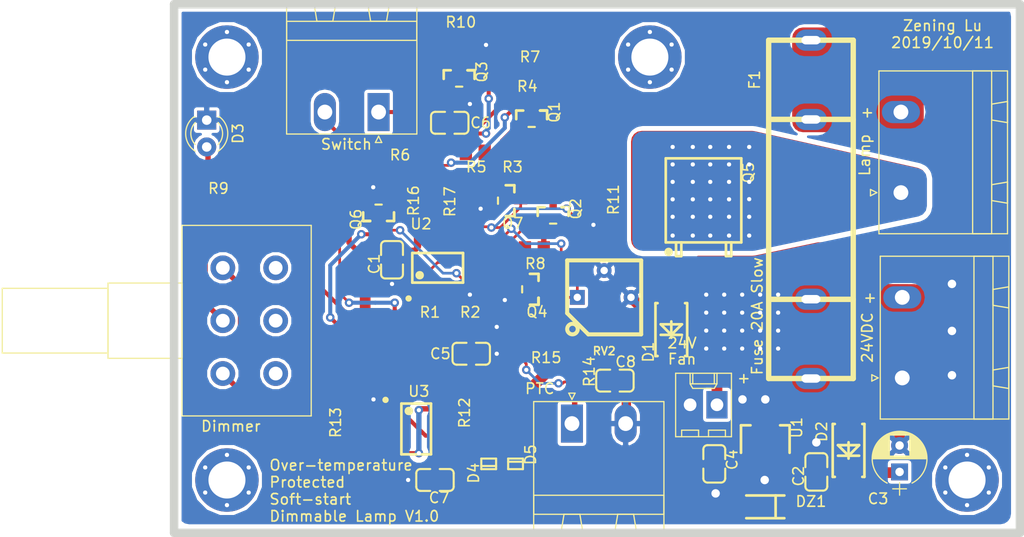
<source format=kicad_pcb>
(kicad_pcb (version 20171130) (host pcbnew "(6.0.0-rc1-dev-882-gdbc9130da)")

  (general
    (thickness 1.6)
    (drawings 20)
    (tracks 390)
    (zones 0)
    (modules 53)
    (nets 31)
  )

  (page A4)
  (layers
    (0 F.Cu signal)
    (31 B.Cu signal)
    (32 B.Adhes user)
    (33 F.Adhes user)
    (34 B.Paste user)
    (35 F.Paste user)
    (36 B.SilkS user)
    (37 F.SilkS user)
    (38 B.Mask user)
    (39 F.Mask user)
    (40 Dwgs.User user)
    (41 Cmts.User user)
    (42 Eco1.User user)
    (43 Eco2.User user)
    (44 Edge.Cuts user)
    (45 Margin user)
    (46 B.CrtYd user)
    (47 F.CrtYd user)
    (48 B.Fab user)
    (49 F.Fab user hide)
  )

  (setup
    (last_trace_width 0.254)
    (user_trace_width 0.254)
    (user_trace_width 0.381)
    (user_trace_width 0.508)
    (user_trace_width 1.016)
    (trace_clearance 0.254)
    (zone_clearance 0.308)
    (zone_45_only no)
    (trace_min 0.2)
    (via_size 0.8)
    (via_drill 0.4)
    (via_min_size 0.4)
    (via_min_drill 0.3)
    (user_via 1.6 0.8)
    (uvia_size 0.3)
    (uvia_drill 0.1)
    (uvias_allowed no)
    (uvia_min_size 0.2)
    (uvia_min_drill 0.1)
    (edge_width 0.05)
    (segment_width 0.2)
    (pcb_text_width 0.3)
    (pcb_text_size 1.5 1.5)
    (mod_edge_width 0.12)
    (mod_text_size 1 1)
    (mod_text_width 0.15)
    (pad_size 1.524 1.524)
    (pad_drill 0.762)
    (pad_to_mask_clearance 0.051)
    (solder_mask_min_width 0.25)
    (aux_axis_origin 50 100)
    (visible_elements 7FFFFFFF)
    (pcbplotparams
      (layerselection 0x010fc_ffffffff)
      (usegerberextensions false)
      (usegerberattributes false)
      (usegerberadvancedattributes false)
      (creategerberjobfile false)
      (excludeedgelayer true)
      (linewidth 0.100000)
      (plotframeref false)
      (viasonmask false)
      (mode 1)
      (useauxorigin false)
      (hpglpennumber 1)
      (hpglpenspeed 20)
      (hpglpendiameter 15.000000)
      (psnegative false)
      (psa4output false)
      (plotreference true)
      (plotvalue true)
      (plotinvisibletext false)
      (padsonsilk false)
      (subtractmaskfromsilk false)
      (outputformat 1)
      (mirror false)
      (drillshape 1)
      (scaleselection 1)
      (outputdirectory ""))
  )

  (net 0 "")
  (net 1 GND)
  (net 2 +24V)
  (net 3 +12V)
  (net 4 "Net-(C5-Pad1)")
  (net 5 "Net-(C6-Pad1)")
  (net 6 "Net-(Q2-Pad3)")
  (net 7 "Net-(Q2-Pad1)")
  (net 8 "Net-(Q1-Pad3)")
  (net 9 "Net-(Q4-Pad1)")
  (net 10 "Net-(Q1-Pad1)")
  (net 11 "Net-(U3-Pad5)")
  (net 12 "Net-(D3-Pad2)")
  (net 13 "Net-(D4-Pad1)")
  (net 14 "Net-(C2-Pad1)")
  (net 15 "Net-(C7-Pad1)")
  (net 16 "Net-(Q2-Pad2)")
  (net 17 "Net-(Q3-Pad3)")
  (net 18 "Net-(Q4-Pad3)")
  (net 19 "Net-(Q6-Pad1)")
  (net 20 "Net-(Q7-Pad3)")
  (net 21 "Net-(Q7-Pad1)")
  (net 22 "Net-(R13-Pad2)")
  (net 23 "Net-(R16-Pad2)")
  (net 24 "Net-(C6-Pad2)")
  (net 25 "Net-(C8-Pad1)")
  (net 26 "Net-(J3-Pad1)")
  (net 27 "Net-(D1-Pad2)")
  (net 28 "Net-(D4-Pad2)")
  (net 29 "Net-(D5-Pad1)")
  (net 30 "Net-(R6-Pad1)")

  (net_class Default "This is the default net class."
    (clearance 0.254)
    (trace_width 0.254)
    (via_dia 0.8)
    (via_drill 0.4)
    (uvia_dia 0.3)
    (uvia_drill 0.1)
    (add_net GND)
    (add_net "Net-(C2-Pad1)")
    (add_net "Net-(C5-Pad1)")
    (add_net "Net-(C6-Pad1)")
    (add_net "Net-(C6-Pad2)")
    (add_net "Net-(C7-Pad1)")
    (add_net "Net-(C8-Pad1)")
    (add_net "Net-(D1-Pad2)")
    (add_net "Net-(D3-Pad2)")
    (add_net "Net-(D4-Pad1)")
    (add_net "Net-(D4-Pad2)")
    (add_net "Net-(D5-Pad1)")
    (add_net "Net-(J3-Pad1)")
    (add_net "Net-(Q1-Pad1)")
    (add_net "Net-(Q1-Pad3)")
    (add_net "Net-(Q2-Pad1)")
    (add_net "Net-(Q2-Pad2)")
    (add_net "Net-(Q2-Pad3)")
    (add_net "Net-(Q3-Pad3)")
    (add_net "Net-(Q4-Pad1)")
    (add_net "Net-(Q4-Pad3)")
    (add_net "Net-(Q6-Pad1)")
    (add_net "Net-(Q7-Pad1)")
    (add_net "Net-(Q7-Pad3)")
    (add_net "Net-(R13-Pad2)")
    (add_net "Net-(R16-Pad2)")
    (add_net "Net-(R6-Pad1)")
    (add_net "Net-(U3-Pad5)")
  )

  (net_class Power ""
    (clearance 0.508)
    (trace_width 0.254)
    (via_dia 0.8)
    (via_drill 0.4)
    (uvia_dia 0.3)
    (uvia_drill 0.1)
    (add_net +12V)
    (add_net +24V)
  )

  (net_class a ""
    (clearance 0.254)
    (trace_width 0.254)
    (via_dia 0.8)
    (via_drill 0.4)
    (uvia_dia 0.3)
    (uvia_drill 0.1)
  )

  (module lc_lib:LL-34 (layer F.Cu) (tedit 58AA841A) (tstamp 5DA0ACCE)
    (at 105.918 97.536 180)
    (path /5DB25112)
    (fp_text reference DZ1 (at -4.318 0.508 180) (layer F.SilkS)
      (effects (font (size 1 1) (thickness 0.15)))
    )
    (fp_text value 18V (at -1.125219 3.700724 180) (layer F.Fab)
      (effects (font (size 1 1) (thickness 0.15)))
    )
    (fp_line (start -2.55 1.125) (end -2.55 -1.125) (layer F.CrtYd) (width 0.05))
    (fp_line (start 3.5 1.125) (end -2.55 1.125) (layer F.CrtYd) (width 0.05))
    (fp_line (start 3.5 -1.125) (end 3.5 1.125) (layer F.CrtYd) (width 0.05))
    (fp_line (start -2.55 -1.125) (end 3.5 -1.125) (layer F.CrtYd) (width 0.05))
    (fp_line (start -1.8 -1.075) (end 1.8 -1.075) (layer F.SilkS) (width 0.254))
    (fp_line (start -1.8 1.075) (end 1.8 1.075) (layer F.SilkS) (width 0.254))
    (fp_line (start -0.975 1.075) (end -0.975 -1.075) (layer F.SilkS) (width 0.254))
    (fp_line (start -2.5 0.5) (end -2.5 -0.5) (layer F.Fab) (width 0.2032))
    (fp_line (start 2.45 0) (end 3.45 0) (layer F.Fab) (width 0.2032))
    (fp_line (start 2.95 0.5) (end 2.95 -0.5) (layer F.Fab) (width 0.2032))
    (fp_line (start -1.8 -0.75) (end 1.8 -0.75) (layer F.Fab) (width 0.1))
    (fp_line (start -1.8 0.75) (end 1.8 0.75) (layer F.Fab) (width 0.1))
    (fp_line (start -1.8 0.75) (end -1.8 -0.75) (layer F.Fab) (width 0.1))
    (fp_line (start 1.8 0.75) (end 1.8 -0.75) (layer F.Fab) (width 0.1))
    (pad 2 smd rect (at -1.75 0) (size 0.9 1.5) (layers F.Cu F.Paste F.Mask)
      (net 14 "Net-(C2-Pad1)"))
    (pad 1 smd rect (at 1.75 0) (size 0.9 1.5) (layers F.Cu F.Paste F.Mask)
      (net 3 +12V))
  )

  (module "lc_lib:SMA(DO-214AC)_S2" (layer F.Cu) (tedit 58AA841A) (tstamp 5DA09AE7)
    (at 97.028 80.772 90)
    (path /5DAFB7E0)
    (fp_text reference D1 (at -2.125219 -2.176276 90) (layer F.SilkS)
      (effects (font (size 1 1) (thickness 0.15)))
    )
    (fp_text value 1N4007 (at 1.122819 4.125724 90) (layer F.Fab)
      (effects (font (size 1 1) (thickness 0.15)))
    )
    (fp_line (start -3.55 1.55) (end -3.55 -1.55) (layer F.CrtYd) (width 0.05))
    (fp_line (start 4.45 1.55) (end -3.55 1.55) (layer F.CrtYd) (width 0.05))
    (fp_line (start 4.45 -1.55) (end 4.45 1.55) (layer F.CrtYd) (width 0.05))
    (fp_line (start -3.55 -1.55) (end 4.45 -1.55) (layer F.CrtYd) (width 0.05))
    (fp_line (start 2.5 1.5) (end 2.5 1.3) (layer F.SilkS) (width 0.254))
    (fp_line (start -2.5 1.5) (end -2.5 1.3) (layer F.SilkS) (width 0.254))
    (fp_line (start 2.5 -1.3) (end 2.5 -1.5) (layer F.SilkS) (width 0.254))
    (fp_line (start -2.5 -1.3) (end -2.5 -1.5) (layer F.SilkS) (width 0.254))
    (fp_line (start -2.5 1.5) (end 2.5 1.5) (layer F.SilkS) (width 0.254))
    (fp_line (start -2.5 -1.5) (end 2.5 -1.5) (layer F.SilkS) (width 0.254))
    (fp_line (start -0.5 0) (end 0.5 1) (layer F.SilkS) (width 0.254))
    (fp_line (start 0.5 1) (end 0.5 -1) (layer F.SilkS) (width 0.254))
    (fp_line (start -0.5 0) (end 0.5 -1) (layer F.SilkS) (width 0.254))
    (fp_line (start -0.5 1) (end -0.5 -1) (layer F.SilkS) (width 0.254))
    (fp_line (start -0.77 0) (end 0.77 0) (layer F.SilkS) (width 0.254))
    (fp_line (start 3.4 0) (end 4.4 0) (layer F.Fab) (width 0.2032))
    (fp_line (start 3.9 0.5) (end 3.9 -0.5) (layer F.Fab) (width 0.2032))
    (fp_line (start -3.5 0.5) (end -3.5 -0.5) (layer F.Fab) (width 0.2032))
    (fp_line (start -2.16 -1.3) (end 2.16 -1.3) (layer F.Fab) (width 0.1))
    (fp_line (start -2.16 1.3) (end 2.16 1.3) (layer F.Fab) (width 0.1))
    (fp_line (start 2.16 1.3) (end 2.16 -1.3) (layer F.Fab) (width 0.1))
    (fp_line (start -2.16 1.3) (end -2.16 -1.3) (layer F.Fab) (width 0.1))
    (pad 2 smd rect (at -2.1 0) (size 2 2) (layers F.Cu F.Paste F.Mask)
      (net 27 "Net-(D1-Pad2)"))
    (pad 1 smd rect (at 2.1 0) (size 2 2) (layers F.Cu F.Paste F.Mask)
      (net 1 GND))
    (model ${KISYS3DMOD}/SMD_Packages.3dshapes/DO-214-AC_SMA.wrl
      (at (xyz 0 0 0))
      (scale (xyz 1 1 1))
      (rotate (xyz 0 0 180))
    )
  )

  (module MyPCBLib:3362P (layer F.Cu) (tedit 5DA013A7) (tstamp 5D9EE91B)
    (at 90.678 77.724)
    (path /5DB703D2)
    (fp_text reference RV2 (at 0 5.08) (layer F.SilkS)
      (effects (font (size 0.762 0.762) (thickness 0.1524)))
    )
    (fp_text value 100K (at 0 0) (layer F.SilkS) hide
      (effects (font (size 0.762 0.762) (thickness 0.1524)))
    )
    (fp_line (start -3.5 1.5) (end -3.5 -3.5) (layer F.SilkS) (width 0.381))
    (fp_line (start -1.5 3.5) (end 3.5 3.5) (layer F.SilkS) (width 0.381))
    (fp_line (start -3.5 1.5) (end -1.5 3.5) (layer F.SilkS) (width 0.381))
    (fp_circle (center -3 3) (end -3 3.5) (layer F.SilkS) (width 0.381))
    (fp_line (start -3.5 -3.5) (end 3.5 -3.5) (layer F.SilkS) (width 0.381))
    (fp_line (start 3.5 -3.5) (end 3.5 3.5) (layer F.SilkS) (width 0.381))
    (pad 1 thru_hole rect (at -2.54 0) (size 1.4 1.4) (drill 0.7) (layers *.Cu *.Mask)
      (net 20 "Net-(Q7-Pad3)"))
    (pad 3 thru_hole circle (at 2.54 0) (size 1.4 1.4) (drill 0.7) (layers *.Cu *.Mask)
      (net 1 GND))
    (pad 2 thru_hole circle (at 0 -2.54) (size 1.4 1.4) (drill 0.7) (layers *.Cu *.Mask)
      (net 1 GND))
  )

  (module Connectors_Molex:Molex_KK-6410-02_02x2.54mm_Straight (layer F.Cu) (tedit 58EE6EE4) (tstamp 5DA0534B)
    (at 101.346 87.884 180)
    (descr "Connector Headers with Friction Lock, 22-27-2021, http://www.molex.com/pdm_docs/sd/022272021_sd.pdf")
    (tags "connector molex kk_6410 22-27-2021")
    (path /5DA73FE1)
    (zone_connect 2)
    (fp_text reference J1 (at 3.302 4.318 180) (layer F.SilkS) hide
      (effects (font (size 1 1) (thickness 0.15)))
    )
    (fp_text value Fan (at 1.27 4.5 180) (layer F.Fab)
      (effects (font (size 1 1) (thickness 0.15)))
    )
    (fp_line (start -1.47 -3.12) (end -1.47 3.08) (layer F.Fab) (width 0.12))
    (fp_line (start -1.47 3.08) (end 4.01 3.08) (layer F.Fab) (width 0.12))
    (fp_line (start 4.01 3.08) (end 4.01 -3.12) (layer F.Fab) (width 0.12))
    (fp_line (start 4.01 -3.12) (end -1.47 -3.12) (layer F.Fab) (width 0.12))
    (fp_line (start -1.37 -3.02) (end -1.37 2.98) (layer F.SilkS) (width 0.12))
    (fp_line (start -1.37 2.98) (end 3.91 2.98) (layer F.SilkS) (width 0.12))
    (fp_line (start 3.91 2.98) (end 3.91 -3.02) (layer F.SilkS) (width 0.12))
    (fp_line (start 3.91 -3.02) (end -1.37 -3.02) (layer F.SilkS) (width 0.12))
    (fp_line (start 0 2.98) (end 0 1.98) (layer F.SilkS) (width 0.12))
    (fp_line (start 0 1.98) (end 2.54 1.98) (layer F.SilkS) (width 0.12))
    (fp_line (start 2.54 1.98) (end 2.54 2.98) (layer F.SilkS) (width 0.12))
    (fp_line (start 0 1.98) (end 0.25 1.55) (layer F.SilkS) (width 0.12))
    (fp_line (start 0.25 1.55) (end 2.29 1.55) (layer F.SilkS) (width 0.12))
    (fp_line (start 2.29 1.55) (end 2.54 1.98) (layer F.SilkS) (width 0.12))
    (fp_line (start 0.25 2.98) (end 0.25 1.98) (layer F.SilkS) (width 0.12))
    (fp_line (start 2.29 2.98) (end 2.29 1.98) (layer F.SilkS) (width 0.12))
    (fp_line (start -0.8 -3.02) (end -0.8 -2.4) (layer F.SilkS) (width 0.12))
    (fp_line (start -0.8 -2.4) (end 0.8 -2.4) (layer F.SilkS) (width 0.12))
    (fp_line (start 0.8 -2.4) (end 0.8 -3.02) (layer F.SilkS) (width 0.12))
    (fp_line (start 1.74 -3.02) (end 1.74 -2.4) (layer F.SilkS) (width 0.12))
    (fp_line (start 1.74 -2.4) (end 3.34 -2.4) (layer F.SilkS) (width 0.12))
    (fp_line (start 3.34 -2.4) (end 3.34 -3.02) (layer F.SilkS) (width 0.12))
    (fp_line (start -1.9 3.5) (end -1.9 -3.55) (layer F.CrtYd) (width 0.05))
    (fp_line (start -1.9 -3.55) (end 4.45 -3.55) (layer F.CrtYd) (width 0.05))
    (fp_line (start 4.45 -3.55) (end 4.45 3.5) (layer F.CrtYd) (width 0.05))
    (fp_line (start 4.45 3.5) (end -1.9 3.5) (layer F.CrtYd) (width 0.05))
    (fp_text user %R (at 1.27 0 180) (layer F.Fab)
      (effects (font (size 1 1) (thickness 0.15)))
    )
    (pad 1 thru_hole rect (at 0 0 180) (size 2 2.6) (drill 1.2) (layers *.Cu *.Mask)
      (net 27 "Net-(D1-Pad2)") (zone_connect 2))
    (pad 2 thru_hole oval (at 2.54 0 180) (size 2 2.6) (drill 1.2) (layers *.Cu *.Mask)
      (net 1 GND) (zone_connect 2))
    (model ${KISYS3DMOD}/Connectors_Molex.3dshapes/Molex_KK-6410-02_02x2.54mm_Straight.wrl
      (at (xyz 0 0 0))
      (scale (xyz 1 1 1))
      (rotate (xyz 0 0 0))
    )
  )

  (module Capacitors_THT:CP_Radial_D5.0mm_P2.50mm (layer F.Cu) (tedit 597BC7C2) (tstamp 5D9FFC32)
    (at 118.618 94.234 90)
    (descr "CP, Radial series, Radial, pin pitch=2.50mm, , diameter=5mm, Electrolytic Capacitor")
    (tags "CP Radial series Radial pin pitch 2.50mm  diameter 5mm Electrolytic Capacitor")
    (path /5DA07FF9)
    (fp_text reference C3 (at -2.54 -2.032 180) (layer F.SilkS)
      (effects (font (size 1 1) (thickness 0.15)))
    )
    (fp_text value 100uF (at 1.25 3.81 90) (layer F.Fab)
      (effects (font (size 1 1) (thickness 0.15)))
    )
    (fp_arc (start 1.25 0) (end -1.05558 -1.18) (angle 125.8) (layer F.SilkS) (width 0.12))
    (fp_arc (start 1.25 0) (end -1.05558 1.18) (angle -125.8) (layer F.SilkS) (width 0.12))
    (fp_arc (start 1.25 0) (end 3.55558 -1.18) (angle 54.2) (layer F.SilkS) (width 0.12))
    (fp_circle (center 1.25 0) (end 3.75 0) (layer F.Fab) (width 0.1))
    (fp_line (start -2.2 0) (end -1 0) (layer F.Fab) (width 0.1))
    (fp_line (start -1.6 -0.65) (end -1.6 0.65) (layer F.Fab) (width 0.1))
    (fp_line (start 1.25 -2.55) (end 1.25 2.55) (layer F.SilkS) (width 0.12))
    (fp_line (start 1.29 -2.55) (end 1.29 2.55) (layer F.SilkS) (width 0.12))
    (fp_line (start 1.33 -2.549) (end 1.33 2.549) (layer F.SilkS) (width 0.12))
    (fp_line (start 1.37 -2.548) (end 1.37 2.548) (layer F.SilkS) (width 0.12))
    (fp_line (start 1.41 -2.546) (end 1.41 2.546) (layer F.SilkS) (width 0.12))
    (fp_line (start 1.45 -2.543) (end 1.45 2.543) (layer F.SilkS) (width 0.12))
    (fp_line (start 1.49 -2.539) (end 1.49 2.539) (layer F.SilkS) (width 0.12))
    (fp_line (start 1.53 -2.535) (end 1.53 -0.98) (layer F.SilkS) (width 0.12))
    (fp_line (start 1.53 0.98) (end 1.53 2.535) (layer F.SilkS) (width 0.12))
    (fp_line (start 1.57 -2.531) (end 1.57 -0.98) (layer F.SilkS) (width 0.12))
    (fp_line (start 1.57 0.98) (end 1.57 2.531) (layer F.SilkS) (width 0.12))
    (fp_line (start 1.61 -2.525) (end 1.61 -0.98) (layer F.SilkS) (width 0.12))
    (fp_line (start 1.61 0.98) (end 1.61 2.525) (layer F.SilkS) (width 0.12))
    (fp_line (start 1.65 -2.519) (end 1.65 -0.98) (layer F.SilkS) (width 0.12))
    (fp_line (start 1.65 0.98) (end 1.65 2.519) (layer F.SilkS) (width 0.12))
    (fp_line (start 1.69 -2.513) (end 1.69 -0.98) (layer F.SilkS) (width 0.12))
    (fp_line (start 1.69 0.98) (end 1.69 2.513) (layer F.SilkS) (width 0.12))
    (fp_line (start 1.73 -2.506) (end 1.73 -0.98) (layer F.SilkS) (width 0.12))
    (fp_line (start 1.73 0.98) (end 1.73 2.506) (layer F.SilkS) (width 0.12))
    (fp_line (start 1.77 -2.498) (end 1.77 -0.98) (layer F.SilkS) (width 0.12))
    (fp_line (start 1.77 0.98) (end 1.77 2.498) (layer F.SilkS) (width 0.12))
    (fp_line (start 1.81 -2.489) (end 1.81 -0.98) (layer F.SilkS) (width 0.12))
    (fp_line (start 1.81 0.98) (end 1.81 2.489) (layer F.SilkS) (width 0.12))
    (fp_line (start 1.85 -2.48) (end 1.85 -0.98) (layer F.SilkS) (width 0.12))
    (fp_line (start 1.85 0.98) (end 1.85 2.48) (layer F.SilkS) (width 0.12))
    (fp_line (start 1.89 -2.47) (end 1.89 -0.98) (layer F.SilkS) (width 0.12))
    (fp_line (start 1.89 0.98) (end 1.89 2.47) (layer F.SilkS) (width 0.12))
    (fp_line (start 1.93 -2.46) (end 1.93 -0.98) (layer F.SilkS) (width 0.12))
    (fp_line (start 1.93 0.98) (end 1.93 2.46) (layer F.SilkS) (width 0.12))
    (fp_line (start 1.971 -2.448) (end 1.971 -0.98) (layer F.SilkS) (width 0.12))
    (fp_line (start 1.971 0.98) (end 1.971 2.448) (layer F.SilkS) (width 0.12))
    (fp_line (start 2.011 -2.436) (end 2.011 -0.98) (layer F.SilkS) (width 0.12))
    (fp_line (start 2.011 0.98) (end 2.011 2.436) (layer F.SilkS) (width 0.12))
    (fp_line (start 2.051 -2.424) (end 2.051 -0.98) (layer F.SilkS) (width 0.12))
    (fp_line (start 2.051 0.98) (end 2.051 2.424) (layer F.SilkS) (width 0.12))
    (fp_line (start 2.091 -2.41) (end 2.091 -0.98) (layer F.SilkS) (width 0.12))
    (fp_line (start 2.091 0.98) (end 2.091 2.41) (layer F.SilkS) (width 0.12))
    (fp_line (start 2.131 -2.396) (end 2.131 -0.98) (layer F.SilkS) (width 0.12))
    (fp_line (start 2.131 0.98) (end 2.131 2.396) (layer F.SilkS) (width 0.12))
    (fp_line (start 2.171 -2.382) (end 2.171 -0.98) (layer F.SilkS) (width 0.12))
    (fp_line (start 2.171 0.98) (end 2.171 2.382) (layer F.SilkS) (width 0.12))
    (fp_line (start 2.211 -2.366) (end 2.211 -0.98) (layer F.SilkS) (width 0.12))
    (fp_line (start 2.211 0.98) (end 2.211 2.366) (layer F.SilkS) (width 0.12))
    (fp_line (start 2.251 -2.35) (end 2.251 -0.98) (layer F.SilkS) (width 0.12))
    (fp_line (start 2.251 0.98) (end 2.251 2.35) (layer F.SilkS) (width 0.12))
    (fp_line (start 2.291 -2.333) (end 2.291 -0.98) (layer F.SilkS) (width 0.12))
    (fp_line (start 2.291 0.98) (end 2.291 2.333) (layer F.SilkS) (width 0.12))
    (fp_line (start 2.331 -2.315) (end 2.331 -0.98) (layer F.SilkS) (width 0.12))
    (fp_line (start 2.331 0.98) (end 2.331 2.315) (layer F.SilkS) (width 0.12))
    (fp_line (start 2.371 -2.296) (end 2.371 -0.98) (layer F.SilkS) (width 0.12))
    (fp_line (start 2.371 0.98) (end 2.371 2.296) (layer F.SilkS) (width 0.12))
    (fp_line (start 2.411 -2.276) (end 2.411 -0.98) (layer F.SilkS) (width 0.12))
    (fp_line (start 2.411 0.98) (end 2.411 2.276) (layer F.SilkS) (width 0.12))
    (fp_line (start 2.451 -2.256) (end 2.451 -0.98) (layer F.SilkS) (width 0.12))
    (fp_line (start 2.451 0.98) (end 2.451 2.256) (layer F.SilkS) (width 0.12))
    (fp_line (start 2.491 -2.234) (end 2.491 -0.98) (layer F.SilkS) (width 0.12))
    (fp_line (start 2.491 0.98) (end 2.491 2.234) (layer F.SilkS) (width 0.12))
    (fp_line (start 2.531 -2.212) (end 2.531 -0.98) (layer F.SilkS) (width 0.12))
    (fp_line (start 2.531 0.98) (end 2.531 2.212) (layer F.SilkS) (width 0.12))
    (fp_line (start 2.571 -2.189) (end 2.571 -0.98) (layer F.SilkS) (width 0.12))
    (fp_line (start 2.571 0.98) (end 2.571 2.189) (layer F.SilkS) (width 0.12))
    (fp_line (start 2.611 -2.165) (end 2.611 -0.98) (layer F.SilkS) (width 0.12))
    (fp_line (start 2.611 0.98) (end 2.611 2.165) (layer F.SilkS) (width 0.12))
    (fp_line (start 2.651 -2.14) (end 2.651 -0.98) (layer F.SilkS) (width 0.12))
    (fp_line (start 2.651 0.98) (end 2.651 2.14) (layer F.SilkS) (width 0.12))
    (fp_line (start 2.691 -2.113) (end 2.691 -0.98) (layer F.SilkS) (width 0.12))
    (fp_line (start 2.691 0.98) (end 2.691 2.113) (layer F.SilkS) (width 0.12))
    (fp_line (start 2.731 -2.086) (end 2.731 -0.98) (layer F.SilkS) (width 0.12))
    (fp_line (start 2.731 0.98) (end 2.731 2.086) (layer F.SilkS) (width 0.12))
    (fp_line (start 2.771 -2.058) (end 2.771 -0.98) (layer F.SilkS) (width 0.12))
    (fp_line (start 2.771 0.98) (end 2.771 2.058) (layer F.SilkS) (width 0.12))
    (fp_line (start 2.811 -2.028) (end 2.811 -0.98) (layer F.SilkS) (width 0.12))
    (fp_line (start 2.811 0.98) (end 2.811 2.028) (layer F.SilkS) (width 0.12))
    (fp_line (start 2.851 -1.997) (end 2.851 -0.98) (layer F.SilkS) (width 0.12))
    (fp_line (start 2.851 0.98) (end 2.851 1.997) (layer F.SilkS) (width 0.12))
    (fp_line (start 2.891 -1.965) (end 2.891 -0.98) (layer F.SilkS) (width 0.12))
    (fp_line (start 2.891 0.98) (end 2.891 1.965) (layer F.SilkS) (width 0.12))
    (fp_line (start 2.931 -1.932) (end 2.931 -0.98) (layer F.SilkS) (width 0.12))
    (fp_line (start 2.931 0.98) (end 2.931 1.932) (layer F.SilkS) (width 0.12))
    (fp_line (start 2.971 -1.897) (end 2.971 -0.98) (layer F.SilkS) (width 0.12))
    (fp_line (start 2.971 0.98) (end 2.971 1.897) (layer F.SilkS) (width 0.12))
    (fp_line (start 3.011 -1.861) (end 3.011 -0.98) (layer F.SilkS) (width 0.12))
    (fp_line (start 3.011 0.98) (end 3.011 1.861) (layer F.SilkS) (width 0.12))
    (fp_line (start 3.051 -1.823) (end 3.051 -0.98) (layer F.SilkS) (width 0.12))
    (fp_line (start 3.051 0.98) (end 3.051 1.823) (layer F.SilkS) (width 0.12))
    (fp_line (start 3.091 -1.783) (end 3.091 -0.98) (layer F.SilkS) (width 0.12))
    (fp_line (start 3.091 0.98) (end 3.091 1.783) (layer F.SilkS) (width 0.12))
    (fp_line (start 3.131 -1.742) (end 3.131 -0.98) (layer F.SilkS) (width 0.12))
    (fp_line (start 3.131 0.98) (end 3.131 1.742) (layer F.SilkS) (width 0.12))
    (fp_line (start 3.171 -1.699) (end 3.171 -0.98) (layer F.SilkS) (width 0.12))
    (fp_line (start 3.171 0.98) (end 3.171 1.699) (layer F.SilkS) (width 0.12))
    (fp_line (start 3.211 -1.654) (end 3.211 -0.98) (layer F.SilkS) (width 0.12))
    (fp_line (start 3.211 0.98) (end 3.211 1.654) (layer F.SilkS) (width 0.12))
    (fp_line (start 3.251 -1.606) (end 3.251 -0.98) (layer F.SilkS) (width 0.12))
    (fp_line (start 3.251 0.98) (end 3.251 1.606) (layer F.SilkS) (width 0.12))
    (fp_line (start 3.291 -1.556) (end 3.291 -0.98) (layer F.SilkS) (width 0.12))
    (fp_line (start 3.291 0.98) (end 3.291 1.556) (layer F.SilkS) (width 0.12))
    (fp_line (start 3.331 -1.504) (end 3.331 -0.98) (layer F.SilkS) (width 0.12))
    (fp_line (start 3.331 0.98) (end 3.331 1.504) (layer F.SilkS) (width 0.12))
    (fp_line (start 3.371 -1.448) (end 3.371 -0.98) (layer F.SilkS) (width 0.12))
    (fp_line (start 3.371 0.98) (end 3.371 1.448) (layer F.SilkS) (width 0.12))
    (fp_line (start 3.411 -1.39) (end 3.411 -0.98) (layer F.SilkS) (width 0.12))
    (fp_line (start 3.411 0.98) (end 3.411 1.39) (layer F.SilkS) (width 0.12))
    (fp_line (start 3.451 -1.327) (end 3.451 -0.98) (layer F.SilkS) (width 0.12))
    (fp_line (start 3.451 0.98) (end 3.451 1.327) (layer F.SilkS) (width 0.12))
    (fp_line (start 3.491 -1.261) (end 3.491 1.261) (layer F.SilkS) (width 0.12))
    (fp_line (start 3.531 -1.189) (end 3.531 1.189) (layer F.SilkS) (width 0.12))
    (fp_line (start 3.571 -1.112) (end 3.571 1.112) (layer F.SilkS) (width 0.12))
    (fp_line (start 3.611 -1.028) (end 3.611 1.028) (layer F.SilkS) (width 0.12))
    (fp_line (start 3.651 -0.934) (end 3.651 0.934) (layer F.SilkS) (width 0.12))
    (fp_line (start 3.691 -0.829) (end 3.691 0.829) (layer F.SilkS) (width 0.12))
    (fp_line (start 3.731 -0.707) (end 3.731 0.707) (layer F.SilkS) (width 0.12))
    (fp_line (start 3.771 -0.559) (end 3.771 0.559) (layer F.SilkS) (width 0.12))
    (fp_line (start 3.811 -0.354) (end 3.811 0.354) (layer F.SilkS) (width 0.12))
    (fp_line (start -2.2 0) (end -1 0) (layer F.SilkS) (width 0.12))
    (fp_line (start -1.6 -0.65) (end -1.6 0.65) (layer F.SilkS) (width 0.12))
    (fp_line (start -1.6 -2.85) (end -1.6 2.85) (layer F.CrtYd) (width 0.05))
    (fp_line (start -1.6 2.85) (end 4.1 2.85) (layer F.CrtYd) (width 0.05))
    (fp_line (start 4.1 2.85) (end 4.1 -2.85) (layer F.CrtYd) (width 0.05))
    (fp_line (start 4.1 -2.85) (end -1.6 -2.85) (layer F.CrtYd) (width 0.05))
    (fp_text user %R (at 1.25 0 90) (layer F.Fab)
      (effects (font (size 1 1) (thickness 0.15)))
    )
    (pad 1 thru_hole rect (at 0 0 90) (size 1.6 1.6) (drill 0.8) (layers *.Cu *.Mask)
      (net 14 "Net-(C2-Pad1)"))
    (pad 2 thru_hole circle (at 2.5 0 90) (size 1.6 1.6) (drill 0.8) (layers *.Cu *.Mask)
      (net 1 GND))
    (model ${KISYS3DMOD}/Capacitors_THT.3dshapes/CP_Radial_D5.0mm_P2.50mm.wrl
      (at (xyz 0 0 0))
      (scale (xyz 1 1 1))
      (rotate (xyz 0 0 0))
    )
  )

  (module MyPCBLib:M3_Screwhole (layer F.Cu) (tedit 5CC92DA1) (tstamp 5D9F9BF3)
    (at 55 95)
    (fp_text reference REF** (at 0 0.5) (layer F.SilkS) hide
      (effects (font (size 1 1) (thickness 0.15)))
    )
    (fp_text value M3_Screwhole (at 0 -0.5) (layer F.Fab) hide
      (effects (font (size 1 1) (thickness 0.15)))
    )
    (pad 1 thru_hole circle (at 0 0) (size 6 6) (drill 3.5) (layers *.Cu *.Mask))
    (pad 1 thru_hole circle (at 0 -2.375) (size 0.8 0.8) (drill 0.4) (layers *.Cu *.Mask))
    (pad 1 thru_hole circle (at -2.05681 -1.1875 60) (size 0.8 0.8) (drill 0.4) (layers *.Cu *.Mask))
    (pad 1 thru_hole circle (at -2.05681 1.1875 120) (size 0.8 0.8) (drill 0.4) (layers *.Cu *.Mask))
    (pad 1 thru_hole circle (at 0 2.375 180) (size 0.8 0.8) (drill 0.4) (layers *.Cu *.Mask))
    (pad 1 thru_hole circle (at 2.05681 1.1875 240) (size 0.8 0.8) (drill 0.4) (layers *.Cu *.Mask))
    (pad 1 thru_hole circle (at 2.05681 -1.1875 300) (size 0.8 0.8) (drill 0.4) (layers *.Cu *.Mask))
  )

  (module MyPCBLib:M3_Screwhole (layer F.Cu) (tedit 5CC92DA1) (tstamp 5D9F9C75)
    (at 125 95)
    (fp_text reference REF** (at 0 0.5) (layer F.SilkS) hide
      (effects (font (size 1 1) (thickness 0.15)))
    )
    (fp_text value M3_Screwhole (at 0 -0.5) (layer F.Fab) hide
      (effects (font (size 1 1) (thickness 0.15)))
    )
    (pad 1 thru_hole circle (at 0 0) (size 6 6) (drill 3.5) (layers *.Cu *.Mask))
    (pad 1 thru_hole circle (at 0 -2.375) (size 0.8 0.8) (drill 0.4) (layers *.Cu *.Mask))
    (pad 1 thru_hole circle (at -2.05681 -1.1875 60) (size 0.8 0.8) (drill 0.4) (layers *.Cu *.Mask))
    (pad 1 thru_hole circle (at -2.05681 1.1875 120) (size 0.8 0.8) (drill 0.4) (layers *.Cu *.Mask))
    (pad 1 thru_hole circle (at 0 2.375 180) (size 0.8 0.8) (drill 0.4) (layers *.Cu *.Mask))
    (pad 1 thru_hole circle (at 2.05681 1.1875 240) (size 0.8 0.8) (drill 0.4) (layers *.Cu *.Mask))
    (pad 1 thru_hole circle (at 2.05681 -1.1875 300) (size 0.8 0.8) (drill 0.4) (layers *.Cu *.Mask))
  )

  (module MyPCBLib:M3_Screwhole (layer F.Cu) (tedit 5CC92DA1) (tstamp 5D9F9C1D)
    (at 95 55)
    (fp_text reference REF** (at 0 0.5) (layer F.SilkS) hide
      (effects (font (size 1 1) (thickness 0.15)))
    )
    (fp_text value M3_Screwhole (at 0 -0.5) (layer F.Fab) hide
      (effects (font (size 1 1) (thickness 0.15)))
    )
    (pad 1 thru_hole circle (at 0 0) (size 6 6) (drill 3.5) (layers *.Cu *.Mask))
    (pad 1 thru_hole circle (at 0 -2.375) (size 0.8 0.8) (drill 0.4) (layers *.Cu *.Mask))
    (pad 1 thru_hole circle (at -2.05681 -1.1875 60) (size 0.8 0.8) (drill 0.4) (layers *.Cu *.Mask))
    (pad 1 thru_hole circle (at -2.05681 1.1875 120) (size 0.8 0.8) (drill 0.4) (layers *.Cu *.Mask))
    (pad 1 thru_hole circle (at 0 2.375 180) (size 0.8 0.8) (drill 0.4) (layers *.Cu *.Mask))
    (pad 1 thru_hole circle (at 2.05681 1.1875 240) (size 0.8 0.8) (drill 0.4) (layers *.Cu *.Mask))
    (pad 1 thru_hole circle (at 2.05681 -1.1875 300) (size 0.8 0.8) (drill 0.4) (layers *.Cu *.Mask))
  )

  (module Connectors_Phoenix:PhoenixContact_MSTBA-G_02x5.08mm_Angled (layer F.Cu) (tedit 59566E5C) (tstamp 5D9F7725)
    (at 69.342 60.198 180)
    (descr "Generic Phoenix Contact connector footprint for series: MSTBA-G; number of pins: 02; pin pitch: 5.08mm; Angled || order number: 1757242 12A || order number: 1923869 16A (HC)")
    (tags "phoenix_contact connector MSTBA_01x02_G_5.08mm")
    (path /5E355744)
    (fp_text reference SW1 (at 2.794 -3 180) (layer F.SilkS) hide
      (effects (font (size 1 1) (thickness 0.15)))
    )
    (fp_text value SW_SPST (at 2.54 11 180) (layer F.Fab)
      (effects (font (size 1 1) (thickness 0.15)))
    )
    (fp_line (start -3.62 -2.08) (end -3.62 10.08) (layer F.SilkS) (width 0.12))
    (fp_line (start -3.62 10.08) (end 8.7 10.08) (layer F.SilkS) (width 0.12))
    (fp_line (start 8.7 10.08) (end 8.7 -2.08) (layer F.SilkS) (width 0.12))
    (fp_line (start 8.7 -2.08) (end -3.62 -2.08) (layer F.SilkS) (width 0.12))
    (fp_line (start -3.54 -2) (end -3.54 10) (layer F.Fab) (width 0.1))
    (fp_line (start -3.54 10) (end 8.62 10) (layer F.Fab) (width 0.1))
    (fp_line (start 8.62 10) (end 8.62 -2) (layer F.Fab) (width 0.1))
    (fp_line (start 8.62 -2) (end -3.54 -2) (layer F.Fab) (width 0.1))
    (fp_line (start -3.62 8.58) (end -3.62 6.78) (layer F.SilkS) (width 0.12))
    (fp_line (start -3.62 6.78) (end 8.7 6.78) (layer F.SilkS) (width 0.12))
    (fp_line (start 8.7 6.78) (end 8.7 8.58) (layer F.SilkS) (width 0.12))
    (fp_line (start 8.7 8.58) (end -3.62 8.58) (layer F.SilkS) (width 0.12))
    (fp_line (start -1 10.08) (end 1 10.08) (layer F.SilkS) (width 0.12))
    (fp_line (start 1 10.08) (end 0.75 8.58) (layer F.SilkS) (width 0.12))
    (fp_line (start 0.75 8.58) (end -0.75 8.58) (layer F.SilkS) (width 0.12))
    (fp_line (start -0.75 8.58) (end -1 10.08) (layer F.SilkS) (width 0.12))
    (fp_line (start 4.08 10.08) (end 6.08 10.08) (layer F.SilkS) (width 0.12))
    (fp_line (start 6.08 10.08) (end 5.83 8.58) (layer F.SilkS) (width 0.12))
    (fp_line (start 5.83 8.58) (end 4.33 8.58) (layer F.SilkS) (width 0.12))
    (fp_line (start 4.33 8.58) (end 4.08 10.08) (layer F.SilkS) (width 0.12))
    (fp_line (start -4.04 -2.5) (end -4.04 10.5) (layer F.CrtYd) (width 0.05))
    (fp_line (start -4.04 10.5) (end 9.12 10.5) (layer F.CrtYd) (width 0.05))
    (fp_line (start 9.12 10.5) (end 9.12 -2.5) (layer F.CrtYd) (width 0.05))
    (fp_line (start 9.12 -2.5) (end -4.04 -2.5) (layer F.CrtYd) (width 0.05))
    (fp_line (start 0.3 -2.88) (end 0 -2.28) (layer F.SilkS) (width 0.12))
    (fp_line (start 0 -2.28) (end -0.3 -2.88) (layer F.SilkS) (width 0.12))
    (fp_line (start -0.3 -2.88) (end 0.3 -2.88) (layer F.SilkS) (width 0.12))
    (fp_line (start 0.95 -2) (end 0 -0.5) (layer F.Fab) (width 0.1))
    (fp_line (start 0 -0.5) (end -0.95 -2) (layer F.Fab) (width 0.1))
    (fp_text user %R (at 3.54 3 180) (layer F.Fab)
      (effects (font (size 1 1) (thickness 0.15)))
    )
    (pad 1 thru_hole rect (at 0 0 180) (size 2.08 3.6) (drill 1.4) (layers *.Cu *.Mask)
      (net 5 "Net-(C6-Pad1)"))
    (pad 2 thru_hole oval (at 5.08 0 180) (size 2.08 3.6) (drill 1.4) (layers *.Cu *.Mask)
      (net 30 "Net-(R6-Pad1)"))
    (model ${KISYS3DMOD}/Connectors_Phoenix.3dshapes/PhoenixContact_MSTBA-G_02x5.08mm_Angled.wrl
      (at (xyz 0 0 0))
      (scale (xyz 1 1 1))
      (rotate (xyz 0 0 0))
    )
  )

  (module lc_lib:0805 (layer F.Cu) (tedit 58AA841A) (tstamp 5D9F7665)
    (at 77.216 53.086)
    (path /5E3E2E92)
    (fp_text reference R10 (at -0.095219 -1.385876) (layer F.SilkS)
      (effects (font (size 1 1) (thickness 0.15)))
    )
    (fp_text value 22K (at -0.390495 3.335324) (layer F.Fab)
      (effects (font (size 1 1) (thickness 0.15)))
    )
    (fp_line (start -1.52 0.785) (end -1.52 -0.785) (layer F.CrtYd) (width 0.05))
    (fp_line (start 1.52 0.785) (end -1.52 0.785) (layer F.CrtYd) (width 0.05))
    (fp_line (start 1.52 -0.785) (end 1.52 0.785) (layer F.CrtYd) (width 0.05))
    (fp_line (start -1.52 -0.785) (end 1.52 -0.785) (layer F.CrtYd) (width 0.05))
    (fp_line (start -1 0.625) (end -1 -0.625) (layer F.Fab) (width 0.05))
    (fp_line (start 1 0.625) (end 1 -0.625) (layer F.Fab) (width 0.05))
    (fp_line (start -1 0.625) (end 1 0.625) (layer F.Fab) (width 0.05))
    (fp_line (start -1 -0.625) (end 1 -0.625) (layer F.Fab) (width 0.05))
    (pad 2 smd rect (at 0.89 0) (size 1.16 1.47) (layers F.Cu F.Paste F.Mask)
      (net 1 GND))
    (pad 1 smd rect (at -0.89 0) (size 1.16 1.47) (layers F.Cu F.Paste F.Mask)
      (net 24 "Net-(C6-Pad2)"))
    (model ${KISYS3DMOD}/Capacitors_SMD.3dshapes/C_0805.step
      (at (xyz 0 0 0))
      (scale (xyz 1 1 1))
      (rotate (xyz 0 0 0))
    )
  )

  (module lc_lib:0805 (layer F.Cu) (tedit 58AA841A) (tstamp 5D9F9EDB)
    (at 73.914 64.008)
    (path /5E352ACB)
    (fp_text reference R6 (at -2.54 0.254) (layer F.SilkS)
      (effects (font (size 1 1) (thickness 0.15)))
    )
    (fp_text value 10K (at -0.390495 3.335324) (layer F.Fab)
      (effects (font (size 1 1) (thickness 0.15)))
    )
    (fp_line (start -1.52 0.785) (end -1.52 -0.785) (layer F.CrtYd) (width 0.05))
    (fp_line (start 1.52 0.785) (end -1.52 0.785) (layer F.CrtYd) (width 0.05))
    (fp_line (start 1.52 -0.785) (end 1.52 0.785) (layer F.CrtYd) (width 0.05))
    (fp_line (start -1.52 -0.785) (end 1.52 -0.785) (layer F.CrtYd) (width 0.05))
    (fp_line (start -1 0.625) (end -1 -0.625) (layer F.Fab) (width 0.05))
    (fp_line (start 1 0.625) (end 1 -0.625) (layer F.Fab) (width 0.05))
    (fp_line (start -1 0.625) (end 1 0.625) (layer F.Fab) (width 0.05))
    (fp_line (start -1 -0.625) (end 1 -0.625) (layer F.Fab) (width 0.05))
    (pad 2 smd rect (at 0.89 0) (size 1.16 1.47) (layers F.Cu F.Paste F.Mask)
      (net 17 "Net-(Q3-Pad3)"))
    (pad 1 smd rect (at -0.89 0) (size 1.16 1.47) (layers F.Cu F.Paste F.Mask)
      (net 30 "Net-(R6-Pad1)"))
    (model ${KISYS3DMOD}/Capacitors_SMD.3dshapes/C_0805.step
      (at (xyz 0 0 0))
      (scale (xyz 1 1 1))
      (rotate (xyz 0 0 0))
    )
  )

  (module lc_lib:0805 (layer F.Cu) (tedit 58AA841A) (tstamp 5D9F762F)
    (at 78.486 64.008 180)
    (path /5E33DBD7)
    (fp_text reference R5 (at -0.095219 -1.385876 180) (layer F.SilkS)
      (effects (font (size 1 1) (thickness 0.15)))
    )
    (fp_text value 47K (at -0.390495 3.335324 180) (layer F.Fab)
      (effects (font (size 1 1) (thickness 0.15)))
    )
    (fp_line (start -1.52 0.785) (end -1.52 -0.785) (layer F.CrtYd) (width 0.05))
    (fp_line (start 1.52 0.785) (end -1.52 0.785) (layer F.CrtYd) (width 0.05))
    (fp_line (start 1.52 -0.785) (end 1.52 0.785) (layer F.CrtYd) (width 0.05))
    (fp_line (start -1.52 -0.785) (end 1.52 -0.785) (layer F.CrtYd) (width 0.05))
    (fp_line (start -1 0.625) (end -1 -0.625) (layer F.Fab) (width 0.05))
    (fp_line (start 1 0.625) (end 1 -0.625) (layer F.Fab) (width 0.05))
    (fp_line (start -1 0.625) (end 1 0.625) (layer F.Fab) (width 0.05))
    (fp_line (start -1 -0.625) (end 1 -0.625) (layer F.Fab) (width 0.05))
    (pad 2 smd rect (at 0.89 0 180) (size 1.16 1.47) (layers F.Cu F.Paste F.Mask)
      (net 17 "Net-(Q3-Pad3)"))
    (pad 1 smd rect (at -0.89 0 180) (size 1.16 1.47) (layers F.Cu F.Paste F.Mask)
      (net 10 "Net-(Q1-Pad1)"))
    (model ${KISYS3DMOD}/Capacitors_SMD.3dshapes/C_0805.step
      (at (xyz 0 0 0))
      (scale (xyz 1 1 1))
      (rotate (xyz 0 0 0))
    )
  )

  (module lc_lib:0805 (layer F.Cu) (tedit 58AA841A) (tstamp 5D9F7621)
    (at 83.566 53.594 180)
    (path /5E3CFBB6)
    (fp_text reference R7 (at -0.095219 -1.385876 180) (layer F.SilkS)
      (effects (font (size 1 1) (thickness 0.15)))
    )
    (fp_text value 220K (at -0.390495 3.335324 180) (layer F.Fab)
      (effects (font (size 1 1) (thickness 0.15)))
    )
    (fp_line (start -1.52 0.785) (end -1.52 -0.785) (layer F.CrtYd) (width 0.05))
    (fp_line (start 1.52 0.785) (end -1.52 0.785) (layer F.CrtYd) (width 0.05))
    (fp_line (start 1.52 -0.785) (end 1.52 0.785) (layer F.CrtYd) (width 0.05))
    (fp_line (start -1.52 -0.785) (end 1.52 -0.785) (layer F.CrtYd) (width 0.05))
    (fp_line (start -1 0.625) (end -1 -0.625) (layer F.Fab) (width 0.05))
    (fp_line (start 1 0.625) (end 1 -0.625) (layer F.Fab) (width 0.05))
    (fp_line (start -1 0.625) (end 1 0.625) (layer F.Fab) (width 0.05))
    (fp_line (start -1 -0.625) (end 1 -0.625) (layer F.Fab) (width 0.05))
    (pad 2 smd rect (at 0.89 0 180) (size 1.16 1.47) (layers F.Cu F.Paste F.Mask)
      (net 24 "Net-(C6-Pad2)"))
    (pad 1 smd rect (at -0.89 0 180) (size 1.16 1.47) (layers F.Cu F.Paste F.Mask)
      (net 8 "Net-(Q1-Pad3)"))
    (model ${KISYS3DMOD}/Capacitors_SMD.3dshapes/C_0805.step
      (at (xyz 0 0 0))
      (scale (xyz 1 1 1))
      (rotate (xyz 0 0 0))
    )
  )

  (module lc_lib:0805 (layer F.Cu) (tedit 58AA841A) (tstamp 5D9F7613)
    (at 83.312 56.388 180)
    (path /5E3B79CE)
    (fp_text reference R4 (at -0.095219 -1.385876 180) (layer F.SilkS)
      (effects (font (size 1 1) (thickness 0.15)))
    )
    (fp_text value 470K (at -0.390495 3.335324 180) (layer F.Fab)
      (effects (font (size 1 1) (thickness 0.15)))
    )
    (fp_line (start -1.52 0.785) (end -1.52 -0.785) (layer F.CrtYd) (width 0.05))
    (fp_line (start 1.52 0.785) (end -1.52 0.785) (layer F.CrtYd) (width 0.05))
    (fp_line (start 1.52 -0.785) (end 1.52 0.785) (layer F.CrtYd) (width 0.05))
    (fp_line (start -1.52 -0.785) (end 1.52 -0.785) (layer F.CrtYd) (width 0.05))
    (fp_line (start -1 0.625) (end -1 -0.625) (layer F.Fab) (width 0.05))
    (fp_line (start 1 0.625) (end 1 -0.625) (layer F.Fab) (width 0.05))
    (fp_line (start -1 0.625) (end 1 0.625) (layer F.Fab) (width 0.05))
    (fp_line (start -1 -0.625) (end 1 -0.625) (layer F.Fab) (width 0.05))
    (pad 2 smd rect (at 0.89 0 180) (size 1.16 1.47) (layers F.Cu F.Paste F.Mask)
      (net 5 "Net-(C6-Pad1)"))
    (pad 1 smd rect (at -0.89 0 180) (size 1.16 1.47) (layers F.Cu F.Paste F.Mask)
      (net 8 "Net-(Q1-Pad3)"))
    (model ${KISYS3DMOD}/Capacitors_SMD.3dshapes/C_0805.step
      (at (xyz 0 0 0))
      (scale (xyz 1 1 1))
      (rotate (xyz 0 0 0))
    )
  )

  (module lc_lib:0805 (layer F.Cu) (tedit 58AA841A) (tstamp 5D9F9E53)
    (at 81.916 64.008 180)
    (path /5E397D05)
    (fp_text reference R3 (at -0.095219 -1.385876 180) (layer F.SilkS)
      (effects (font (size 1 1) (thickness 0.15)))
    )
    (fp_text value 10K (at -0.390495 3.335324 180) (layer F.Fab)
      (effects (font (size 1 1) (thickness 0.15)))
    )
    (fp_line (start -1.52 0.785) (end -1.52 -0.785) (layer F.CrtYd) (width 0.05))
    (fp_line (start 1.52 0.785) (end -1.52 0.785) (layer F.CrtYd) (width 0.05))
    (fp_line (start 1.52 -0.785) (end 1.52 0.785) (layer F.CrtYd) (width 0.05))
    (fp_line (start -1.52 -0.785) (end 1.52 -0.785) (layer F.CrtYd) (width 0.05))
    (fp_line (start -1 0.625) (end -1 -0.625) (layer F.Fab) (width 0.05))
    (fp_line (start 1 0.625) (end 1 -0.625) (layer F.Fab) (width 0.05))
    (fp_line (start -1 0.625) (end 1 0.625) (layer F.Fab) (width 0.05))
    (fp_line (start -1 -0.625) (end 1 -0.625) (layer F.Fab) (width 0.05))
    (pad 2 smd rect (at 0.89 0 180) (size 1.16 1.47) (layers F.Cu F.Paste F.Mask)
      (net 10 "Net-(Q1-Pad1)"))
    (pad 1 smd rect (at -0.89 0 180) (size 1.16 1.47) (layers F.Cu F.Paste F.Mask)
      (net 3 +12V))
    (model ${KISYS3DMOD}/Capacitors_SMD.3dshapes/C_0805.step
      (at (xyz 0 0 0))
      (scale (xyz 1 1 1))
      (rotate (xyz 0 0 0))
    )
  )

  (module "lc_lib:SOT-23(SOT-23-3)" (layer F.Cu) (tedit 58AA841A) (tstamp 5D9F7557)
    (at 76.962 56.896 270)
    (path /5E32423F)
    (fp_text reference Q3 (at -0.500219 -2.136276 270) (layer F.SilkS)
      (effects (font (size 1 1) (thickness 0.15)))
    )
    (fp_text value 8050 (at 2.747819 4.085724 270) (layer F.Fab)
      (effects (font (size 1 1) (thickness 0.15)))
    )
    (fp_line (start -1.925 1.51) (end -1.925 -1.51) (layer F.CrtYd) (width 0.05))
    (fp_line (start 1.925 1.51) (end -1.925 1.51) (layer F.CrtYd) (width 0.05))
    (fp_line (start 1.925 -1.51) (end 1.925 1.51) (layer F.CrtYd) (width 0.05))
    (fp_line (start -1.925 -1.51) (end 1.925 -1.51) (layer F.CrtYd) (width 0.05))
    (fp_line (start 0.9 0.3) (end 0.9 -0.3) (layer F.SilkS) (width 0.2))
    (fp_line (start -0.65 1.46) (end -0.65 0.8) (layer F.SilkS) (width 0.254))
    (fp_line (start -0.65 1.46) (end 0.165 1.46) (layer F.SilkS) (width 0.254))
    (fp_line (start -0.65 -1.46) (end 0.165 -1.46) (layer F.SilkS) (width 0.254))
    (fp_line (start -0.65 -0.8) (end -0.65 -1.46) (layer F.SilkS) (width 0.254))
    (fp_line (start -0.65 -0.8) (end -0.65 -1.46) (layer F.SilkS) (width 0.254))
    (fp_line (start -0.65 -0.8) (end -0.65 -1.46) (layer F.SilkS) (width 0.254))
    (fp_line (start 0.65 1.46) (end 0.65 -1.46) (layer F.Fab) (width 0.1))
    (fp_line (start -0.65 1.46) (end -0.65 -1.46) (layer F.Fab) (width 0.1))
    (fp_line (start -0.65 1.46) (end 0.65 1.46) (layer F.Fab) (width 0.1))
    (fp_line (start -0.65 -1.46) (end 0.65 -1.46) (layer F.Fab) (width 0.1))
    (fp_line (start 0.65 1.46) (end 0.65 -1.46) (layer F.Fab) (width 0.1))
    (fp_line (start -0.65 1.46) (end -0.65 -1.46) (layer F.Fab) (width 0.1))
    (fp_line (start -0.65 1.46) (end 0.65 1.46) (layer F.Fab) (width 0.1))
    (fp_line (start -0.65 -1.46) (end 0.65 -1.46) (layer F.Fab) (width 0.1))
    (fp_line (start -0.65 -1.46) (end 0.65 -1.46) (layer F.Fab) (width 0.1))
    (fp_line (start -0.65 1.46) (end 0.65 1.46) (layer F.Fab) (width 0.1))
    (fp_line (start -0.65 1.46) (end -0.65 -1.46) (layer F.Fab) (width 0.1))
    (fp_line (start 0.65 1.46) (end 0.65 -1.46) (layer F.Fab) (width 0.1))
    (pad 3 smd rect (at -1.25 0 180) (size 0.7 1.25) (layers F.Cu F.Paste F.Mask)
      (net 17 "Net-(Q3-Pad3)"))
    (pad 2 smd rect (at 1.25 -0.95 180) (size 0.7 1.25) (layers F.Cu F.Paste F.Mask)
      (net 1 GND))
    (pad 1 smd rect (at 1.25 0.95 180) (size 0.7 1.25) (layers F.Cu F.Paste F.Mask)
      (net 24 "Net-(C6-Pad2)"))
    (model ${KISYS3DMOD}/Package_TO_SOT_SMD.3dshapes/SOT-23.step
      (at (xyz 0 0 0))
      (scale (xyz 1 1 1))
      (rotate (xyz 0 0 180))
    )
  )

  (module "lc_lib:SOT-23(SOT-23-3)" (layer F.Cu) (tedit 58AA841A) (tstamp 5D9F751C)
    (at 83.82 60.706 270)
    (path /5E31D5BB)
    (fp_text reference Q1 (at -0.500219 -2.136276 270) (layer F.SilkS)
      (effects (font (size 1 1) (thickness 0.15)))
    )
    (fp_text value 8550 (at 2.747819 4.085724 270) (layer F.Fab)
      (effects (font (size 1 1) (thickness 0.15)))
    )
    (fp_line (start -1.925 1.51) (end -1.925 -1.51) (layer F.CrtYd) (width 0.05))
    (fp_line (start 1.925 1.51) (end -1.925 1.51) (layer F.CrtYd) (width 0.05))
    (fp_line (start 1.925 -1.51) (end 1.925 1.51) (layer F.CrtYd) (width 0.05))
    (fp_line (start -1.925 -1.51) (end 1.925 -1.51) (layer F.CrtYd) (width 0.05))
    (fp_line (start 0.9 0.3) (end 0.9 -0.3) (layer F.SilkS) (width 0.2))
    (fp_line (start -0.65 1.46) (end -0.65 0.8) (layer F.SilkS) (width 0.254))
    (fp_line (start -0.65 1.46) (end 0.165 1.46) (layer F.SilkS) (width 0.254))
    (fp_line (start -0.65 -1.46) (end 0.165 -1.46) (layer F.SilkS) (width 0.254))
    (fp_line (start -0.65 -0.8) (end -0.65 -1.46) (layer F.SilkS) (width 0.254))
    (fp_line (start -0.65 -0.8) (end -0.65 -1.46) (layer F.SilkS) (width 0.254))
    (fp_line (start -0.65 -0.8) (end -0.65 -1.46) (layer F.SilkS) (width 0.254))
    (fp_line (start 0.65 1.46) (end 0.65 -1.46) (layer F.Fab) (width 0.1))
    (fp_line (start -0.65 1.46) (end -0.65 -1.46) (layer F.Fab) (width 0.1))
    (fp_line (start -0.65 1.46) (end 0.65 1.46) (layer F.Fab) (width 0.1))
    (fp_line (start -0.65 -1.46) (end 0.65 -1.46) (layer F.Fab) (width 0.1))
    (fp_line (start 0.65 1.46) (end 0.65 -1.46) (layer F.Fab) (width 0.1))
    (fp_line (start -0.65 1.46) (end -0.65 -1.46) (layer F.Fab) (width 0.1))
    (fp_line (start -0.65 1.46) (end 0.65 1.46) (layer F.Fab) (width 0.1))
    (fp_line (start -0.65 -1.46) (end 0.65 -1.46) (layer F.Fab) (width 0.1))
    (fp_line (start -0.65 -1.46) (end 0.65 -1.46) (layer F.Fab) (width 0.1))
    (fp_line (start -0.65 1.46) (end 0.65 1.46) (layer F.Fab) (width 0.1))
    (fp_line (start -0.65 1.46) (end -0.65 -1.46) (layer F.Fab) (width 0.1))
    (fp_line (start 0.65 1.46) (end 0.65 -1.46) (layer F.Fab) (width 0.1))
    (pad 3 smd rect (at -1.25 0 180) (size 0.7 1.25) (layers F.Cu F.Paste F.Mask)
      (net 8 "Net-(Q1-Pad3)"))
    (pad 2 smd rect (at 1.25 -0.95 180) (size 0.7 1.25) (layers F.Cu F.Paste F.Mask)
      (net 3 +12V))
    (pad 1 smd rect (at 1.25 0.95 180) (size 0.7 1.25) (layers F.Cu F.Paste F.Mask)
      (net 10 "Net-(Q1-Pad1)"))
    (model ${KISYS3DMOD}/Package_TO_SOT_SMD.3dshapes/SOT-23.step
      (at (xyz 0 0 0))
      (scale (xyz 1 1 1))
      (rotate (xyz 0 0 180))
    )
  )

  (module lc_lib:0805_C (layer F.Cu) (tedit 58AA841A) (tstamp 5D9F7A7C)
    (at 76.072 61.214 180)
    (path /5E35D448)
    (fp_text reference C6 (at -2.922 0 180) (layer F.SilkS)
      (effects (font (size 1 1) (thickness 0.15)))
    )
    (fp_text value 10nF (at -0.098343 3.633724 180) (layer F.Fab)
      (effects (font (size 1 1) (thickness 0.15)))
    )
    (fp_line (start -1.82 1.085) (end -1.82 -1.08501) (layer F.CrtYd) (width 0.05))
    (fp_line (start 1.82 1.085) (end -1.82 1.085) (layer F.CrtYd) (width 0.05))
    (fp_line (start 1.82 -1.08501) (end 1.82 1.085) (layer F.CrtYd) (width 0.05))
    (fp_line (start -1.82 -1.08501) (end 1.82 -1.08501) (layer F.CrtYd) (width 0.05))
    (fp_line (start -1.77 0.635) (end -1.77 -0.635) (layer F.SilkS) (width 0.2))
    (fp_line (start -1.37 1.035) (end -0.45 1.035) (layer F.SilkS) (width 0.2))
    (fp_line (start 1.77 0.635) (end 1.77 -0.635) (layer F.SilkS) (width 0.2))
    (fp_line (start 0.45 1.035) (end 1.37 1.035) (layer F.SilkS) (width 0.2))
    (fp_line (start 0.45 -1.035) (end 1.37 -1.035) (layer F.SilkS) (width 0.2))
    (fp_line (start -1.37 -1.035) (end -0.45 -1.035) (layer F.SilkS) (width 0.2))
    (fp_arc (start -1.37 -0.63501) (end -1.37 -1.03501) (angle -90) (layer F.SilkS) (width 0.2))
    (fp_arc (start -1.37 0.635) (end -1.77 0.635) (angle -90) (layer F.SilkS) (width 0.2))
    (fp_arc (start 1.37 0.635) (end 1.37 1.035) (angle -90) (layer F.SilkS) (width 0.2))
    (fp_arc (start 1.37 -0.635) (end 1.77 -0.635) (angle -90) (layer F.SilkS) (width 0.2))
    (pad 2 smd rect (at 0.89 0 180) (size 1.16 1.47) (layers F.Cu F.Paste F.Mask)
      (net 24 "Net-(C6-Pad2)"))
    (pad 1 smd rect (at -0.89 0 180) (size 1.16 1.47) (layers F.Cu F.Paste F.Mask)
      (net 5 "Net-(C6-Pad1)"))
    (model ${KISYS3DMOD}/Capacitors_SMD.3dshapes/C_0805.step
      (at (xyz 0 0 0))
      (scale (xyz 1 1 1))
      (rotate (xyz 0 0 0))
    )
  )

  (module lc_lib:TO-252-2 (layer F.Cu) (tedit 58AA841A) (tstamp 5D9EE835)
    (at 100.07602 75.326 270)
    (path /5DF00223)
    (fp_text reference Q5 (at -9.400619 -4.249276 270) (layer F.SilkS)
      (effects (font (size 1 1) (thickness 0.15)))
    )
    (fp_text value IRFR7440 (at -8.514791 6.198724 270) (layer F.Fab)
      (effects (font (size 1 1) (thickness 0.15)))
    )
    (fp_line (start -10.8 3.623) (end -10.8 -3.623) (layer F.CrtYd) (width 0.05))
    (fp_line (start 1.15 3.623) (end -10.8 3.623) (layer F.CrtYd) (width 0.05))
    (fp_line (start 1.15 -3.623) (end 1.15 3.623) (layer F.CrtYd) (width 0.05))
    (fp_line (start -10.8 -3.623) (end 1.15 -3.623) (layer F.CrtYd) (width 0.05))
    (fp_line (start -10.75 -3.573) (end -2.8 -3.573) (layer F.SilkS) (width 0.254))
    (fp_line (start -10.75 3.573) (end -2.8 3.573) (layer F.SilkS) (width 0.254))
    (fp_line (start -2.8 3.573) (end -2.8 -3.573) (layer F.SilkS) (width 0.254))
    (fp_line (start -2.8 2.1) (end -1.5 2.1) (layer F.SilkS) (width 0.254))
    (fp_line (start -1.5 2.6) (end -1.5 2.1) (layer F.SilkS) (width 0.254))
    (fp_line (start -2.8 2.6) (end -1.5 2.6) (layer F.SilkS) (width 0.254))
    (fp_line (start -10.75 3.573) (end -10.75 -3.573) (layer F.SilkS) (width 0.254))
    (fp_line (start -2.80417 -2.62254) (end -1.50417 -2.62254) (layer F.SilkS) (width 0.254))
    (fp_line (start -1.50417 -2.12255) (end -1.50417 -2.62254) (layer F.SilkS) (width 0.254))
    (fp_line (start -2.80417 -2.12255) (end -1.50417 -2.12255) (layer F.SilkS) (width 0.254))
    (fp_circle (center -1.9 3.3) (end -1.7 3.3) (layer F.SilkS) (width 0.4))
    (pad 3 smd rect (at -0.00417 -2.36127 180) (size 1.2 2.2) (layers F.Cu F.Paste F.Mask)
      (net 1 GND))
    (pad 2 smd rect (at -7 0.00002) (size 6 6.49999) (layers F.Cu F.Paste F.Mask)
      (net 26 "Net-(J3-Pad1)"))
    (pad 1 smd rect (at 0 2.36128) (size 1.2 2.2) (layers F.Cu F.Paste F.Mask)
      (net 6 "Net-(Q2-Pad3)"))
    (model ${KISYS3DMOD}/Package_TO_SOT_SMD.3dshapes/TO-252-2.step
      (at (xyz 0 0 0))
      (scale (xyz 1 1 1))
      (rotate (xyz 0 0 180))
    )
  )

  (module "lc_lib:SOT-23(SOT-23-3)" (layer F.Cu) (tedit 58AA841A) (tstamp 5D9EE871)
    (at 81.534 68.58 180)
    (path /5DBFB1D5)
    (fp_text reference Q7 (at -0.500219 -2.136276 180) (layer F.SilkS)
      (effects (font (size 1 1) (thickness 0.15)))
    )
    (fp_text value 8050 (at 2.747819 4.085724 180) (layer F.Fab)
      (effects (font (size 1 1) (thickness 0.15)))
    )
    (fp_line (start -1.925 1.51) (end -1.925 -1.51) (layer F.CrtYd) (width 0.05))
    (fp_line (start 1.925 1.51) (end -1.925 1.51) (layer F.CrtYd) (width 0.05))
    (fp_line (start 1.925 -1.51) (end 1.925 1.51) (layer F.CrtYd) (width 0.05))
    (fp_line (start -1.925 -1.51) (end 1.925 -1.51) (layer F.CrtYd) (width 0.05))
    (fp_line (start 0.9 0.3) (end 0.9 -0.3) (layer F.SilkS) (width 0.2))
    (fp_line (start -0.65 1.46) (end -0.65 0.8) (layer F.SilkS) (width 0.254))
    (fp_line (start -0.65 1.46) (end 0.165 1.46) (layer F.SilkS) (width 0.254))
    (fp_line (start -0.65 -1.46) (end 0.165 -1.46) (layer F.SilkS) (width 0.254))
    (fp_line (start -0.65 -0.8) (end -0.65 -1.46) (layer F.SilkS) (width 0.254))
    (fp_line (start -0.65 -0.8) (end -0.65 -1.46) (layer F.SilkS) (width 0.254))
    (fp_line (start -0.65 -0.8) (end -0.65 -1.46) (layer F.SilkS) (width 0.254))
    (fp_line (start 0.65 1.46) (end 0.65 -1.46) (layer F.Fab) (width 0.1))
    (fp_line (start -0.65 1.46) (end -0.65 -1.46) (layer F.Fab) (width 0.1))
    (fp_line (start -0.65 1.46) (end 0.65 1.46) (layer F.Fab) (width 0.1))
    (fp_line (start -0.65 -1.46) (end 0.65 -1.46) (layer F.Fab) (width 0.1))
    (fp_line (start 0.65 1.46) (end 0.65 -1.46) (layer F.Fab) (width 0.1))
    (fp_line (start -0.65 1.46) (end -0.65 -1.46) (layer F.Fab) (width 0.1))
    (fp_line (start -0.65 1.46) (end 0.65 1.46) (layer F.Fab) (width 0.1))
    (fp_line (start -0.65 -1.46) (end 0.65 -1.46) (layer F.Fab) (width 0.1))
    (fp_line (start -0.65 -1.46) (end 0.65 -1.46) (layer F.Fab) (width 0.1))
    (fp_line (start -0.65 1.46) (end 0.65 1.46) (layer F.Fab) (width 0.1))
    (fp_line (start -0.65 1.46) (end -0.65 -1.46) (layer F.Fab) (width 0.1))
    (fp_line (start 0.65 1.46) (end 0.65 -1.46) (layer F.Fab) (width 0.1))
    (pad 3 smd rect (at -1.25 0 90) (size 0.7 1.25) (layers F.Cu F.Paste F.Mask)
      (net 20 "Net-(Q7-Pad3)"))
    (pad 2 smd rect (at 1.25 -0.95 90) (size 0.7 1.25) (layers F.Cu F.Paste F.Mask)
      (net 1 GND))
    (pad 1 smd rect (at 1.25 0.95 90) (size 0.7 1.25) (layers F.Cu F.Paste F.Mask)
      (net 21 "Net-(Q7-Pad1)"))
    (model ${KISYS3DMOD}/Package_TO_SOT_SMD.3dshapes/SOT-23.step
      (at (xyz 0 0 0))
      (scale (xyz 1 1 1))
      (rotate (xyz 0 0 180))
    )
  )

  (module "lc_lib:SMA(DO-214AC)_S2" (layer F.Cu) (tedit 58AA841A) (tstamp 5D9F2236)
    (at 113.792 92.202 90)
    (path /5DFE992B)
    (fp_text reference D2 (at 1.778 -2.54 90) (layer F.SilkS)
      (effects (font (size 1 1) (thickness 0.15)))
    )
    (fp_text value 1N4007 (at 1.122819 4.125724 90) (layer F.Fab)
      (effects (font (size 1 1) (thickness 0.15)))
    )
    (fp_line (start -3.55 1.55) (end -3.55 -1.55) (layer F.CrtYd) (width 0.05))
    (fp_line (start 4.45 1.55) (end -3.55 1.55) (layer F.CrtYd) (width 0.05))
    (fp_line (start 4.45 -1.55) (end 4.45 1.55) (layer F.CrtYd) (width 0.05))
    (fp_line (start -3.55 -1.55) (end 4.45 -1.55) (layer F.CrtYd) (width 0.05))
    (fp_line (start 2.5 1.5) (end 2.5 1.3) (layer F.SilkS) (width 0.254))
    (fp_line (start -2.5 1.5) (end -2.5 1.3) (layer F.SilkS) (width 0.254))
    (fp_line (start 2.5 -1.3) (end 2.5 -1.5) (layer F.SilkS) (width 0.254))
    (fp_line (start -2.5 -1.3) (end -2.5 -1.5) (layer F.SilkS) (width 0.254))
    (fp_line (start -2.5 1.5) (end 2.5 1.5) (layer F.SilkS) (width 0.254))
    (fp_line (start -2.5 -1.5) (end 2.5 -1.5) (layer F.SilkS) (width 0.254))
    (fp_line (start -0.5 0) (end 0.5 1) (layer F.SilkS) (width 0.254))
    (fp_line (start 0.5 1) (end 0.5 -1) (layer F.SilkS) (width 0.254))
    (fp_line (start -0.5 0) (end 0.5 -1) (layer F.SilkS) (width 0.254))
    (fp_line (start -0.5 1) (end -0.5 -1) (layer F.SilkS) (width 0.254))
    (fp_line (start -0.77 0) (end 0.77 0) (layer F.SilkS) (width 0.254))
    (fp_line (start 3.4 0) (end 4.4 0) (layer F.Fab) (width 0.2032))
    (fp_line (start 3.9 0.5) (end 3.9 -0.5) (layer F.Fab) (width 0.2032))
    (fp_line (start -3.5 0.5) (end -3.5 -0.5) (layer F.Fab) (width 0.2032))
    (fp_line (start -2.16 -1.3) (end 2.16 -1.3) (layer F.Fab) (width 0.1))
    (fp_line (start -2.16 1.3) (end 2.16 1.3) (layer F.Fab) (width 0.1))
    (fp_line (start 2.16 1.3) (end 2.16 -1.3) (layer F.Fab) (width 0.1))
    (fp_line (start -2.16 1.3) (end -2.16 -1.3) (layer F.Fab) (width 0.1))
    (pad 2 smd rect (at -2.1 0) (size 2 2) (layers F.Cu F.Paste F.Mask)
      (net 14 "Net-(C2-Pad1)"))
    (pad 1 smd rect (at 2.1 0) (size 2 2) (layers F.Cu F.Paste F.Mask)
      (net 27 "Net-(D1-Pad2)"))
    (model ${KISYS3DMOD}/SMD_Packages.3dshapes/DO-214-AC_SMA.wrl
      (at (xyz 0 0 0))
      (scale (xyz 1 1 1))
      (rotate (xyz 0 0 180))
    )
  )

  (module "lc_lib:SOT-23(SOT-23-3)" (layer F.Cu) (tedit 58AA841A) (tstamp 5D9EF3B4)
    (at 85.852 69.85 270)
    (path /5DED5C44)
    (fp_text reference Q2 (at -0.500219 -2.136276 270) (layer F.SilkS)
      (effects (font (size 1 1) (thickness 0.15)))
    )
    (fp_text value 8550 (at 2.747819 4.085724 270) (layer F.Fab)
      (effects (font (size 1 1) (thickness 0.15)))
    )
    (fp_line (start -1.925 1.51) (end -1.925 -1.51) (layer F.CrtYd) (width 0.05))
    (fp_line (start 1.925 1.51) (end -1.925 1.51) (layer F.CrtYd) (width 0.05))
    (fp_line (start 1.925 -1.51) (end 1.925 1.51) (layer F.CrtYd) (width 0.05))
    (fp_line (start -1.925 -1.51) (end 1.925 -1.51) (layer F.CrtYd) (width 0.05))
    (fp_line (start 0.9 0.3) (end 0.9 -0.3) (layer F.SilkS) (width 0.2))
    (fp_line (start -0.65 1.46) (end -0.65 0.8) (layer F.SilkS) (width 0.254))
    (fp_line (start -0.65 1.46) (end 0.165 1.46) (layer F.SilkS) (width 0.254))
    (fp_line (start -0.65 -1.46) (end 0.165 -1.46) (layer F.SilkS) (width 0.254))
    (fp_line (start -0.65 -0.8) (end -0.65 -1.46) (layer F.SilkS) (width 0.254))
    (fp_line (start -0.65 -0.8) (end -0.65 -1.46) (layer F.SilkS) (width 0.254))
    (fp_line (start -0.65 -0.8) (end -0.65 -1.46) (layer F.SilkS) (width 0.254))
    (fp_line (start 0.65 1.46) (end 0.65 -1.46) (layer F.Fab) (width 0.1))
    (fp_line (start -0.65 1.46) (end -0.65 -1.46) (layer F.Fab) (width 0.1))
    (fp_line (start -0.65 1.46) (end 0.65 1.46) (layer F.Fab) (width 0.1))
    (fp_line (start -0.65 -1.46) (end 0.65 -1.46) (layer F.Fab) (width 0.1))
    (fp_line (start 0.65 1.46) (end 0.65 -1.46) (layer F.Fab) (width 0.1))
    (fp_line (start -0.65 1.46) (end -0.65 -1.46) (layer F.Fab) (width 0.1))
    (fp_line (start -0.65 1.46) (end 0.65 1.46) (layer F.Fab) (width 0.1))
    (fp_line (start -0.65 -1.46) (end 0.65 -1.46) (layer F.Fab) (width 0.1))
    (fp_line (start -0.65 -1.46) (end 0.65 -1.46) (layer F.Fab) (width 0.1))
    (fp_line (start -0.65 1.46) (end 0.65 1.46) (layer F.Fab) (width 0.1))
    (fp_line (start -0.65 1.46) (end -0.65 -1.46) (layer F.Fab) (width 0.1))
    (fp_line (start 0.65 1.46) (end 0.65 -1.46) (layer F.Fab) (width 0.1))
    (pad 3 smd rect (at -1.25 0 180) (size 0.7 1.25) (layers F.Cu F.Paste F.Mask)
      (net 6 "Net-(Q2-Pad3)"))
    (pad 2 smd rect (at 1.25 -0.95 180) (size 0.7 1.25) (layers F.Cu F.Paste F.Mask)
      (net 16 "Net-(Q2-Pad2)"))
    (pad 1 smd rect (at 1.25 0.95 180) (size 0.7 1.25) (layers F.Cu F.Paste F.Mask)
      (net 7 "Net-(Q2-Pad1)"))
    (model ${KISYS3DMOD}/Package_TO_SOT_SMD.3dshapes/SOT-23.step
      (at (xyz 0 0 0))
      (scale (xyz 1 1 1))
      (rotate (xyz 0 0 180))
    )
  )

  (module lc_lib:SOIC-8_150MIL (layer F.Cu) (tedit 58AA841A) (tstamp 5D9EE968)
    (at 72.898 90.17 270)
    (path /5DC368CB)
    (fp_text reference U3 (at -3.556 -0.254 180) (layer F.SilkS)
      (effects (font (size 1 1) (thickness 0.15)))
    )
    (fp_text value TLC555 (at 0.78859 6.100324 270) (layer F.Fab)
      (effects (font (size 1 1) (thickness 0.15)))
    )
    (fp_line (start -2.95 3.55) (end -2.95 -3.55) (layer F.CrtYd) (width 0.05))
    (fp_line (start 2.575 3.55) (end -2.95 3.55) (layer F.CrtYd) (width 0.05))
    (fp_line (start 2.575 -3.55) (end 2.575 3.55) (layer F.CrtYd) (width 0.05))
    (fp_line (start -2.95 -3.55) (end 2.575 -3.55) (layer F.CrtYd) (width 0.05))
    (fp_line (start -2.4 1.4) (end 2.4 1.4) (layer F.SilkS) (width 0.254))
    (fp_line (start -2.4 -1.4) (end 2.4 -1.4) (layer F.SilkS) (width 0.254))
    (fp_line (start -2.4 1.4) (end -2.4 -1.4) (layer F.SilkS) (width 0.254))
    (fp_line (start 2.4 1.4) (end 2.4 -1.4) (layer F.SilkS) (width 0.254))
    (fp_circle (center -2.75 2.9) (end -2.6 2.9) (layer F.SilkS) (width 0.3))
    (fp_circle (center -1.7 0.7) (end -1.5 0.7) (layer F.SilkS) (width 0.4))
    (fp_line (start -2.525 1.995) (end 2.525 1.995) (layer F.Fab) (width 0.1))
    (fp_line (start -2.525 -1.995) (end 2.525 -1.995) (layer F.Fab) (width 0.1))
    (fp_line (start -2.525 1.995) (end -2.525 -1.995) (layer F.Fab) (width 0.1))
    (fp_line (start 2.525 1.995) (end 2.525 -1.995) (layer F.Fab) (width 0.1))
    (fp_circle (center -1.625 1.095) (end -1.125 1.095) (layer F.Fab) (width 0.1))
    (pad 8 smd oval (at -1.905 -2.6 90) (size 0.7 1.8) (layers F.Cu F.Paste F.Mask)
      (net 3 +12V))
    (pad 7 smd oval (at -0.635 -2.6 90) (size 0.7 1.8) (layers F.Cu F.Paste F.Mask)
      (net 13 "Net-(D4-Pad1)"))
    (pad 6 smd oval (at 0.635 -2.6 90) (size 0.7 1.8) (layers F.Cu F.Paste F.Mask)
      (net 15 "Net-(C7-Pad1)"))
    (pad 5 smd oval (at 1.905 -2.6 90) (size 0.7 1.8) (layers F.Cu F.Paste F.Mask)
      (net 11 "Net-(U3-Pad5)"))
    (pad 4 smd oval (at 1.905 2.6 90) (size 0.7 1.8) (layers F.Cu F.Paste F.Mask)
      (net 3 +12V))
    (pad 3 smd oval (at 0.635 2.6 90) (size 0.7 1.8) (layers F.Cu F.Paste F.Mask)
      (net 22 "Net-(R13-Pad2)"))
    (pad 2 smd oval (at -0.635 2.6 90) (size 0.7 1.8) (layers F.Cu F.Paste F.Mask)
      (net 15 "Net-(C7-Pad1)"))
    (pad 1 smd oval (at -1.905 2.6 90) (size 0.7 1.8) (layers F.Cu F.Paste F.Mask)
      (net 1 GND))
    (model ${KISYS3DMOD}/Package_SO.3dshapes/SOIC-8-1EP_3.9x4.9mm_P1.27mm_EP2.35x2.35mm.step
      (at (xyz 0 0 0))
      (scale (xyz 1 1 1))
      (rotate (xyz 0 0 -90))
    )
  )

  (module lc_lib:SOIC-8_150MIL (layer F.Cu) (tedit 58AA841A) (tstamp 5D9EE94D)
    (at 74.93 74.93)
    (path /5D9E1446)
    (fp_text reference U2 (at -1.573619 -4.150876) (layer F.SilkS)
      (effects (font (size 1 1) (thickness 0.15)))
    )
    (fp_text value LM358 (at 0.78859 6.100324) (layer F.Fab)
      (effects (font (size 1 1) (thickness 0.15)))
    )
    (fp_line (start -2.95 3.55) (end -2.95 -3.55) (layer F.CrtYd) (width 0.05))
    (fp_line (start 2.575 3.55) (end -2.95 3.55) (layer F.CrtYd) (width 0.05))
    (fp_line (start 2.575 -3.55) (end 2.575 3.55) (layer F.CrtYd) (width 0.05))
    (fp_line (start -2.95 -3.55) (end 2.575 -3.55) (layer F.CrtYd) (width 0.05))
    (fp_line (start -2.4 1.4) (end 2.4 1.4) (layer F.SilkS) (width 0.254))
    (fp_line (start -2.4 -1.4) (end 2.4 -1.4) (layer F.SilkS) (width 0.254))
    (fp_line (start -2.4 1.4) (end -2.4 -1.4) (layer F.SilkS) (width 0.254))
    (fp_line (start 2.4 1.4) (end 2.4 -1.4) (layer F.SilkS) (width 0.254))
    (fp_circle (center -2.75 2.9) (end -2.6 2.9) (layer F.SilkS) (width 0.3))
    (fp_circle (center -1.7 0.7) (end -1.5 0.7) (layer F.SilkS) (width 0.4))
    (fp_line (start -2.525 1.995) (end 2.525 1.995) (layer F.Fab) (width 0.1))
    (fp_line (start -2.525 -1.995) (end 2.525 -1.995) (layer F.Fab) (width 0.1))
    (fp_line (start -2.525 1.995) (end -2.525 -1.995) (layer F.Fab) (width 0.1))
    (fp_line (start 2.525 1.995) (end 2.525 -1.995) (layer F.Fab) (width 0.1))
    (fp_circle (center -1.625 1.095) (end -1.125 1.095) (layer F.Fab) (width 0.1))
    (pad 8 smd oval (at -1.905 -2.6 180) (size 0.7 1.8) (layers F.Cu F.Paste F.Mask)
      (net 3 +12V))
    (pad 7 smd oval (at -0.635 -2.6 180) (size 0.7 1.8) (layers F.Cu F.Paste F.Mask)
      (net 23 "Net-(R16-Pad2)"))
    (pad 6 smd oval (at 0.635 -2.6 180) (size 0.7 1.8) (layers F.Cu F.Paste F.Mask)
      (net 20 "Net-(Q7-Pad3)"))
    (pad 5 smd oval (at 1.905 -2.6 180) (size 0.7 1.8) (layers F.Cu F.Paste F.Mask)
      (net 25 "Net-(C8-Pad1)"))
    (pad 4 smd oval (at 1.905 2.6 180) (size 0.7 1.8) (layers F.Cu F.Paste F.Mask)
      (net 1 GND))
    (pad 3 smd oval (at 0.635 2.6 180) (size 0.7 1.8) (layers F.Cu F.Paste F.Mask)
      (net 4 "Net-(C5-Pad1)"))
    (pad 2 smd oval (at -0.635 2.6 180) (size 0.7 1.8) (layers F.Cu F.Paste F.Mask)
      (net 16 "Net-(Q2-Pad2)"))
    (pad 1 smd oval (at -1.905 2.6 180) (size 0.7 1.8) (layers F.Cu F.Paste F.Mask)
      (net 16 "Net-(Q2-Pad2)"))
    (model ${KISYS3DMOD}/Package_SO.3dshapes/SOIC-8-1EP_3.9x4.9mm_P1.27mm_EP2.35x2.35mm.step
      (at (xyz 0 0 0))
      (scale (xyz 1 1 1))
      (rotate (xyz 0 0 -90))
    )
  )

  (module "lc_lib:SOT-89(SOT-89-3)" (layer F.Cu) (tedit 58AA841A) (tstamp 5D9EE932)
    (at 105.918 92.924 270)
    (path /5DA15C8F)
    (fp_text reference U1 (at -2.875219 -2.976276 270) (layer F.SilkS)
      (effects (font (size 1 1) (thickness 0.15)))
    )
    (fp_text value L78L12_SOT89 (at 0.372819 4.925724 270) (layer F.Fab)
      (effects (font (size 1 1) (thickness 0.15)))
    )
    (fp_line (start -4.3 2.35) (end -4.3 -2.35) (layer F.CrtYd) (width 0.05))
    (fp_line (start 1 2.35) (end -4.3 2.35) (layer F.CrtYd) (width 0.05))
    (fp_line (start 1 -2.35) (end 1 2.35) (layer F.CrtYd) (width 0.05))
    (fp_line (start -4.3 -2.35) (end 1 -2.35) (layer F.CrtYd) (width 0.05))
    (fp_line (start -3.1 2.3) (end -0.5 2.3) (layer F.SilkS) (width 0.254))
    (fp_line (start -3.1 2.3) (end -3.1 1.4) (layer F.SilkS) (width 0.254))
    (fp_line (start -3.1 -2.3) (end -0.5 -2.3) (layer F.SilkS) (width 0.254))
    (fp_line (start -3.1 -1.4) (end -3.1 -2.3) (layer F.SilkS) (width 0.254))
    (fp_line (start -0.505 2.3) (end -0.505 -2.3) (layer F.Fab) (width 0.1))
    (fp_line (start -3.095 2.3) (end -3.095 -2.3) (layer F.Fab) (width 0.1))
    (fp_line (start -3.095 2.3) (end -0.505 2.3) (layer F.Fab) (width 0.1))
    (fp_line (start -3.095 -2.3) (end -0.505 -2.3) (layer F.Fab) (width 0.1))
    (pad 3 smd oval (at 0 -1.5 180) (size 0.7 1.9) (layers F.Cu F.Paste F.Mask)
      (net 14 "Net-(C2-Pad1)"))
    (pad 2 smd oval (at -2.5 0 180) (size 2 3.5) (layers F.Cu F.Paste F.Mask)
      (net 1 GND))
    (pad 2 smd oval (at -0.1 0 180) (size 0.7 2.1) (layers F.Cu F.Paste F.Mask)
      (net 1 GND))
    (pad 1 smd oval (at 0 1.5 180) (size 0.7 1.9) (layers F.Cu F.Paste F.Mask)
      (net 3 +12V))
  )

  (module Connectors_Phoenix:PhoenixContact_MSTBA-G_02x5.08mm_Angled (layer F.Cu) (tedit 59566E5C) (tstamp 5D9EE91E)
    (at 87.63 89.662)
    (descr "Generic Phoenix Contact connector footprint for series: MSTBA-G; number of pins: 02; pin pitch: 5.08mm; Angled || order number: 1757242 12A || order number: 1923869 16A (HC)")
    (tags "phoenix_contact connector MSTBA_01x02_G_5.08mm")
    (path /5DB4E978)
    (fp_text reference TH1 (at 7.112 -3.302) (layer F.SilkS) hide
      (effects (font (size 1 1) (thickness 0.15)))
    )
    (fp_text value 470_85 (at 2.54 11) (layer F.Fab)
      (effects (font (size 1 1) (thickness 0.15)))
    )
    (fp_line (start -3.62 -2.08) (end -3.62 10.08) (layer F.SilkS) (width 0.12))
    (fp_line (start -3.62 10.08) (end 8.7 10.08) (layer F.SilkS) (width 0.12))
    (fp_line (start 8.7 10.08) (end 8.7 -2.08) (layer F.SilkS) (width 0.12))
    (fp_line (start 8.7 -2.08) (end -3.62 -2.08) (layer F.SilkS) (width 0.12))
    (fp_line (start -3.54 -2) (end -3.54 10) (layer F.Fab) (width 0.1))
    (fp_line (start -3.54 10) (end 8.62 10) (layer F.Fab) (width 0.1))
    (fp_line (start 8.62 10) (end 8.62 -2) (layer F.Fab) (width 0.1))
    (fp_line (start 8.62 -2) (end -3.54 -2) (layer F.Fab) (width 0.1))
    (fp_line (start -3.62 8.58) (end -3.62 6.78) (layer F.SilkS) (width 0.12))
    (fp_line (start -3.62 6.78) (end 8.7 6.78) (layer F.SilkS) (width 0.12))
    (fp_line (start 8.7 6.78) (end 8.7 8.58) (layer F.SilkS) (width 0.12))
    (fp_line (start 8.7 8.58) (end -3.62 8.58) (layer F.SilkS) (width 0.12))
    (fp_line (start -1 10.08) (end 1 10.08) (layer F.SilkS) (width 0.12))
    (fp_line (start 1 10.08) (end 0.75 8.58) (layer F.SilkS) (width 0.12))
    (fp_line (start 0.75 8.58) (end -0.75 8.58) (layer F.SilkS) (width 0.12))
    (fp_line (start -0.75 8.58) (end -1 10.08) (layer F.SilkS) (width 0.12))
    (fp_line (start 4.08 10.08) (end 6.08 10.08) (layer F.SilkS) (width 0.12))
    (fp_line (start 6.08 10.08) (end 5.83 8.58) (layer F.SilkS) (width 0.12))
    (fp_line (start 5.83 8.58) (end 4.33 8.58) (layer F.SilkS) (width 0.12))
    (fp_line (start 4.33 8.58) (end 4.08 10.08) (layer F.SilkS) (width 0.12))
    (fp_line (start -4.04 -2.5) (end -4.04 10.5) (layer F.CrtYd) (width 0.05))
    (fp_line (start -4.04 10.5) (end 9.12 10.5) (layer F.CrtYd) (width 0.05))
    (fp_line (start 9.12 10.5) (end 9.12 -2.5) (layer F.CrtYd) (width 0.05))
    (fp_line (start 9.12 -2.5) (end -4.04 -2.5) (layer F.CrtYd) (width 0.05))
    (fp_line (start 0.3 -2.88) (end 0 -2.28) (layer F.SilkS) (width 0.12))
    (fp_line (start 0 -2.28) (end -0.3 -2.88) (layer F.SilkS) (width 0.12))
    (fp_line (start -0.3 -2.88) (end 0.3 -2.88) (layer F.SilkS) (width 0.12))
    (fp_line (start 0.95 -2) (end 0 -0.5) (layer F.Fab) (width 0.1))
    (fp_line (start 0 -0.5) (end -0.95 -2) (layer F.Fab) (width 0.1))
    (fp_text user %R (at 3.54 3) (layer F.Fab)
      (effects (font (size 1 1) (thickness 0.15)))
    )
    (pad 1 thru_hole rect (at 0 0) (size 2.08 3.6) (drill 1.4) (layers *.Cu *.Mask)
      (net 25 "Net-(C8-Pad1)"))
    (pad 2 thru_hole oval (at 5.08 0) (size 2.08 3.6) (drill 1.4) (layers *.Cu *.Mask)
      (net 1 GND))
    (model ${KISYS3DMOD}/Connectors_Phoenix.3dshapes/PhoenixContact_MSTBA-G_02x5.08mm_Angled.wrl
      (at (xyz 0 0 0))
      (scale (xyz 1 1 1))
      (rotate (xyz 0 0 0))
    )
  )

  (module Potentiometers:Potentiometer_Alps_RK163_Double_Vertical (layer F.Cu) (tedit 58826D39) (tstamp 5D9EE90E)
    (at 54.61 74.93 180)
    (descr "Potentiometer, vertically mounted, Omeg PC16PU, Omeg PC16PU, Omeg PC16PU, Vishay/Spectrol 248GJ/249GJ Single, Vishay/Spectrol 248GJ/249GJ Single, Vishay/Spectrol 248GJ/249GJ Single, Vishay/Spectrol 248GH/249GH Single, Vishay/Spectrol 148/149 Single, Vishay/Spectrol 148/149 Single, Vishay/Spectrol 148/149 Single, Vishay/Spectrol 148A/149A Single with mounting plates, Vishay/Spectrol 148/149 Double, Vishay/Spectrol 148A/149A Double with mounting plates, Piher PC-16 Single, Piher PC-16 Single, Piher PC-16 Single, Piher PC-16SV Single, Piher PC-16 Double, Piher PC-16 Triple, Piher T16H Single, Piher T16L Single, Piher T16H Double, Alps RK163 Single, Alps RK163 Double, http://www.alps.com/prod/info/E/PDF/Potentiometer/MetalShaft/RK163/RK163.PDF")
    (tags "Potentiometer vertical  Omeg PC16PU  Omeg PC16PU  Omeg PC16PU  Vishay/Spectrol 248GJ/249GJ Single  Vishay/Spectrol 248GJ/249GJ Single  Vishay/Spectrol 248GJ/249GJ Single  Vishay/Spectrol 248GH/249GH Single  Vishay/Spectrol 148/149 Single  Vishay/Spectrol 148/149 Single  Vishay/Spectrol 148/149 Single  Vishay/Spectrol 148A/149A Single with mounting plates  Vishay/Spectrol 148/149 Double  Vishay/Spectrol 148A/149A Double with mounting plates  Piher PC-16 Single  Piher PC-16 Single  Piher PC-16 Single  Piher PC-16SV Single  Piher PC-16 Double  Piher PC-16 Triple  Piher T16H Single  Piher T16L Single  Piher T16H Double  Alps RK163 Single  Alps RK163 Double")
    (path /5DC44375)
    (fp_text reference RV1 (at 0 -15.2 180) (layer F.SilkS) hide
      (effects (font (size 1 1) (thickness 0.15)))
    )
    (fp_text value 100K (at 0 5.2 180) (layer F.Fab)
      (effects (font (size 1 1) (thickness 0.15)))
    )
    (fp_line (start -8.3 -13.95) (end -8.3 3.95) (layer F.Fab) (width 0.1))
    (fp_line (start -8.3 3.95) (end 3.8 3.95) (layer F.Fab) (width 0.1))
    (fp_line (start 3.8 3.95) (end 3.8 -13.95) (layer F.Fab) (width 0.1))
    (fp_line (start 3.8 -13.95) (end -8.3 -13.95) (layer F.Fab) (width 0.1))
    (fp_line (start 3.8 -8.5) (end 3.8 -1.5) (layer F.Fab) (width 0.1))
    (fp_line (start 3.8 -1.5) (end 10.8 -1.5) (layer F.Fab) (width 0.1))
    (fp_line (start 10.8 -1.5) (end 10.8 -8.5) (layer F.Fab) (width 0.1))
    (fp_line (start 10.8 -8.5) (end 3.8 -8.5) (layer F.Fab) (width 0.1))
    (fp_line (start 10.8 -8) (end 10.8 -2) (layer F.Fab) (width 0.1))
    (fp_line (start 10.8 -2) (end 20.8 -2) (layer F.Fab) (width 0.1))
    (fp_line (start 20.8 -2) (end 20.8 -8) (layer F.Fab) (width 0.1))
    (fp_line (start 20.8 -8) (end 10.8 -8) (layer F.Fab) (width 0.1))
    (fp_line (start -8.361 -14.01) (end 3.86 -14.01) (layer F.SilkS) (width 0.12))
    (fp_line (start -8.361 4.011) (end 3.86 4.011) (layer F.SilkS) (width 0.12))
    (fp_line (start -8.361 -14.01) (end -8.361 4.011) (layer F.SilkS) (width 0.12))
    (fp_line (start 3.86 -14.01) (end 3.86 4.011) (layer F.SilkS) (width 0.12))
    (fp_line (start 3.86 -8.56) (end 10.86 -8.56) (layer F.SilkS) (width 0.12))
    (fp_line (start 3.86 -1.44) (end 10.86 -1.44) (layer F.SilkS) (width 0.12))
    (fp_line (start 3.86 -8.56) (end 3.86 -1.44) (layer F.SilkS) (width 0.12))
    (fp_line (start 10.86 -8.56) (end 10.86 -1.44) (layer F.SilkS) (width 0.12))
    (fp_line (start 10.86 -8.06) (end 20.86 -8.06) (layer F.SilkS) (width 0.12))
    (fp_line (start 10.86 -1.94) (end 20.86 -1.94) (layer F.SilkS) (width 0.12))
    (fp_line (start 10.86 -8.06) (end 10.86 -1.94) (layer F.SilkS) (width 0.12))
    (fp_line (start 20.86 -8.06) (end 20.86 -1.94) (layer F.SilkS) (width 0.12))
    (fp_line (start -8.55 -14.2) (end -8.55 4.2) (layer F.CrtYd) (width 0.05))
    (fp_line (start -8.55 4.2) (end 21.05 4.2) (layer F.CrtYd) (width 0.05))
    (fp_line (start 21.05 4.2) (end 21.05 -14.2) (layer F.CrtYd) (width 0.05))
    (fp_line (start 21.05 -14.2) (end -8.55 -14.2) (layer F.CrtYd) (width 0.05))
    (pad 3 thru_hole circle (at 0 -10 180) (size 2.34 2.34) (drill 1.3) (layers *.Cu *.Mask)
      (net 29 "Net-(D5-Pad1)"))
    (pad 2 thru_hole circle (at 0 -5 180) (size 2.34 2.34) (drill 1.3) (layers *.Cu *.Mask)
      (net 15 "Net-(C7-Pad1)"))
    (pad 1 thru_hole circle (at 0 0 180) (size 2.34 2.34) (drill 1.3) (layers *.Cu *.Mask)
      (net 28 "Net-(D4-Pad2)"))
    (pad 6 thru_hole circle (at -5 -10 180) (size 2.34 2.34) (drill 1.3) (layers *.Cu *.Mask))
    (pad 5 thru_hole circle (at -5 -5 180) (size 2.34 2.34) (drill 1.3) (layers *.Cu *.Mask))
    (pad 4 thru_hole circle (at -5 0 180) (size 2.34 2.34) (drill 1.3) (layers *.Cu *.Mask))
    (model Potentiometers.3dshapes/Potentiometer_Alps_RK163_Double_Vertical.wrl
      (at (xyz 0 0 0))
      (scale (xyz 1 1 1))
      (rotate (xyz 0 0 0))
    )
  )

  (module lc_lib:0805 (layer F.Cu) (tedit 58AA841A) (tstamp 5D9EE90B)
    (at 77.47 68.58 90)
    (path /5DBFDE6D)
    (fp_text reference R17 (at -0.095219 -1.385876 90) (layer F.SilkS)
      (effects (font (size 1 1) (thickness 0.15)))
    )
    (fp_text value 100K (at -0.390495 3.335324 90) (layer F.Fab)
      (effects (font (size 1 1) (thickness 0.15)))
    )
    (fp_line (start -1.52 0.785) (end -1.52 -0.785) (layer F.CrtYd) (width 0.05))
    (fp_line (start 1.52 0.785) (end -1.52 0.785) (layer F.CrtYd) (width 0.05))
    (fp_line (start 1.52 -0.785) (end 1.52 0.785) (layer F.CrtYd) (width 0.05))
    (fp_line (start -1.52 -0.785) (end 1.52 -0.785) (layer F.CrtYd) (width 0.05))
    (fp_line (start -1 0.625) (end -1 -0.625) (layer F.Fab) (width 0.05))
    (fp_line (start 1 0.625) (end 1 -0.625) (layer F.Fab) (width 0.05))
    (fp_line (start -1 0.625) (end 1 0.625) (layer F.Fab) (width 0.05))
    (fp_line (start -1 -0.625) (end 1 -0.625) (layer F.Fab) (width 0.05))
    (pad 2 smd rect (at 0.89 0 90) (size 1.16 1.47) (layers F.Cu F.Paste F.Mask)
      (net 21 "Net-(Q7-Pad1)"))
    (pad 1 smd rect (at -0.89 0 90) (size 1.16 1.47) (layers F.Cu F.Paste F.Mask)
      (net 23 "Net-(R16-Pad2)"))
    (model ${KISYS3DMOD}/Capacitors_SMD.3dshapes/C_0805.step
      (at (xyz 0 0 0))
      (scale (xyz 1 1 1))
      (rotate (xyz 0 0 0))
    )
  )

  (module lc_lib:0805 (layer F.Cu) (tedit 58AA841A) (tstamp 5D9EE8FD)
    (at 74.168 68.452 270)
    (path /5DB9AAFA)
    (fp_text reference R16 (at 0.128 1.524 270) (layer F.SilkS)
      (effects (font (size 1 1) (thickness 0.15)))
    )
    (fp_text value 470K (at -0.390495 3.335324 270) (layer F.Fab)
      (effects (font (size 1 1) (thickness 0.15)))
    )
    (fp_line (start -1.52 0.785) (end -1.52 -0.785) (layer F.CrtYd) (width 0.05))
    (fp_line (start 1.52 0.785) (end -1.52 0.785) (layer F.CrtYd) (width 0.05))
    (fp_line (start 1.52 -0.785) (end 1.52 0.785) (layer F.CrtYd) (width 0.05))
    (fp_line (start -1.52 -0.785) (end 1.52 -0.785) (layer F.CrtYd) (width 0.05))
    (fp_line (start -1 0.625) (end -1 -0.625) (layer F.Fab) (width 0.05))
    (fp_line (start 1 0.625) (end 1 -0.625) (layer F.Fab) (width 0.05))
    (fp_line (start -1 0.625) (end 1 0.625) (layer F.Fab) (width 0.05))
    (fp_line (start -1 -0.625) (end 1 -0.625) (layer F.Fab) (width 0.05))
    (pad 2 smd rect (at 0.89 0 270) (size 1.16 1.47) (layers F.Cu F.Paste F.Mask)
      (net 23 "Net-(R16-Pad2)"))
    (pad 1 smd rect (at -0.89 0 270) (size 1.16 1.47) (layers F.Cu F.Paste F.Mask)
      (net 19 "Net-(Q6-Pad1)"))
    (model ${KISYS3DMOD}/Capacitors_SMD.3dshapes/C_0805.step
      (at (xyz 0 0 0))
      (scale (xyz 1 1 1))
      (rotate (xyz 0 0 0))
    )
  )

  (module lc_lib:0805 (layer F.Cu) (tedit 58AA841A) (tstamp 5D9EE8EF)
    (at 85.09 82.042 180)
    (path /5DB6FB37)
    (fp_text reference R15 (at -0.095219 -1.385876 180) (layer F.SilkS)
      (effects (font (size 1 1) (thickness 0.15)))
    )
    (fp_text value 470K (at -0.390495 3.335324 180) (layer F.Fab)
      (effects (font (size 1 1) (thickness 0.15)))
    )
    (fp_line (start -1.52 0.785) (end -1.52 -0.785) (layer F.CrtYd) (width 0.05))
    (fp_line (start 1.52 0.785) (end -1.52 0.785) (layer F.CrtYd) (width 0.05))
    (fp_line (start 1.52 -0.785) (end 1.52 0.785) (layer F.CrtYd) (width 0.05))
    (fp_line (start -1.52 -0.785) (end 1.52 -0.785) (layer F.CrtYd) (width 0.05))
    (fp_line (start -1 0.625) (end -1 -0.625) (layer F.Fab) (width 0.05))
    (fp_line (start 1 0.625) (end 1 -0.625) (layer F.Fab) (width 0.05))
    (fp_line (start -1 0.625) (end 1 0.625) (layer F.Fab) (width 0.05))
    (fp_line (start -1 -0.625) (end 1 -0.625) (layer F.Fab) (width 0.05))
    (pad 2 smd rect (at 0.89 0 180) (size 1.16 1.47) (layers F.Cu F.Paste F.Mask)
      (net 20 "Net-(Q7-Pad3)"))
    (pad 1 smd rect (at -0.89 0 180) (size 1.16 1.47) (layers F.Cu F.Paste F.Mask)
      (net 3 +12V))
    (model ${KISYS3DMOD}/Capacitors_SMD.3dshapes/C_0805.step
      (at (xyz 0 0 0))
      (scale (xyz 1 1 1))
      (rotate (xyz 0 0 0))
    )
  )

  (module lc_lib:0805 (layer F.Cu) (tedit 58AA841A) (tstamp 5D9EE8E1)
    (at 87.884 84.836 270)
    (path /5DB556FE)
    (fp_text reference R14 (at -0.095219 -1.385876 270) (layer F.SilkS)
      (effects (font (size 1 1) (thickness 0.15)))
    )
    (fp_text value 47K (at -0.390495 3.335324 270) (layer F.Fab)
      (effects (font (size 1 1) (thickness 0.15)))
    )
    (fp_line (start -1.52 0.785) (end -1.52 -0.785) (layer F.CrtYd) (width 0.05))
    (fp_line (start 1.52 0.785) (end -1.52 0.785) (layer F.CrtYd) (width 0.05))
    (fp_line (start 1.52 -0.785) (end 1.52 0.785) (layer F.CrtYd) (width 0.05))
    (fp_line (start -1.52 -0.785) (end 1.52 -0.785) (layer F.CrtYd) (width 0.05))
    (fp_line (start -1 0.625) (end -1 -0.625) (layer F.Fab) (width 0.05))
    (fp_line (start 1 0.625) (end 1 -0.625) (layer F.Fab) (width 0.05))
    (fp_line (start -1 0.625) (end 1 0.625) (layer F.Fab) (width 0.05))
    (fp_line (start -1 -0.625) (end 1 -0.625) (layer F.Fab) (width 0.05))
    (pad 2 smd rect (at 0.89 0 270) (size 1.16 1.47) (layers F.Cu F.Paste F.Mask)
      (net 25 "Net-(C8-Pad1)"))
    (pad 1 smd rect (at -0.89 0 270) (size 1.16 1.47) (layers F.Cu F.Paste F.Mask)
      (net 3 +12V))
    (model ${KISYS3DMOD}/Capacitors_SMD.3dshapes/C_0805.step
      (at (xyz 0 0 0))
      (scale (xyz 1 1 1))
      (rotate (xyz 0 0 0))
    )
  )

  (module lc_lib:0805 (layer F.Cu) (tedit 58AA841A) (tstamp 5D9EE8D3)
    (at 66.802 89.662 270)
    (path /5DD07E99)
    (fp_text reference R13 (at -0.095219 1.524 270) (layer F.SilkS)
      (effects (font (size 1 1) (thickness 0.15)))
    )
    (fp_text value 220K (at -0.390495 3.335324 270) (layer F.Fab)
      (effects (font (size 1 1) (thickness 0.15)))
    )
    (fp_line (start -1.52 0.785) (end -1.52 -0.785) (layer F.CrtYd) (width 0.05))
    (fp_line (start 1.52 0.785) (end -1.52 0.785) (layer F.CrtYd) (width 0.05))
    (fp_line (start 1.52 -0.785) (end 1.52 0.785) (layer F.CrtYd) (width 0.05))
    (fp_line (start -1.52 -0.785) (end 1.52 -0.785) (layer F.CrtYd) (width 0.05))
    (fp_line (start -1 0.625) (end -1 -0.625) (layer F.Fab) (width 0.05))
    (fp_line (start 1 0.625) (end 1 -0.625) (layer F.Fab) (width 0.05))
    (fp_line (start -1 0.625) (end 1 0.625) (layer F.Fab) (width 0.05))
    (fp_line (start -1 -0.625) (end 1 -0.625) (layer F.Fab) (width 0.05))
    (pad 2 smd rect (at 0.89 0 270) (size 1.16 1.47) (layers F.Cu F.Paste F.Mask)
      (net 22 "Net-(R13-Pad2)"))
    (pad 1 smd rect (at -0.89 0 270) (size 1.16 1.47) (layers F.Cu F.Paste F.Mask)
      (net 9 "Net-(Q4-Pad1)"))
    (model ${KISYS3DMOD}/Capacitors_SMD.3dshapes/C_0805.step
      (at (xyz 0 0 0))
      (scale (xyz 1 1 1))
      (rotate (xyz 0 0 0))
    )
  )

  (module lc_lib:0805 (layer F.Cu) (tedit 58AA841A) (tstamp 5D9EE8C5)
    (at 78.994 88.646 270)
    (path /5DC4115D)
    (fp_text reference R12 (at 0 1.524 270) (layer F.SilkS)
      (effects (font (size 1 1) (thickness 0.15)))
    )
    (fp_text value 4.7K (at -0.390495 3.335324 270) (layer F.Fab)
      (effects (font (size 1 1) (thickness 0.15)))
    )
    (fp_line (start -1.52 0.785) (end -1.52 -0.785) (layer F.CrtYd) (width 0.05))
    (fp_line (start 1.52 0.785) (end -1.52 0.785) (layer F.CrtYd) (width 0.05))
    (fp_line (start 1.52 -0.785) (end 1.52 0.785) (layer F.CrtYd) (width 0.05))
    (fp_line (start -1.52 -0.785) (end 1.52 -0.785) (layer F.CrtYd) (width 0.05))
    (fp_line (start -1 0.625) (end -1 -0.625) (layer F.Fab) (width 0.05))
    (fp_line (start 1 0.625) (end 1 -0.625) (layer F.Fab) (width 0.05))
    (fp_line (start -1 0.625) (end 1 0.625) (layer F.Fab) (width 0.05))
    (fp_line (start -1 -0.625) (end 1 -0.625) (layer F.Fab) (width 0.05))
    (pad 2 smd rect (at 0.89 0 270) (size 1.16 1.47) (layers F.Cu F.Paste F.Mask)
      (net 13 "Net-(D4-Pad1)"))
    (pad 1 smd rect (at -0.89 0 270) (size 1.16 1.47) (layers F.Cu F.Paste F.Mask)
      (net 3 +12V))
    (model ${KISYS3DMOD}/Capacitors_SMD.3dshapes/C_0805.step
      (at (xyz 0 0 0))
      (scale (xyz 1 1 1))
      (rotate (xyz 0 0 0))
    )
  )

  (module lc_lib:0805 (layer F.Cu) (tedit 58AA841A) (tstamp 5D9EE8B7)
    (at 90.17 68.58 270)
    (path /5DAE83F3)
    (fp_text reference R11 (at -0.095219 -1.385876 270) (layer F.SilkS)
      (effects (font (size 1 1) (thickness 0.15)))
    )
    (fp_text value 22K (at -0.390495 3.335324 270) (layer F.Fab)
      (effects (font (size 1 1) (thickness 0.15)))
    )
    (fp_line (start -1.52 0.785) (end -1.52 -0.785) (layer F.CrtYd) (width 0.05))
    (fp_line (start 1.52 0.785) (end -1.52 0.785) (layer F.CrtYd) (width 0.05))
    (fp_line (start 1.52 -0.785) (end 1.52 0.785) (layer F.CrtYd) (width 0.05))
    (fp_line (start -1.52 -0.785) (end 1.52 -0.785) (layer F.CrtYd) (width 0.05))
    (fp_line (start -1 0.625) (end -1 -0.625) (layer F.Fab) (width 0.05))
    (fp_line (start 1 0.625) (end 1 -0.625) (layer F.Fab) (width 0.05))
    (fp_line (start -1 0.625) (end 1 0.625) (layer F.Fab) (width 0.05))
    (fp_line (start -1 -0.625) (end 1 -0.625) (layer F.Fab) (width 0.05))
    (pad 2 smd rect (at 0.89 0 270) (size 1.16 1.47) (layers F.Cu F.Paste F.Mask)
      (net 1 GND))
    (pad 1 smd rect (at -0.89 0 270) (size 1.16 1.47) (layers F.Cu F.Paste F.Mask)
      (net 6 "Net-(Q2-Pad3)"))
    (model ${KISYS3DMOD}/Capacitors_SMD.3dshapes/C_0805.step
      (at (xyz 0 0 0))
      (scale (xyz 1 1 1))
      (rotate (xyz 0 0 0))
    )
  )

  (module lc_lib:0805 (layer F.Cu) (tedit 58AA841A) (tstamp 5D9EE8A9)
    (at 54.102 66.04 180)
    (path /5DE7EE3E)
    (fp_text reference R9 (at -0.095219 -1.385876 180) (layer F.SilkS)
      (effects (font (size 1 1) (thickness 0.15)))
    )
    (fp_text value 2.2K (at -0.390495 3.335324 180) (layer F.Fab)
      (effects (font (size 1 1) (thickness 0.15)))
    )
    (fp_line (start -1.52 0.785) (end -1.52 -0.785) (layer F.CrtYd) (width 0.05))
    (fp_line (start 1.52 0.785) (end -1.52 0.785) (layer F.CrtYd) (width 0.05))
    (fp_line (start 1.52 -0.785) (end 1.52 0.785) (layer F.CrtYd) (width 0.05))
    (fp_line (start -1.52 -0.785) (end 1.52 -0.785) (layer F.CrtYd) (width 0.05))
    (fp_line (start -1 0.625) (end -1 -0.625) (layer F.Fab) (width 0.05))
    (fp_line (start 1 0.625) (end 1 -0.625) (layer F.Fab) (width 0.05))
    (fp_line (start -1 0.625) (end 1 0.625) (layer F.Fab) (width 0.05))
    (fp_line (start -1 -0.625) (end 1 -0.625) (layer F.Fab) (width 0.05))
    (pad 2 smd rect (at 0.89 0 180) (size 1.16 1.47) (layers F.Cu F.Paste F.Mask)
      (net 12 "Net-(D3-Pad2)"))
    (pad 1 smd rect (at -0.89 0 180) (size 1.16 1.47) (layers F.Cu F.Paste F.Mask)
      (net 6 "Net-(Q2-Pad3)"))
    (model ${KISYS3DMOD}/Capacitors_SMD.3dshapes/C_0805.step
      (at (xyz 0 0 0))
      (scale (xyz 1 1 1))
      (rotate (xyz 0 0 0))
    )
  )

  (module lc_lib:0805 (layer F.Cu) (tedit 58AA841A) (tstamp 5D9EE89B)
    (at 84.074 73.152 180)
    (path /5DD55A57)
    (fp_text reference R8 (at -0.095219 -1.385876 180) (layer F.SilkS)
      (effects (font (size 1 1) (thickness 0.15)))
    )
    (fp_text value 100K (at -0.390495 3.335324 180) (layer F.Fab)
      (effects (font (size 1 1) (thickness 0.15)))
    )
    (fp_line (start -1.52 0.785) (end -1.52 -0.785) (layer F.CrtYd) (width 0.05))
    (fp_line (start 1.52 0.785) (end -1.52 0.785) (layer F.CrtYd) (width 0.05))
    (fp_line (start 1.52 -0.785) (end 1.52 0.785) (layer F.CrtYd) (width 0.05))
    (fp_line (start -1.52 -0.785) (end 1.52 -0.785) (layer F.CrtYd) (width 0.05))
    (fp_line (start -1 0.625) (end -1 -0.625) (layer F.Fab) (width 0.05))
    (fp_line (start 1 0.625) (end 1 -0.625) (layer F.Fab) (width 0.05))
    (fp_line (start -1 0.625) (end 1 0.625) (layer F.Fab) (width 0.05))
    (fp_line (start -1 -0.625) (end 1 -0.625) (layer F.Fab) (width 0.05))
    (pad 2 smd rect (at 0.89 0 180) (size 1.16 1.47) (layers F.Cu F.Paste F.Mask)
      (net 18 "Net-(Q4-Pad3)"))
    (pad 1 smd rect (at -0.89 0 180) (size 1.16 1.47) (layers F.Cu F.Paste F.Mask)
      (net 7 "Net-(Q2-Pad1)"))
    (model ${KISYS3DMOD}/Capacitors_SMD.3dshapes/C_0805.step
      (at (xyz 0 0 0))
      (scale (xyz 1 1 1))
      (rotate (xyz 0 0 0))
    )
  )

  (module lc_lib:0805 (layer F.Cu) (tedit 58AA841A) (tstamp 5D9EE88D)
    (at 78.106 80.518)
    (path /5DA9DC45)
    (fp_text reference R2 (at -0.095219 -1.385876) (layer F.SilkS)
      (effects (font (size 1 1) (thickness 0.15)))
    )
    (fp_text value 470K (at -0.390495 3.335324) (layer F.Fab)
      (effects (font (size 1 1) (thickness 0.15)))
    )
    (fp_line (start -1.52 0.785) (end -1.52 -0.785) (layer F.CrtYd) (width 0.05))
    (fp_line (start 1.52 0.785) (end -1.52 0.785) (layer F.CrtYd) (width 0.05))
    (fp_line (start 1.52 -0.785) (end 1.52 0.785) (layer F.CrtYd) (width 0.05))
    (fp_line (start -1.52 -0.785) (end 1.52 -0.785) (layer F.CrtYd) (width 0.05))
    (fp_line (start -1 0.625) (end -1 -0.625) (layer F.Fab) (width 0.05))
    (fp_line (start 1 0.625) (end 1 -0.625) (layer F.Fab) (width 0.05))
    (fp_line (start -1 0.625) (end 1 0.625) (layer F.Fab) (width 0.05))
    (fp_line (start -1 -0.625) (end 1 -0.625) (layer F.Fab) (width 0.05))
    (pad 2 smd rect (at 0.89 0) (size 1.16 1.47) (layers F.Cu F.Paste F.Mask)
      (net 1 GND))
    (pad 1 smd rect (at -0.89 0) (size 1.16 1.47) (layers F.Cu F.Paste F.Mask)
      (net 4 "Net-(C5-Pad1)"))
    (model ${KISYS3DMOD}/Capacitors_SMD.3dshapes/C_0805.step
      (at (xyz 0 0 0))
      (scale (xyz 1 1 1))
      (rotate (xyz 0 0 0))
    )
  )

  (module lc_lib:0805 (layer F.Cu) (tedit 58AA841A) (tstamp 5D9EE87F)
    (at 74.294 80.518)
    (path /5DA975FE)
    (fp_text reference R1 (at -0.095219 -1.385876) (layer F.SilkS)
      (effects (font (size 1 1) (thickness 0.15)))
    )
    (fp_text value 220K (at -0.390495 3.335324) (layer F.Fab)
      (effects (font (size 1 1) (thickness 0.15)))
    )
    (fp_line (start -1.52 0.785) (end -1.52 -0.785) (layer F.CrtYd) (width 0.05))
    (fp_line (start 1.52 0.785) (end -1.52 0.785) (layer F.CrtYd) (width 0.05))
    (fp_line (start 1.52 -0.785) (end 1.52 0.785) (layer F.CrtYd) (width 0.05))
    (fp_line (start -1.52 -0.785) (end 1.52 -0.785) (layer F.CrtYd) (width 0.05))
    (fp_line (start -1 0.625) (end -1 -0.625) (layer F.Fab) (width 0.05))
    (fp_line (start 1 0.625) (end 1 -0.625) (layer F.Fab) (width 0.05))
    (fp_line (start -1 0.625) (end 1 0.625) (layer F.Fab) (width 0.05))
    (fp_line (start -1 -0.625) (end 1 -0.625) (layer F.Fab) (width 0.05))
    (pad 2 smd rect (at 0.89 0) (size 1.16 1.47) (layers F.Cu F.Paste F.Mask)
      (net 4 "Net-(C5-Pad1)"))
    (pad 1 smd rect (at -0.89 0) (size 1.16 1.47) (layers F.Cu F.Paste F.Mask)
      (net 8 "Net-(Q1-Pad3)"))
    (model ${KISYS3DMOD}/Capacitors_SMD.3dshapes/C_0805.step
      (at (xyz 0 0 0))
      (scale (xyz 1 1 1))
      (rotate (xyz 0 0 0))
    )
  )

  (module "lc_lib:SOT-23(SOT-23-3)" (layer F.Cu) (tedit 58AA841A) (tstamp 5D9F96BB)
    (at 69.342 69.85 90)
    (path /5DB947A4)
    (fp_text reference Q6 (at -0.500219 -2.136276 90) (layer F.SilkS)
      (effects (font (size 1 1) (thickness 0.15)))
    )
    (fp_text value 8050 (at 2.747819 4.085724 90) (layer F.Fab)
      (effects (font (size 1 1) (thickness 0.15)))
    )
    (fp_line (start -1.925 1.51) (end -1.925 -1.51) (layer F.CrtYd) (width 0.05))
    (fp_line (start 1.925 1.51) (end -1.925 1.51) (layer F.CrtYd) (width 0.05))
    (fp_line (start 1.925 -1.51) (end 1.925 1.51) (layer F.CrtYd) (width 0.05))
    (fp_line (start -1.925 -1.51) (end 1.925 -1.51) (layer F.CrtYd) (width 0.05))
    (fp_line (start 0.9 0.3) (end 0.9 -0.3) (layer F.SilkS) (width 0.2))
    (fp_line (start -0.65 1.46) (end -0.65 0.8) (layer F.SilkS) (width 0.254))
    (fp_line (start -0.65 1.46) (end 0.165 1.46) (layer F.SilkS) (width 0.254))
    (fp_line (start -0.65 -1.46) (end 0.165 -1.46) (layer F.SilkS) (width 0.254))
    (fp_line (start -0.65 -0.8) (end -0.65 -1.46) (layer F.SilkS) (width 0.254))
    (fp_line (start -0.65 -0.8) (end -0.65 -1.46) (layer F.SilkS) (width 0.254))
    (fp_line (start -0.65 -0.8) (end -0.65 -1.46) (layer F.SilkS) (width 0.254))
    (fp_line (start 0.65 1.46) (end 0.65 -1.46) (layer F.Fab) (width 0.1))
    (fp_line (start -0.65 1.46) (end -0.65 -1.46) (layer F.Fab) (width 0.1))
    (fp_line (start -0.65 1.46) (end 0.65 1.46) (layer F.Fab) (width 0.1))
    (fp_line (start -0.65 -1.46) (end 0.65 -1.46) (layer F.Fab) (width 0.1))
    (fp_line (start 0.65 1.46) (end 0.65 -1.46) (layer F.Fab) (width 0.1))
    (fp_line (start -0.65 1.46) (end -0.65 -1.46) (layer F.Fab) (width 0.1))
    (fp_line (start -0.65 1.46) (end 0.65 1.46) (layer F.Fab) (width 0.1))
    (fp_line (start -0.65 -1.46) (end 0.65 -1.46) (layer F.Fab) (width 0.1))
    (fp_line (start -0.65 -1.46) (end 0.65 -1.46) (layer F.Fab) (width 0.1))
    (fp_line (start -0.65 1.46) (end 0.65 1.46) (layer F.Fab) (width 0.1))
    (fp_line (start -0.65 1.46) (end -0.65 -1.46) (layer F.Fab) (width 0.1))
    (fp_line (start 0.65 1.46) (end 0.65 -1.46) (layer F.Fab) (width 0.1))
    (pad 3 smd rect (at -1.25 0) (size 0.7 1.25) (layers F.Cu F.Paste F.Mask)
      (net 9 "Net-(Q4-Pad1)"))
    (pad 2 smd rect (at 1.25 -0.95) (size 0.7 1.25) (layers F.Cu F.Paste F.Mask)
      (net 1 GND))
    (pad 1 smd rect (at 1.25 0.95) (size 0.7 1.25) (layers F.Cu F.Paste F.Mask)
      (net 19 "Net-(Q6-Pad1)"))
    (model ${KISYS3DMOD}/Package_TO_SOT_SMD.3dshapes/SOT-23.step
      (at (xyz 0 0 0))
      (scale (xyz 1 1 1))
      (rotate (xyz 0 0 180))
    )
  )

  (module "lc_lib:SOT-23(SOT-23-3)" (layer F.Cu) (tedit 58AA841A) (tstamp 5D9EE81F)
    (at 83.82 76.962 180)
    (path /5DBBCA22)
    (fp_text reference Q4 (at -0.500219 -2.136276 180) (layer F.SilkS)
      (effects (font (size 1 1) (thickness 0.15)))
    )
    (fp_text value 8050 (at 2.747819 4.085724 180) (layer F.Fab)
      (effects (font (size 1 1) (thickness 0.15)))
    )
    (fp_line (start -1.925 1.51) (end -1.925 -1.51) (layer F.CrtYd) (width 0.05))
    (fp_line (start 1.925 1.51) (end -1.925 1.51) (layer F.CrtYd) (width 0.05))
    (fp_line (start 1.925 -1.51) (end 1.925 1.51) (layer F.CrtYd) (width 0.05))
    (fp_line (start -1.925 -1.51) (end 1.925 -1.51) (layer F.CrtYd) (width 0.05))
    (fp_line (start 0.9 0.3) (end 0.9 -0.3) (layer F.SilkS) (width 0.2))
    (fp_line (start -0.65 1.46) (end -0.65 0.8) (layer F.SilkS) (width 0.254))
    (fp_line (start -0.65 1.46) (end 0.165 1.46) (layer F.SilkS) (width 0.254))
    (fp_line (start -0.65 -1.46) (end 0.165 -1.46) (layer F.SilkS) (width 0.254))
    (fp_line (start -0.65 -0.8) (end -0.65 -1.46) (layer F.SilkS) (width 0.254))
    (fp_line (start -0.65 -0.8) (end -0.65 -1.46) (layer F.SilkS) (width 0.254))
    (fp_line (start -0.65 -0.8) (end -0.65 -1.46) (layer F.SilkS) (width 0.254))
    (fp_line (start 0.65 1.46) (end 0.65 -1.46) (layer F.Fab) (width 0.1))
    (fp_line (start -0.65 1.46) (end -0.65 -1.46) (layer F.Fab) (width 0.1))
    (fp_line (start -0.65 1.46) (end 0.65 1.46) (layer F.Fab) (width 0.1))
    (fp_line (start -0.65 -1.46) (end 0.65 -1.46) (layer F.Fab) (width 0.1))
    (fp_line (start 0.65 1.46) (end 0.65 -1.46) (layer F.Fab) (width 0.1))
    (fp_line (start -0.65 1.46) (end -0.65 -1.46) (layer F.Fab) (width 0.1))
    (fp_line (start -0.65 1.46) (end 0.65 1.46) (layer F.Fab) (width 0.1))
    (fp_line (start -0.65 -1.46) (end 0.65 -1.46) (layer F.Fab) (width 0.1))
    (fp_line (start -0.65 -1.46) (end 0.65 -1.46) (layer F.Fab) (width 0.1))
    (fp_line (start -0.65 1.46) (end 0.65 1.46) (layer F.Fab) (width 0.1))
    (fp_line (start -0.65 1.46) (end -0.65 -1.46) (layer F.Fab) (width 0.1))
    (fp_line (start 0.65 1.46) (end 0.65 -1.46) (layer F.Fab) (width 0.1))
    (pad 3 smd rect (at -1.25 0 90) (size 0.7 1.25) (layers F.Cu F.Paste F.Mask)
      (net 18 "Net-(Q4-Pad3)"))
    (pad 2 smd rect (at 1.25 -0.95 90) (size 0.7 1.25) (layers F.Cu F.Paste F.Mask)
      (net 1 GND))
    (pad 1 smd rect (at 1.25 0.95 90) (size 0.7 1.25) (layers F.Cu F.Paste F.Mask)
      (net 9 "Net-(Q4-Pad1)"))
    (model ${KISYS3DMOD}/Package_TO_SOT_SMD.3dshapes/SOT-23.step
      (at (xyz 0 0 0))
      (scale (xyz 1 1 1))
      (rotate (xyz 0 0 180))
    )
  )

  (module Connectors_Phoenix:PhoenixContact_GMSTBA-G_02x7.62mm_Angled (layer F.Cu) (tedit 59566E5D) (tstamp 5D9EE801)
    (at 118.745 67.818 90)
    (descr "Generic Phoenix Contact connector footprint for series: GMSTBA-G; number of pins: 02; pin pitch: 7.62mm; Angled || order number: 1766233 12A 630V")
    (tags "phoenix_contact connector GMSTBA_01x02_G_7.62mm")
    (path /5DAF090B)
    (fp_text reference J3 (at 3.302 -3.429 90) (layer F.SilkS) hide
      (effects (font (size 1 1) (thickness 0.15)))
    )
    (fp_text value Lamp (at 3.81 11 90) (layer F.Fab)
      (effects (font (size 1 1) (thickness 0.15)))
    )
    (fp_line (start -3.89 -2.08) (end -3.89 10.08) (layer F.SilkS) (width 0.12))
    (fp_line (start -3.89 10.08) (end 11.51 10.08) (layer F.SilkS) (width 0.12))
    (fp_line (start 11.51 10.08) (end 11.51 -2.08) (layer F.SilkS) (width 0.12))
    (fp_line (start 11.51 -2.08) (end -3.89 -2.08) (layer F.SilkS) (width 0.12))
    (fp_line (start -3.81 -2) (end -3.81 10) (layer F.Fab) (width 0.1))
    (fp_line (start -3.81 10) (end 11.43 10) (layer F.Fab) (width 0.1))
    (fp_line (start 11.43 10) (end 11.43 -2) (layer F.Fab) (width 0.1))
    (fp_line (start 11.43 -2) (end -3.81 -2) (layer F.Fab) (width 0.1))
    (fp_line (start -3.89 8.58) (end -3.89 6.78) (layer F.SilkS) (width 0.12))
    (fp_line (start -3.89 6.78) (end 11.51 6.78) (layer F.SilkS) (width 0.12))
    (fp_line (start 11.51 6.78) (end 11.51 8.58) (layer F.SilkS) (width 0.12))
    (fp_line (start 11.51 8.58) (end -3.89 8.58) (layer F.SilkS) (width 0.12))
    (fp_line (start -1 10.08) (end 1 10.08) (layer F.SilkS) (width 0.12))
    (fp_line (start 1 10.08) (end 0.75 8.58) (layer F.SilkS) (width 0.12))
    (fp_line (start 0.75 8.58) (end -0.75 8.58) (layer F.SilkS) (width 0.12))
    (fp_line (start -0.75 8.58) (end -1 10.08) (layer F.SilkS) (width 0.12))
    (fp_line (start 6.62 10.08) (end 8.62 10.08) (layer F.SilkS) (width 0.12))
    (fp_line (start 8.62 10.08) (end 8.37 8.58) (layer F.SilkS) (width 0.12))
    (fp_line (start 8.37 8.58) (end 6.87 8.58) (layer F.SilkS) (width 0.12))
    (fp_line (start 6.87 8.58) (end 6.62 10.08) (layer F.SilkS) (width 0.12))
    (fp_line (start -4.31 -2.5) (end -4.31 10.5) (layer F.CrtYd) (width 0.05))
    (fp_line (start -4.31 10.5) (end 11.93 10.5) (layer F.CrtYd) (width 0.05))
    (fp_line (start 11.93 10.5) (end 11.93 -2.5) (layer F.CrtYd) (width 0.05))
    (fp_line (start 11.93 -2.5) (end -4.31 -2.5) (layer F.CrtYd) (width 0.05))
    (fp_line (start 0.3 -2.88) (end 0 -2.28) (layer F.SilkS) (width 0.12))
    (fp_line (start 0 -2.28) (end -0.3 -2.88) (layer F.SilkS) (width 0.12))
    (fp_line (start -0.3 -2.88) (end 0.3 -2.88) (layer F.SilkS) (width 0.12))
    (fp_line (start 0.95 -2) (end 0 -0.5) (layer F.Fab) (width 0.1))
    (fp_line (start 0 -0.5) (end -0.95 -2) (layer F.Fab) (width 0.1))
    (fp_text user %R (at 4.81 3 90) (layer F.Fab)
      (effects (font (size 1 1) (thickness 0.15)))
    )
    (pad 1 thru_hole rect (at 0 0 90) (size 2.1 3.6) (drill 1.4) (layers *.Cu *.Mask)
      (net 26 "Net-(J3-Pad1)"))
    (pad 2 thru_hole oval (at 7.62 0 90) (size 2.1 3.6) (drill 1.4) (layers *.Cu *.Mask)
      (net 2 +24V))
    (model ${KISYS3DMOD}/Connectors_Phoenix.3dshapes/PhoenixContact_GMSTBA-G_02x7.62mm_Angled.wrl
      (at (xyz 0 0 0))
      (scale (xyz 1 1 1))
      (rotate (xyz 0 0 0))
    )
  )

  (module Connectors_Phoenix:PhoenixContact_GMSTBA-G_02x7.62mm_Angled (layer F.Cu) (tedit 59566E5D) (tstamp 5D9EE7FE)
    (at 118.872 85.344 90)
    (descr "Generic Phoenix Contact connector footprint for series: GMSTBA-G; number of pins: 02; pin pitch: 7.62mm; Angled || order number: 1766233 12A 630V")
    (tags "phoenix_contact connector GMSTBA_01x02_G_7.62mm")
    (path /5DA3ECB2)
    (zone_connect 2)
    (fp_text reference J2 (at 4.81 -3 90) (layer F.SilkS) hide
      (effects (font (size 1 1) (thickness 0.15)))
    )
    (fp_text value 24V (at 3.81 11 90) (layer F.Fab)
      (effects (font (size 1 1) (thickness 0.15)))
    )
    (fp_line (start -3.89 -2.08) (end -3.89 10.08) (layer F.SilkS) (width 0.12))
    (fp_line (start -3.89 10.08) (end 11.51 10.08) (layer F.SilkS) (width 0.12))
    (fp_line (start 11.51 10.08) (end 11.51 -2.08) (layer F.SilkS) (width 0.12))
    (fp_line (start 11.51 -2.08) (end -3.89 -2.08) (layer F.SilkS) (width 0.12))
    (fp_line (start -3.81 -2) (end -3.81 10) (layer F.Fab) (width 0.1))
    (fp_line (start -3.81 10) (end 11.43 10) (layer F.Fab) (width 0.1))
    (fp_line (start 11.43 10) (end 11.43 -2) (layer F.Fab) (width 0.1))
    (fp_line (start 11.43 -2) (end -3.81 -2) (layer F.Fab) (width 0.1))
    (fp_line (start -3.89 8.58) (end -3.89 6.78) (layer F.SilkS) (width 0.12))
    (fp_line (start -3.89 6.78) (end 11.51 6.78) (layer F.SilkS) (width 0.12))
    (fp_line (start 11.51 6.78) (end 11.51 8.58) (layer F.SilkS) (width 0.12))
    (fp_line (start 11.51 8.58) (end -3.89 8.58) (layer F.SilkS) (width 0.12))
    (fp_line (start -1 10.08) (end 1 10.08) (layer F.SilkS) (width 0.12))
    (fp_line (start 1 10.08) (end 0.75 8.58) (layer F.SilkS) (width 0.12))
    (fp_line (start 0.75 8.58) (end -0.75 8.58) (layer F.SilkS) (width 0.12))
    (fp_line (start -0.75 8.58) (end -1 10.08) (layer F.SilkS) (width 0.12))
    (fp_line (start 6.62 10.08) (end 8.62 10.08) (layer F.SilkS) (width 0.12))
    (fp_line (start 8.62 10.08) (end 8.37 8.58) (layer F.SilkS) (width 0.12))
    (fp_line (start 8.37 8.58) (end 6.87 8.58) (layer F.SilkS) (width 0.12))
    (fp_line (start 6.87 8.58) (end 6.62 10.08) (layer F.SilkS) (width 0.12))
    (fp_line (start -4.31 -2.5) (end -4.31 10.5) (layer F.CrtYd) (width 0.05))
    (fp_line (start -4.31 10.5) (end 11.93 10.5) (layer F.CrtYd) (width 0.05))
    (fp_line (start 11.93 10.5) (end 11.93 -2.5) (layer F.CrtYd) (width 0.05))
    (fp_line (start 11.93 -2.5) (end -4.31 -2.5) (layer F.CrtYd) (width 0.05))
    (fp_line (start 0.3 -2.88) (end 0 -2.28) (layer F.SilkS) (width 0.12))
    (fp_line (start 0 -2.28) (end -0.3 -2.88) (layer F.SilkS) (width 0.12))
    (fp_line (start -0.3 -2.88) (end 0.3 -2.88) (layer F.SilkS) (width 0.12))
    (fp_line (start 0.95 -2) (end 0 -0.5) (layer F.Fab) (width 0.1))
    (fp_line (start 0 -0.5) (end -0.95 -2) (layer F.Fab) (width 0.1))
    (fp_text user %R (at 4.81 3 90) (layer F.Fab)
      (effects (font (size 1 1) (thickness 0.15)))
    )
    (pad 1 thru_hole rect (at 0 0 90) (size 2.1 3.6) (drill 1.4) (layers *.Cu *.Mask)
      (net 1 GND) (zone_connect 2))
    (pad 2 thru_hole oval (at 7.62 0 90) (size 2.1 3.6) (drill 1.4) (layers *.Cu *.Mask)
      (net 27 "Net-(D1-Pad2)") (zone_connect 2))
    (model ${KISYS3DMOD}/Connectors_Phoenix.3dshapes/PhoenixContact_GMSTBA-G_02x7.62mm_Angled.wrl
      (at (xyz 0 0 0))
      (scale (xyz 1 1 1))
      (rotate (xyz 0 0 0))
    )
  )

  (module MyPCBLib:FUSE6x32 (layer F.Cu) (tedit 5D9EDE9D) (tstamp 5D9EE7FB)
    (at 110.236 57.15 270)
    (path /5DE46170)
    (fp_text reference F1 (at 0 5.334 270) (layer F.SilkS)
      (effects (font (size 1 1) (thickness 0.15)))
    )
    (fp_text value 20A (at 0 -0.5 270) (layer F.Fab)
      (effects (font (size 1 1) (thickness 0.15)))
    )
    (fp_line (start 20.761 -4) (end 20.761 4) (layer F.SilkS) (width 0.508))
    (fp_line (start 3.743 -4) (end 3.743 4) (layer F.SilkS) (width 0.508))
    (fp_line (start -3.75 4) (end 28.25 4) (layer F.SilkS) (width 0.508))
    (fp_line (start -3.75 -4) (end 28.25 -4) (layer F.SilkS) (width 0.508))
    (fp_line (start 28.25 -4) (end 28.25 4) (layer F.SilkS) (width 0.508))
    (fp_line (start -3.75 -4) (end -3.75 4) (layer F.SilkS) (width 0.508))
    (pad 2 thru_hole oval (at 20.75 0 270) (size 2 3) (drill oval 0.8 1.8) (layers *.Cu *.Mask)
      (net 27 "Net-(D1-Pad2)"))
    (pad 2 thru_hole oval (at 28.25 0 270) (size 2 3) (drill oval 0.8 1.8) (layers *.Cu *.Mask)
      (net 27 "Net-(D1-Pad2)"))
    (pad 1 thru_hole oval (at 3.75 0 270) (size 2 3) (drill oval 0.8 1.8) (layers *.Cu *.Mask)
      (net 2 +24V))
    (pad 1 thru_hole oval (at -3.75 0 270) (size 2 3) (drill oval 0.8 1.8) (layers *.Cu *.Mask)
      (net 2 +24V))
  )

  (module lc_lib:SOD-123 (layer F.Cu) (tedit 58AA841A) (tstamp 5D9EE7ED)
    (at 82.296 93.472 270)
    (path /5DC5911B)
    (fp_text reference D5 (at -0.873619 -1.424276 270) (layer F.SilkS)
      (effects (font (size 1 1) (thickness 0.15)))
    )
    (fp_text value SD103AW (at -0.283067 3.373724 270) (layer F.Fab)
      (effects (font (size 1 1) (thickness 0.15)))
    )
    (fp_line (start -2.35 0.875) (end -2.35 -0.875) (layer F.CrtYd) (width 0.05))
    (fp_line (start 2.95 0.875) (end -2.35 0.875) (layer F.CrtYd) (width 0.05))
    (fp_line (start 2.95 -0.875) (end 2.95 0.875) (layer F.CrtYd) (width 0.05))
    (fp_line (start -2.35 -0.875) (end 2.95 -0.875) (layer F.CrtYd) (width 0.05))
    (fp_line (start -0.5 -0.7) (end 0.5 -0.7) (layer F.SilkS) (width 0.2))
    (fp_line (start -0.5 0.7) (end 0.5 0.7) (layer F.SilkS) (width 0.2))
    (fp_line (start 0.5 0.7) (end 0.5 -0.7) (layer F.SilkS) (width 0.2))
    (fp_line (start -0.5 0.7) (end -0.5 -0.7) (layer F.SilkS) (width 0.2))
    (fp_line (start -0.2 0.7) (end -0.2 -0.7) (layer F.SilkS) (width 0.2))
    (fp_line (start 2.6 0.3) (end 2.6 -0.3) (layer F.Fab) (width 0.1))
    (fp_line (start 2.3 0) (end 2.9 0) (layer F.Fab) (width 0.1))
    (fp_line (start -2.3 0.3) (end -2.3 -0.3) (layer F.Fab) (width 0.1))
    (fp_line (start -1.35 0.825) (end -1.35 -0.825) (layer F.Fab) (width 0.1))
    (fp_line (start -1.35 -0.825) (end 1.35 -0.825) (layer F.Fab) (width 0.1))
    (fp_line (start 1.35 0.825) (end 1.35 -0.825) (layer F.Fab) (width 0.1))
    (fp_line (start -1.35 0.825) (end 1.35 0.825) (layer F.Fab) (width 0.1))
    (pad 2 smd rect (at -1.475 0 90) (size 1.25 1) (layers F.Cu F.Paste F.Mask)
      (net 13 "Net-(D4-Pad1)"))
    (pad 1 smd rect (at 1.475 0 90) (size 1.25 1) (layers F.Cu F.Paste F.Mask)
      (net 29 "Net-(D5-Pad1)"))
    (model ${KISYS3DMOD}/Diodes_SMD.3dshapes/D_SOD-123.step
      (at (xyz 0 0 0))
      (scale (xyz 1 1 1))
      (rotate (xyz 0 0 180))
    )
  )

  (module lc_lib:SOD-123 (layer F.Cu) (tedit 58AA841A) (tstamp 5DA03A7A)
    (at 79.756 93.472 90)
    (path /5DC54260)
    (fp_text reference D4 (at -0.873619 -1.424276 90) (layer F.SilkS)
      (effects (font (size 1 1) (thickness 0.15)))
    )
    (fp_text value SD103AW (at -0.283067 3.373724 90) (layer F.Fab)
      (effects (font (size 1 1) (thickness 0.15)))
    )
    (fp_line (start -2.35 0.875) (end -2.35 -0.875) (layer F.CrtYd) (width 0.05))
    (fp_line (start 2.95 0.875) (end -2.35 0.875) (layer F.CrtYd) (width 0.05))
    (fp_line (start 2.95 -0.875) (end 2.95 0.875) (layer F.CrtYd) (width 0.05))
    (fp_line (start -2.35 -0.875) (end 2.95 -0.875) (layer F.CrtYd) (width 0.05))
    (fp_line (start -0.5 -0.7) (end 0.5 -0.7) (layer F.SilkS) (width 0.2))
    (fp_line (start -0.5 0.7) (end 0.5 0.7) (layer F.SilkS) (width 0.2))
    (fp_line (start 0.5 0.7) (end 0.5 -0.7) (layer F.SilkS) (width 0.2))
    (fp_line (start -0.5 0.7) (end -0.5 -0.7) (layer F.SilkS) (width 0.2))
    (fp_line (start -0.2 0.7) (end -0.2 -0.7) (layer F.SilkS) (width 0.2))
    (fp_line (start 2.6 0.3) (end 2.6 -0.3) (layer F.Fab) (width 0.1))
    (fp_line (start 2.3 0) (end 2.9 0) (layer F.Fab) (width 0.1))
    (fp_line (start -2.3 0.3) (end -2.3 -0.3) (layer F.Fab) (width 0.1))
    (fp_line (start -1.35 0.825) (end -1.35 -0.825) (layer F.Fab) (width 0.1))
    (fp_line (start -1.35 -0.825) (end 1.35 -0.825) (layer F.Fab) (width 0.1))
    (fp_line (start 1.35 0.825) (end 1.35 -0.825) (layer F.Fab) (width 0.1))
    (fp_line (start -1.35 0.825) (end 1.35 0.825) (layer F.Fab) (width 0.1))
    (pad 2 smd rect (at -1.475 0 270) (size 1.25 1) (layers F.Cu F.Paste F.Mask)
      (net 28 "Net-(D4-Pad2)"))
    (pad 1 smd rect (at 1.475 0 270) (size 1.25 1) (layers F.Cu F.Paste F.Mask)
      (net 13 "Net-(D4-Pad1)"))
    (model ${KISYS3DMOD}/Diodes_SMD.3dshapes/D_SOD-123.step
      (at (xyz 0 0 0))
      (scale (xyz 1 1 1))
      (rotate (xyz 0 0 180))
    )
  )

  (module LEDs:LED_D3.0mm (layer F.Cu) (tedit 587A3A7B) (tstamp 5D9EE7C1)
    (at 53.086 60.96 270)
    (descr "LED, diameter 3.0mm, 2 pins")
    (tags "LED diameter 3.0mm 2 pins")
    (path /5DE7CB4B)
    (fp_text reference D3 (at 1.27 -2.96 270) (layer F.SilkS)
      (effects (font (size 1 1) (thickness 0.15)))
    )
    (fp_text value LED (at 1.27 2.96 270) (layer F.Fab)
      (effects (font (size 1 1) (thickness 0.15)))
    )
    (fp_arc (start 1.27 0) (end -0.23 -1.16619) (angle 284.3) (layer F.Fab) (width 0.1))
    (fp_arc (start 1.27 0) (end -0.29 -1.235516) (angle 108.8) (layer F.SilkS) (width 0.12))
    (fp_arc (start 1.27 0) (end -0.29 1.235516) (angle -108.8) (layer F.SilkS) (width 0.12))
    (fp_arc (start 1.27 0) (end 0.229039 -1.08) (angle 87.9) (layer F.SilkS) (width 0.12))
    (fp_arc (start 1.27 0) (end 0.229039 1.08) (angle -87.9) (layer F.SilkS) (width 0.12))
    (fp_circle (center 1.27 0) (end 2.77 0) (layer F.Fab) (width 0.1))
    (fp_line (start -0.23 -1.16619) (end -0.23 1.16619) (layer F.Fab) (width 0.1))
    (fp_line (start -0.29 -1.236) (end -0.29 -1.08) (layer F.SilkS) (width 0.12))
    (fp_line (start -0.29 1.08) (end -0.29 1.236) (layer F.SilkS) (width 0.12))
    (fp_line (start -1.15 -2.25) (end -1.15 2.25) (layer F.CrtYd) (width 0.05))
    (fp_line (start -1.15 2.25) (end 3.7 2.25) (layer F.CrtYd) (width 0.05))
    (fp_line (start 3.7 2.25) (end 3.7 -2.25) (layer F.CrtYd) (width 0.05))
    (fp_line (start 3.7 -2.25) (end -1.15 -2.25) (layer F.CrtYd) (width 0.05))
    (pad 1 thru_hole rect (at 0 0 270) (size 1.8 1.8) (drill 0.9) (layers *.Cu *.Mask)
      (net 1 GND))
    (pad 2 thru_hole circle (at 2.54 0 270) (size 1.8 1.8) (drill 0.9) (layers *.Cu *.Mask)
      (net 12 "Net-(D3-Pad2)"))
    (model ${KISYS3DMOD}/LEDs.3dshapes/LED_D3.0mm.wrl
      (at (xyz 0 0 0))
      (scale (xyz 0.393701 0.393701 0.393701))
      (rotate (xyz 0 0 0))
    )
  )

  (module lc_lib:0805_C (layer F.Cu) (tedit 58AA841A) (tstamp 5D9EE7BE)
    (at 91.694 85.598)
    (path /5DB5F73E)
    (fp_text reference C8 (at 1.016 -1.778) (layer F.SilkS)
      (effects (font (size 1 1) (thickness 0.15)))
    )
    (fp_text value 1uF (at -0.098343 3.633724) (layer F.Fab)
      (effects (font (size 1 1) (thickness 0.15)))
    )
    (fp_line (start -1.82 1.085) (end -1.82 -1.08501) (layer F.CrtYd) (width 0.05))
    (fp_line (start 1.82 1.085) (end -1.82 1.085) (layer F.CrtYd) (width 0.05))
    (fp_line (start 1.82 -1.08501) (end 1.82 1.085) (layer F.CrtYd) (width 0.05))
    (fp_line (start -1.82 -1.08501) (end 1.82 -1.08501) (layer F.CrtYd) (width 0.05))
    (fp_line (start -1.77 0.635) (end -1.77 -0.635) (layer F.SilkS) (width 0.2))
    (fp_line (start -1.37 1.035) (end -0.45 1.035) (layer F.SilkS) (width 0.2))
    (fp_line (start 1.77 0.635) (end 1.77 -0.635) (layer F.SilkS) (width 0.2))
    (fp_line (start 0.45 1.035) (end 1.37 1.035) (layer F.SilkS) (width 0.2))
    (fp_line (start 0.45 -1.035) (end 1.37 -1.035) (layer F.SilkS) (width 0.2))
    (fp_line (start -1.37 -1.035) (end -0.45 -1.035) (layer F.SilkS) (width 0.2))
    (fp_arc (start -1.37 -0.63501) (end -1.37 -1.03501) (angle -90) (layer F.SilkS) (width 0.2))
    (fp_arc (start -1.37 0.635) (end -1.77 0.635) (angle -90) (layer F.SilkS) (width 0.2))
    (fp_arc (start 1.37 0.635) (end 1.37 1.035) (angle -90) (layer F.SilkS) (width 0.2))
    (fp_arc (start 1.37 -0.635) (end 1.77 -0.635) (angle -90) (layer F.SilkS) (width 0.2))
    (pad 2 smd rect (at 0.89 0) (size 1.16 1.47) (layers F.Cu F.Paste F.Mask)
      (net 1 GND))
    (pad 1 smd rect (at -0.89 0) (size 1.16 1.47) (layers F.Cu F.Paste F.Mask)
      (net 25 "Net-(C8-Pad1)"))
    (model ${KISYS3DMOD}/Capacitors_SMD.3dshapes/C_0805.step
      (at (xyz 0 0 0))
      (scale (xyz 1 1 1))
      (rotate (xyz 0 0 0))
    )
  )

  (module lc_lib:0805_C (layer F.Cu) (tedit 58AA841A) (tstamp 5DA03BB3)
    (at 74.676 94.996 180)
    (path /5DC89588)
    (fp_text reference C7 (at -0.393619 -1.684276 180) (layer F.SilkS)
      (effects (font (size 1 1) (thickness 0.15)))
    )
    (fp_text value 102 (at -0.098343 3.633724 180) (layer F.Fab)
      (effects (font (size 1 1) (thickness 0.15)))
    )
    (fp_line (start -1.82 1.085) (end -1.82 -1.08501) (layer F.CrtYd) (width 0.05))
    (fp_line (start 1.82 1.085) (end -1.82 1.085) (layer F.CrtYd) (width 0.05))
    (fp_line (start 1.82 -1.08501) (end 1.82 1.085) (layer F.CrtYd) (width 0.05))
    (fp_line (start -1.82 -1.08501) (end 1.82 -1.08501) (layer F.CrtYd) (width 0.05))
    (fp_line (start -1.77 0.635) (end -1.77 -0.635) (layer F.SilkS) (width 0.2))
    (fp_line (start -1.37 1.035) (end -0.45 1.035) (layer F.SilkS) (width 0.2))
    (fp_line (start 1.77 0.635) (end 1.77 -0.635) (layer F.SilkS) (width 0.2))
    (fp_line (start 0.45 1.035) (end 1.37 1.035) (layer F.SilkS) (width 0.2))
    (fp_line (start 0.45 -1.035) (end 1.37 -1.035) (layer F.SilkS) (width 0.2))
    (fp_line (start -1.37 -1.035) (end -0.45 -1.035) (layer F.SilkS) (width 0.2))
    (fp_arc (start -1.37 -0.63501) (end -1.37 -1.03501) (angle -90) (layer F.SilkS) (width 0.2))
    (fp_arc (start -1.37 0.635) (end -1.77 0.635) (angle -90) (layer F.SilkS) (width 0.2))
    (fp_arc (start 1.37 0.635) (end 1.37 1.035) (angle -90) (layer F.SilkS) (width 0.2))
    (fp_arc (start 1.37 -0.635) (end 1.77 -0.635) (angle -90) (layer F.SilkS) (width 0.2))
    (pad 2 smd rect (at 0.89 0 180) (size 1.16 1.47) (layers F.Cu F.Paste F.Mask)
      (net 1 GND))
    (pad 1 smd rect (at -0.89 0 180) (size 1.16 1.47) (layers F.Cu F.Paste F.Mask)
      (net 15 "Net-(C7-Pad1)"))
    (model ${KISYS3DMOD}/Capacitors_SMD.3dshapes/C_0805.step
      (at (xyz 0 0 0))
      (scale (xyz 1 1 1))
      (rotate (xyz 0 0 0))
    )
  )

  (module lc_lib:0805_C (layer F.Cu) (tedit 58AA841A) (tstamp 5DA03D00)
    (at 78.104 83.058)
    (path /5DA8C99F)
    (fp_text reference C5 (at -2.92 0) (layer F.SilkS)
      (effects (font (size 1 1) (thickness 0.15)))
    )
    (fp_text value 4.7uF (at -0.098343 3.633724) (layer F.Fab)
      (effects (font (size 1 1) (thickness 0.15)))
    )
    (fp_line (start -1.82 1.085) (end -1.82 -1.08501) (layer F.CrtYd) (width 0.05))
    (fp_line (start 1.82 1.085) (end -1.82 1.085) (layer F.CrtYd) (width 0.05))
    (fp_line (start 1.82 -1.08501) (end 1.82 1.085) (layer F.CrtYd) (width 0.05))
    (fp_line (start -1.82 -1.08501) (end 1.82 -1.08501) (layer F.CrtYd) (width 0.05))
    (fp_line (start -1.77 0.635) (end -1.77 -0.635) (layer F.SilkS) (width 0.2))
    (fp_line (start -1.37 1.035) (end -0.45 1.035) (layer F.SilkS) (width 0.2))
    (fp_line (start 1.77 0.635) (end 1.77 -0.635) (layer F.SilkS) (width 0.2))
    (fp_line (start 0.45 1.035) (end 1.37 1.035) (layer F.SilkS) (width 0.2))
    (fp_line (start 0.45 -1.035) (end 1.37 -1.035) (layer F.SilkS) (width 0.2))
    (fp_line (start -1.37 -1.035) (end -0.45 -1.035) (layer F.SilkS) (width 0.2))
    (fp_arc (start -1.37 -0.63501) (end -1.37 -1.03501) (angle -90) (layer F.SilkS) (width 0.2))
    (fp_arc (start -1.37 0.635) (end -1.77 0.635) (angle -90) (layer F.SilkS) (width 0.2))
    (fp_arc (start 1.37 0.635) (end 1.37 1.035) (angle -90) (layer F.SilkS) (width 0.2))
    (fp_arc (start 1.37 -0.635) (end 1.77 -0.635) (angle -90) (layer F.SilkS) (width 0.2))
    (pad 2 smd rect (at 0.89 0) (size 1.16 1.47) (layers F.Cu F.Paste F.Mask)
      (net 1 GND))
    (pad 1 smd rect (at -0.89 0) (size 1.16 1.47) (layers F.Cu F.Paste F.Mask)
      (net 4 "Net-(C5-Pad1)"))
    (model ${KISYS3DMOD}/Capacitors_SMD.3dshapes/C_0805.step
      (at (xyz 0 0 0))
      (scale (xyz 1 1 1))
      (rotate (xyz 0 0 0))
    )
  )

  (module lc_lib:0805_C (layer F.Cu) (tedit 58AA841A) (tstamp 5D9EE782)
    (at 70.612 74.168 90)
    (path /5DA69498)
    (fp_text reference C1 (at -0.393619 -1.684276 90) (layer F.SilkS)
      (effects (font (size 1 1) (thickness 0.15)))
    )
    (fp_text value 104 (at -0.098343 3.633724 90) (layer F.Fab)
      (effects (font (size 1 1) (thickness 0.15)))
    )
    (fp_line (start -1.82 1.085) (end -1.82 -1.08501) (layer F.CrtYd) (width 0.05))
    (fp_line (start 1.82 1.085) (end -1.82 1.085) (layer F.CrtYd) (width 0.05))
    (fp_line (start 1.82 -1.08501) (end 1.82 1.085) (layer F.CrtYd) (width 0.05))
    (fp_line (start -1.82 -1.08501) (end 1.82 -1.08501) (layer F.CrtYd) (width 0.05))
    (fp_line (start -1.77 0.635) (end -1.77 -0.635) (layer F.SilkS) (width 0.2))
    (fp_line (start -1.37 1.035) (end -0.45 1.035) (layer F.SilkS) (width 0.2))
    (fp_line (start 1.77 0.635) (end 1.77 -0.635) (layer F.SilkS) (width 0.2))
    (fp_line (start 0.45 1.035) (end 1.37 1.035) (layer F.SilkS) (width 0.2))
    (fp_line (start 0.45 -1.035) (end 1.37 -1.035) (layer F.SilkS) (width 0.2))
    (fp_line (start -1.37 -1.035) (end -0.45 -1.035) (layer F.SilkS) (width 0.2))
    (fp_arc (start -1.37 -0.63501) (end -1.37 -1.03501) (angle -90) (layer F.SilkS) (width 0.2))
    (fp_arc (start -1.37 0.635) (end -1.77 0.635) (angle -90) (layer F.SilkS) (width 0.2))
    (fp_arc (start 1.37 0.635) (end 1.37 1.035) (angle -90) (layer F.SilkS) (width 0.2))
    (fp_arc (start 1.37 -0.635) (end 1.77 -0.635) (angle -90) (layer F.SilkS) (width 0.2))
    (pad 2 smd rect (at 0.89 0 90) (size 1.16 1.47) (layers F.Cu F.Paste F.Mask)
      (net 3 +12V))
    (pad 1 smd rect (at -0.89 0 90) (size 1.16 1.47) (layers F.Cu F.Paste F.Mask)
      (net 1 GND))
    (model ${KISYS3DMOD}/Capacitors_SMD.3dshapes/C_0805.step
      (at (xyz 0 0 0))
      (scale (xyz 1 1 1))
      (rotate (xyz 0 0 0))
    )
  )

  (module lc_lib:0805_C (layer F.Cu) (tedit 58AA841A) (tstamp 5D9EE76E)
    (at 101.092 93.472 270)
    (path /5DA32DD3)
    (fp_text reference C4 (at -0.393619 -1.684276 270) (layer F.SilkS)
      (effects (font (size 1 1) (thickness 0.15)))
    )
    (fp_text value 10uF (at -0.098343 3.633724 270) (layer F.Fab)
      (effects (font (size 1 1) (thickness 0.15)))
    )
    (fp_line (start -1.82 1.085) (end -1.82 -1.08501) (layer F.CrtYd) (width 0.05))
    (fp_line (start 1.82 1.085) (end -1.82 1.085) (layer F.CrtYd) (width 0.05))
    (fp_line (start 1.82 -1.08501) (end 1.82 1.085) (layer F.CrtYd) (width 0.05))
    (fp_line (start -1.82 -1.08501) (end 1.82 -1.08501) (layer F.CrtYd) (width 0.05))
    (fp_line (start -1.77 0.635) (end -1.77 -0.635) (layer F.SilkS) (width 0.2))
    (fp_line (start -1.37 1.035) (end -0.45 1.035) (layer F.SilkS) (width 0.2))
    (fp_line (start 1.77 0.635) (end 1.77 -0.635) (layer F.SilkS) (width 0.2))
    (fp_line (start 0.45 1.035) (end 1.37 1.035) (layer F.SilkS) (width 0.2))
    (fp_line (start 0.45 -1.035) (end 1.37 -1.035) (layer F.SilkS) (width 0.2))
    (fp_line (start -1.37 -1.035) (end -0.45 -1.035) (layer F.SilkS) (width 0.2))
    (fp_arc (start -1.37 -0.63501) (end -1.37 -1.03501) (angle -90) (layer F.SilkS) (width 0.2))
    (fp_arc (start -1.37 0.635) (end -1.77 0.635) (angle -90) (layer F.SilkS) (width 0.2))
    (fp_arc (start 1.37 0.635) (end 1.37 1.035) (angle -90) (layer F.SilkS) (width 0.2))
    (fp_arc (start 1.37 -0.635) (end 1.77 -0.635) (angle -90) (layer F.SilkS) (width 0.2))
    (pad 2 smd rect (at 0.89 0 270) (size 1.16 1.47) (layers F.Cu F.Paste F.Mask)
      (net 1 GND))
    (pad 1 smd rect (at -0.89 0 270) (size 1.16 1.47) (layers F.Cu F.Paste F.Mask)
      (net 3 +12V))
    (model ${KISYS3DMOD}/Capacitors_SMD.3dshapes/C_0805.step
      (at (xyz 0 0 0))
      (scale (xyz 1 1 1))
      (rotate (xyz 0 0 0))
    )
  )

  (module lc_lib:0805_C (layer F.Cu) (tedit 58AA841A) (tstamp 5D9EE75A)
    (at 110.744 94.234 90)
    (path /5DA311CE)
    (fp_text reference C2 (at -0.393619 -1.684276 90) (layer F.SilkS)
      (effects (font (size 1 1) (thickness 0.15)))
    )
    (fp_text value 1uF (at -0.098343 3.633724 90) (layer F.Fab)
      (effects (font (size 1 1) (thickness 0.15)))
    )
    (fp_line (start -1.82 1.085) (end -1.82 -1.08501) (layer F.CrtYd) (width 0.05))
    (fp_line (start 1.82 1.085) (end -1.82 1.085) (layer F.CrtYd) (width 0.05))
    (fp_line (start 1.82 -1.08501) (end 1.82 1.085) (layer F.CrtYd) (width 0.05))
    (fp_line (start -1.82 -1.08501) (end 1.82 -1.08501) (layer F.CrtYd) (width 0.05))
    (fp_line (start -1.77 0.635) (end -1.77 -0.635) (layer F.SilkS) (width 0.2))
    (fp_line (start -1.37 1.035) (end -0.45 1.035) (layer F.SilkS) (width 0.2))
    (fp_line (start 1.77 0.635) (end 1.77 -0.635) (layer F.SilkS) (width 0.2))
    (fp_line (start 0.45 1.035) (end 1.37 1.035) (layer F.SilkS) (width 0.2))
    (fp_line (start 0.45 -1.035) (end 1.37 -1.035) (layer F.SilkS) (width 0.2))
    (fp_line (start -1.37 -1.035) (end -0.45 -1.035) (layer F.SilkS) (width 0.2))
    (fp_arc (start -1.37 -0.63501) (end -1.37 -1.03501) (angle -90) (layer F.SilkS) (width 0.2))
    (fp_arc (start -1.37 0.635) (end -1.77 0.635) (angle -90) (layer F.SilkS) (width 0.2))
    (fp_arc (start 1.37 0.635) (end 1.37 1.035) (angle -90) (layer F.SilkS) (width 0.2))
    (fp_arc (start 1.37 -0.635) (end 1.77 -0.635) (angle -90) (layer F.SilkS) (width 0.2))
    (pad 2 smd rect (at 0.89 0 90) (size 1.16 1.47) (layers F.Cu F.Paste F.Mask)
      (net 1 GND))
    (pad 1 smd rect (at -0.89 0 90) (size 1.16 1.47) (layers F.Cu F.Paste F.Mask)
      (net 14 "Net-(C2-Pad1)"))
    (model ${KISYS3DMOD}/Capacitors_SMD.3dshapes/C_0805.step
      (at (xyz 0 0 0))
      (scale (xyz 1 1 1))
      (rotate (xyz 0 0 0))
    )
  )

  (module MyPCBLib:M3_Screwhole (layer F.Cu) (tedit 5CC92DA1) (tstamp 5D9F9BF1)
    (at 55 55)
    (fp_text reference REF** (at 0 0.5) (layer F.SilkS) hide
      (effects (font (size 1 1) (thickness 0.15)))
    )
    (fp_text value M3_Screwhole (at 0 -0.5) (layer F.Fab) hide
      (effects (font (size 1 1) (thickness 0.15)))
    )
    (pad 1 thru_hole circle (at 2.05681 -1.1875 300) (size 0.8 0.8) (drill 0.4) (layers *.Cu *.Mask))
    (pad 1 thru_hole circle (at 2.05681 1.1875 240) (size 0.8 0.8) (drill 0.4) (layers *.Cu *.Mask))
    (pad 1 thru_hole circle (at 0 2.375 180) (size 0.8 0.8) (drill 0.4) (layers *.Cu *.Mask))
    (pad 1 thru_hole circle (at -2.05681 1.1875 120) (size 0.8 0.8) (drill 0.4) (layers *.Cu *.Mask))
    (pad 1 thru_hole circle (at -2.05681 -1.1875 60) (size 0.8 0.8) (drill 0.4) (layers *.Cu *.Mask))
    (pad 1 thru_hole circle (at 0 -2.375) (size 0.8 0.8) (drill 0.4) (layers *.Cu *.Mask))
    (pad 1 thru_hole circle (at 0 0) (size 6 6) (drill 3.5) (layers *.Cu *.Mask))
  )

  (gr_text Fan (at 98.044 83.566) (layer F.SilkS)
    (effects (font (size 1 1) (thickness 0.15)))
  )
  (gr_text Dimmer (at 55.372 89.916) (layer F.SilkS)
    (effects (font (size 1 1) (thickness 0.15)))
  )
  (gr_text Switch (at 66.294 63.246) (layer F.SilkS)
    (effects (font (size 1 1) (thickness 0.15)))
  )
  (gr_text PTC (at 84.582 86.36) (layer F.SilkS)
    (effects (font (size 1 1) (thickness 0.15)))
  )
  (gr_text 24VDC (at 115.57 81.534 90) (layer F.SilkS)
    (effects (font (size 1 1) (thickness 0.15)))
  )
  (gr_text Lamp (at 115.316 64.262 90) (layer F.SilkS)
    (effects (font (size 1 1) (thickness 0.15)))
  )
  (gr_text "Over-temperature\nProtected\nSoft-start\nDimmable Lamp V1.0" (at 58.928 96.012) (layer F.SilkS)
    (effects (font (size 1 1) (thickness 0.15)) (justify left))
  )
  (gr_text "Zening Lu\n2019/10/11" (at 122.682 52.832) (layer F.SilkS)
    (effects (font (size 1 1) (thickness 0.15)))
  )
  (gr_poly (pts (xy 109.22 75.946) (xy 120.904 75.946) (xy 121.412 76.454) (xy 121.92 76.454) (xy 121.92 72.644) (xy 111.252 72.644) (xy 109.22 73.152)) (layer F.Mask) (width 0.1))
  (gr_poly (pts (xy 108.458 53.086) (xy 109.22 52.324) (xy 112.268 52.324) (xy 120.65 58.674) (xy 120.65 61.468) (xy 120.142 61.976) (xy 109.474 61.976) (xy 108.458 61.214)) (layer F.Mask) (width 0.1))
  (gr_poly (pts (xy 108.712 76.962) (xy 108.712 86.106) (xy 111.76 86.106) (xy 120.65 78.994) (xy 120.65 76.708) (xy 108.966 76.708)) (layer F.Mask) (width 0.1))
  (gr_text 24V (at 98.044 82.042) (layer F.SilkS)
    (effects (font (size 1 1) (thickness 0.15)))
  )
  (gr_text + (at 103.886 85.344) (layer F.SilkS)
    (effects (font (size 1 1) (thickness 0.15)))
  )
  (gr_text + (at 115.57 60.198) (layer F.SilkS) (tstamp 5DA040FE)
    (effects (font (size 1 1) (thickness 0.15)))
  )
  (gr_text + (at 115.824 77.724) (layer F.SilkS)
    (effects (font (size 1 1) (thickness 0.15)))
  )
  (gr_text "Fuse 20A Slow" (at 105.156 79.502 90) (layer F.SilkS) (tstamp 5DA03DE1)
    (effects (font (size 1 1) (thickness 0.15)))
  )
  (gr_line (start 50 100) (end 130 100) (layer Edge.Cuts) (width 0.8) (tstamp 5D9F04B7))
  (gr_line (start 130 50) (end 130 100) (layer Edge.Cuts) (width 0.8) (tstamp 5D9F04AF))
  (gr_line (start 50 50) (end 130 50) (layer Edge.Cuts) (width 0.8))
  (gr_line (start 50 50) (end 50 100) (layer Edge.Cuts) (width 0.8))

  (via (at 79.502 53.848) (size 0.8) (drill 0.4) (layers F.Cu B.Cu) (net 1))
  (segment (start 78.106 53.086) (end 78.74 53.086) (width 0.381) (layer F.Cu) (net 1))
  (segment (start 78.74 53.086) (end 79.502 53.848) (width 0.381) (layer F.Cu) (net 1))
  (via (at 77.978 59.436) (size 0.8) (drill 0.4) (layers F.Cu B.Cu) (net 1))
  (segment (start 77.912 58.146) (end 77.912 59.37) (width 0.381) (layer F.Cu) (net 1))
  (segment (start 77.912 59.37) (end 77.978 59.436) (width 0.381) (layer F.Cu) (net 1))
  (via (at 78.994 69.342) (size 0.8) (drill 0.4) (layers F.Cu B.Cu) (net 1))
  (segment (start 80.284 69.53) (end 79.182 69.53) (width 0.508) (layer F.Cu) (net 1))
  (segment (start 79.182 69.53) (end 78.994 69.342) (width 0.508) (layer F.Cu) (net 1))
  (via (at 80.518 80.518) (size 0.8) (drill 0.4) (layers F.Cu B.Cu) (net 1))
  (segment (start 78.996 80.518) (end 80.518 80.518) (width 0.508) (layer F.Cu) (net 1))
  (via (at 80.518 83.058) (size 0.8) (drill 0.4) (layers F.Cu B.Cu) (net 1))
  (segment (start 78.994 83.058) (end 80.518 83.058) (width 0.508) (layer F.Cu) (net 1))
  (via (at 77.978 77.47) (size 0.8) (drill 0.4) (layers F.Cu B.Cu) (net 1))
  (segment (start 76.835 77.53) (end 77.918 77.53) (width 0.508) (layer F.Cu) (net 1))
  (segment (start 77.918 77.53) (end 77.978 77.47) (width 0.508) (layer F.Cu) (net 1))
  (via (at 70.612 76.454) (size 0.8) (drill 0.4) (layers F.Cu B.Cu) (net 1))
  (segment (start 70.612 75.058) (end 70.612 76.454) (width 0.508) (layer F.Cu) (net 1))
  (via (at 81.28 77.978) (size 0.8) (drill 0.4) (layers F.Cu B.Cu) (net 1))
  (segment (start 82.57 77.912) (end 81.346 77.912) (width 0.508) (layer F.Cu) (net 1))
  (segment (start 81.346 77.912) (end 81.28 77.978) (width 0.508) (layer F.Cu) (net 1))
  (via (at 89.662 70.866) (size 0.8) (drill 0.4) (layers F.Cu B.Cu) (net 1))
  (segment (start 90.17 69.47) (end 90.17 70.358) (width 0.508) (layer F.Cu) (net 1))
  (segment (start 90.17 70.358) (end 89.662 70.866) (width 0.508) (layer F.Cu) (net 1))
  (segment (start 69.748 88.265) (end 68.859 87.376) (width 0.508) (layer F.Cu) (net 1))
  (segment (start 70.298 88.265) (end 69.748 88.265) (width 0.508) (layer F.Cu) (net 1))
  (via (at 68.859 87.376) (size 0.8) (drill 0.4) (layers F.Cu B.Cu) (net 1))
  (via (at 72.136 94.996) (size 0.8) (drill 0.4) (layers F.Cu B.Cu) (net 1))
  (segment (start 73.786 94.996) (end 72.136 94.996) (width 0.381) (layer F.Cu) (net 1))
  (via (at 110.744 91.44) (size 1.6) (drill 0.8) (layers F.Cu B.Cu) (net 1))
  (segment (start 110.744 93.344) (end 110.744 91.44) (width 1.016) (layer F.Cu) (net 1))
  (via (at 101.219 96.266) (size 1.6) (drill 0.8) (layers F.Cu B.Cu) (net 1))
  (via (at 105.918 87.376) (size 1.6) (drill 0.8) (layers F.Cu B.Cu) (net 1))
  (segment (start 105.918 90.424) (end 105.918 87.376) (width 1.016) (layer F.Cu) (net 1))
  (segment (start 105.918 87.376) (end 103.759 87.376) (width 1.016) (layer F.Cu) (net 1))
  (via (at 103.759 87.376) (size 1.6) (drill 0.8) (layers F.Cu B.Cu) (net 1))
  (via (at 105.859885 95.000106) (size 1.6) (drill 0.8) (layers F.Cu B.Cu) (net 1))
  (segment (start 105.863991 94.996) (end 105.859885 95.000106) (width 1.016) (layer F.Cu) (net 1))
  (segment (start 105.918 94.996) (end 105.863991 94.996) (width 1.016) (layer F.Cu) (net 1))
  (segment (start 105.918 92.824) (end 105.859885 95.000106) (width 1.016) (layer F.Cu) (net 1))
  (segment (start 101.346 96.139) (end 101.219 96.266) (width 1.016) (layer F.Cu) (net 1))
  (segment (start 101.346 94.362) (end 101.346 96.139) (width 1.016) (layer F.Cu) (net 1) (tstamp 5DA06A9C))
  (via (at 123.571 76.454) (size 1.6) (drill 0.8) (layers F.Cu B.Cu) (net 1))
  (via (at 123.571 80.899) (size 1.6) (drill 0.8) (layers F.Cu B.Cu) (net 1))
  (via (at 123.571 85.09) (size 1.6) (drill 0.8) (layers F.Cu B.Cu) (net 1))
  (segment (start 118.618 85.598) (end 118.872 85.344) (width 1.016) (layer F.Cu) (net 1))
  (segment (start 118.618 91.734) (end 118.618 85.598) (width 1.016) (layer F.Cu) (net 1))
  (segment (start 92.964 85.724) (end 92.584 85.344) (width 0.508) (layer F.Cu) (net 1))
  (segment (start 92.964 89.662) (end 92.964 85.724) (width 0.508) (layer F.Cu) (net 1))
  (segment (start 92.584 89.536) (end 92.71 89.662) (width 0.508) (layer F.Cu) (net 1))
  (segment (start 92.584 85.598) (end 92.584 89.536) (width 0.508) (layer F.Cu) (net 1))
  (segment (start 68.834024 68.157976) (end 68.834024 67.875733) (width 0.508) (layer F.Cu) (net 1))
  (segment (start 68.834024 67.875733) (end 68.834024 67.310048) (width 0.508) (layer F.Cu) (net 1))
  (segment (start 68.392 68.6) (end 68.834024 68.157976) (width 0.508) (layer F.Cu) (net 1))
  (via (at 68.834024 67.310048) (size 0.8) (drill 0.4) (layers F.Cu B.Cu) (net 1))
  (via (at 100.33 77.47) (size 0.8) (drill 0.4) (layers F.Cu B.Cu) (net 1))
  (via (at 102.03 77.47) (size 0.8) (drill 0.4) (layers F.Cu B.Cu) (net 1) (tstamp 5DA06CDB))
  (via (at 103.73 77.47) (size 0.8) (drill 0.4) (layers F.Cu B.Cu) (net 1) (tstamp 5DA06CDC))
  (via (at 105.43 77.47) (size 0.8) (drill 0.4) (layers F.Cu B.Cu) (net 1) (tstamp 5DA06CDD))
  (via (at 107.13 77.47) (size 0.8) (drill 0.4) (layers F.Cu B.Cu) (net 1) (tstamp 5DA06CDE))
  (via (at 100.33 79.17) (size 0.8) (drill 0.4) (layers F.Cu B.Cu) (net 1) (tstamp 5DA06CDF))
  (via (at 102.03 79.17) (size 0.8) (drill 0.4) (layers F.Cu B.Cu) (net 1) (tstamp 5DA06CE0))
  (via (at 103.73 79.17) (size 0.8) (drill 0.4) (layers F.Cu B.Cu) (net 1) (tstamp 5DA06CE1))
  (via (at 105.43 79.17) (size 0.8) (drill 0.4) (layers F.Cu B.Cu) (net 1) (tstamp 5DA06CE2))
  (via (at 107.13 79.17) (size 0.8) (drill 0.4) (layers F.Cu B.Cu) (net 1) (tstamp 5DA06CE3))
  (via (at 100.33 80.87) (size 0.8) (drill 0.4) (layers F.Cu B.Cu) (net 1) (tstamp 5DA06CE4))
  (via (at 102.03 80.87) (size 0.8) (drill 0.4) (layers F.Cu B.Cu) (net 1) (tstamp 5DA06CE5))
  (via (at 103.73 80.87) (size 0.8) (drill 0.4) (layers F.Cu B.Cu) (net 1) (tstamp 5DA06CE6))
  (via (at 105.43 80.87) (size 0.8) (drill 0.4) (layers F.Cu B.Cu) (net 1) (tstamp 5DA06CE7))
  (via (at 107.13 80.87) (size 0.8) (drill 0.4) (layers F.Cu B.Cu) (net 1) (tstamp 5DA06CE8))
  (via (at 100.33 82.57) (size 0.8) (drill 0.4) (layers F.Cu B.Cu) (net 1) (tstamp 5DA06CE9))
  (via (at 102.03 82.57) (size 0.8) (drill 0.4) (layers F.Cu B.Cu) (net 1) (tstamp 5DA06CEA))
  (via (at 103.73 82.57) (size 0.8) (drill 0.4) (layers F.Cu B.Cu) (net 1) (tstamp 5DA06CEB))
  (via (at 105.43 82.57) (size 0.8) (drill 0.4) (layers F.Cu B.Cu) (net 1) (tstamp 5DA06CEC))
  (via (at 107.13 82.57) (size 0.8) (drill 0.4) (layers F.Cu B.Cu) (net 1) (tstamp 5DA06CED))
  (segment (start 99.832 78.672) (end 100.33 79.17) (width 1.016) (layer F.Cu) (net 1))
  (segment (start 97.028 78.672) (end 99.832 78.672) (width 1.016) (layer F.Cu) (net 1))
  (segment (start 94.166 78.672) (end 93.218 77.724) (width 1.016) (layer F.Cu) (net 1))
  (segment (start 97.028 78.672) (end 94.166 78.672) (width 1.016) (layer F.Cu) (net 1))
  (segment (start 110.236 53.4) (end 110.236 60.9) (width 1.016) (layer F.Cu) (net 2))
  (segment (start 110.938 60.198) (end 110.236 60.9) (width 1.016) (layer F.Cu) (net 2))
  (segment (start 118.872 60.198) (end 110.938 60.198) (width 1.016) (layer F.Cu) (net 2))
  (segment (start 84.77 63.005) (end 84.77 61.956) (width 0.381) (layer F.Cu) (net 3))
  (segment (start 82.806 64.008) (end 83.767 64.008) (width 0.381) (layer F.Cu) (net 3))
  (segment (start 83.767 64.008) (end 84.77 63.005) (width 0.381) (layer F.Cu) (net 3))
  (segment (start 72.772 73.278) (end 72.898 73.152) (width 0.508) (layer F.Cu) (net 3))
  (segment (start 70.612 73.278) (end 72.772 73.278) (width 0.508) (layer F.Cu) (net 3))
  (segment (start 87.576 82.042) (end 87.884 82.35) (width 1.016) (layer F.Cu) (net 3))
  (segment (start 85.98 82.042) (end 87.576 82.042) (width 1.016) (layer F.Cu) (net 3))
  (segment (start 87.884 82.35) (end 87.884 83.946) (width 1.016) (layer F.Cu) (net 3))
  (segment (start 77.343 88.265) (end 77.978 87.63) (width 0.508) (layer F.Cu) (net 3))
  (segment (start 75.498 88.265) (end 77.343 88.265) (width 0.508) (layer F.Cu) (net 3))
  (segment (start 78.868 87.63) (end 78.994 87.756) (width 0.508) (layer F.Cu) (net 3))
  (segment (start 77.978 87.63) (end 78.868 87.63) (width 0.508) (layer F.Cu) (net 3))
  (segment (start 82.323 87.756) (end 81.534 87.756) (width 1.016) (layer F.Cu) (net 3))
  (segment (start 86.133 83.946) (end 82.323 87.756) (width 1.016) (layer F.Cu) (net 3))
  (segment (start 87.884 83.946) (end 86.133 83.946) (width 1.016) (layer F.Cu) (net 3))
  (segment (start 78.994 87.756) (end 81.534 87.756) (width 1.016) (layer F.Cu) (net 3))
  (segment (start 78.994 87.756) (end 78.994 86.16) (width 1.016) (layer F.Cu) (net 3))
  (segment (start 78.994 86.16) (end 75.238 86.16) (width 1.016) (layer F.Cu) (net 3))
  (segment (start 75.238 86.16) (end 68.072 78.994) (width 1.016) (layer F.Cu) (net 3))
  (segment (start 68.861 73.278) (end 70.612 73.278) (width 1.016) (layer F.Cu) (net 3))
  (segment (start 68.072 74.067) (end 68.861 73.278) (width 1.016) (layer F.Cu) (net 3))
  (segment (start 68.072 78.994) (end 68.072 74.067) (width 1.016) (layer F.Cu) (net 3))
  (segment (start 71.579 92.075) (end 71.96 92.456) (width 0.381) (layer F.Cu) (net 3))
  (segment (start 70.298 92.075) (end 71.579 92.075) (width 0.381) (layer F.Cu) (net 3))
  (via (at 73.152 92.456) (size 0.8) (drill 0.4) (layers F.Cu B.Cu) (net 3))
  (segment (start 71.96 92.456) (end 73.152 92.456) (width 0.381) (layer F.Cu) (net 3))
  (segment (start 103.142602 93.472) (end 104.267 93.472) (width 1.016) (layer F.Cu) (net 3))
  (segment (start 102.252602 92.582) (end 103.142602 93.472) (width 1.016) (layer F.Cu) (net 3))
  (segment (start 101.346 92.582) (end 102.252602 92.582) (width 1.016) (layer F.Cu) (net 3))
  (segment (start 86.286001 83.792999) (end 82.323 87.756) (width 1.016) (layer F.Cu) (net 3))
  (segment (start 94.152999 83.792999) (end 86.286001 83.792999) (width 1.016) (layer F.Cu) (net 3))
  (segment (start 95.45 88.480363) (end 95.45 85.09) (width 1.016) (layer F.Cu) (net 3))
  (segment (start 99.551637 92.582) (end 95.45 88.480363) (width 1.016) (layer F.Cu) (net 3))
  (segment (start 101.346 92.582) (end 99.551637 92.582) (width 1.016) (layer F.Cu) (net 3))
  (segment (start 95.45 85.09) (end 94.152999 83.792999) (width 1.016) (layer F.Cu) (net 3))
  (via (at 73.152006 88.392006) (size 0.8) (drill 0.4) (layers F.Cu B.Cu) (net 3))
  (segment (start 73.152 88.392012) (end 73.152006 88.392006) (width 0.508) (layer B.Cu) (net 3))
  (segment (start 75.498 88.265) (end 73.279012 88.265) (width 0.508) (layer F.Cu) (net 3))
  (segment (start 73.279012 88.265) (end 73.152006 88.392006) (width 0.508) (layer F.Cu) (net 3))
  (segment (start 73.152 92.456) (end 73.152 88.392012) (width 0.508) (layer B.Cu) (net 3))
  (segment (start 68.276262 66.147952) (end 69.391786 66.147952) (width 0.508) (layer F.Cu) (net 3))
  (segment (start 69.391786 66.147952) (end 69.391824 66.14799) (width 0.508) (layer F.Cu) (net 3))
  (segment (start 68.072 74.067) (end 66.547999 72.542999) (width 0.508) (layer F.Cu) (net 3))
  (segment (start 66.547999 72.542999) (end 66.547999 67.876215) (width 0.508) (layer F.Cu) (net 3))
  (segment (start 66.547999 67.876215) (end 68.276262 66.147952) (width 0.508) (layer F.Cu) (net 3))
  (segment (start 81.90901 66.14799) (end 82.806 65.251) (width 0.508) (layer F.Cu) (net 3))
  (segment (start 69.391824 66.14799) (end 81.90901 66.14799) (width 0.508) (layer F.Cu) (net 3))
  (segment (start 82.806 65.251) (end 82.806 64.008) (width 0.508) (layer F.Cu) (net 3))
  (segment (start 104.168 93.174) (end 104.168 97.536) (width 0.508) (layer F.Cu) (net 3))
  (segment (start 104.418 92.924) (end 104.168 93.174) (width 0.508) (layer F.Cu) (net 3))
  (segment (start 75.565 80.137) (end 75.565 77.53) (width 0.508) (layer F.Cu) (net 4))
  (segment (start 75.184 80.518) (end 75.565 80.137) (width 0.508) (layer F.Cu) (net 4))
  (segment (start 75.184 80.518) (end 77.216 80.518) (width 0.508) (layer F.Cu) (net 4))
  (segment (start 77.214 80.52) (end 77.216 80.518) (width 0.508) (layer F.Cu) (net 4))
  (segment (start 77.214 83.058) (end 77.214 80.52) (width 0.508) (layer F.Cu) (net 4))
  (segment (start 70.763 60.198) (end 69.342 60.198) (width 0.381) (layer F.Cu) (net 5))
  (segment (start 73.012501 62.447501) (end 70.763 60.198) (width 0.381) (layer F.Cu) (net 5))
  (segment (start 76.844499 62.447501) (end 73.012501 62.447501) (width 0.381) (layer F.Cu) (net 5))
  (segment (start 76.962 62.33) (end 76.844499 62.447501) (width 0.381) (layer F.Cu) (net 5))
  (segment (start 76.962 61.214) (end 76.962 62.33) (width 0.381) (layer F.Cu) (net 5))
  (segment (start 76.962 61.214) (end 79.248 61.214) (width 0.381) (layer F.Cu) (net 5))
  (segment (start 82.422 58.04) (end 82.422 56.388) (width 0.381) (layer F.Cu) (net 5))
  (segment (start 79.248 61.214) (end 82.422 58.04) (width 0.381) (layer F.Cu) (net 5))
  (segment (start 86.762 67.69) (end 90.17 67.69) (width 0.508) (layer F.Cu) (net 6))
  (segment (start 85.852 68.6) (end 86.762 67.69) (width 0.508) (layer F.Cu) (net 6))
  (segment (start 91.413001 67.690001) (end 92.202 68.479) (width 0.508) (layer F.Cu) (net 6))
  (segment (start 90.17 67.69) (end 91.413001 67.690001) (width 0.508) (layer F.Cu) (net 6))
  (segment (start 92.202 68.479) (end 92.202 74.803) (width 0.508) (layer F.Cu) (net 6))
  (segment (start 93.472 76.073) (end 97.917 76.073) (width 0.508) (layer F.Cu) (net 6))
  (segment (start 92.202 74.803) (end 93.472 76.073) (width 0.508) (layer F.Cu) (net 6))
  (segment (start 69.723011 51.153989) (end 87.729989 51.153989) (width 0.508) (layer F.Cu) (net 6))
  (segment (start 54.992 66.04) (end 54.992 65.885) (width 0.508) (layer F.Cu) (net 6))
  (segment (start 54.992 65.885) (end 69.723011 51.153989) (width 0.508) (layer F.Cu) (net 6))
  (segment (start 90.17 53.594) (end 90.17 67.69) (width 0.508) (layer F.Cu) (net 6))
  (segment (start 87.729989 51.153989) (end 90.17 53.594) (width 0.508) (layer F.Cu) (net 6))
  (segment (start 84.964 71.162) (end 84.902 71.1) (width 0.508) (layer F.Cu) (net 7))
  (segment (start 84.964 73.152) (end 84.964 71.162) (width 0.508) (layer F.Cu) (net 7))
  (segment (start 84.456 56.134) (end 84.202 56.388) (width 0.381) (layer F.Cu) (net 8))
  (segment (start 84.456 53.594) (end 84.456 56.134) (width 0.381) (layer F.Cu) (net 8))
  (segment (start 83.82 56.77) (end 84.202 56.388) (width 0.381) (layer F.Cu) (net 8))
  (segment (start 83.82 59.456) (end 83.82 56.77) (width 0.381) (layer F.Cu) (net 8))
  (via (at 66.548 78.232) (size 0.8) (drill 0.4) (layers F.Cu B.Cu) (net 8))
  (via (at 81.28 60.706) (size 0.8) (drill 0.4) (layers F.Cu B.Cu) (net 8))
  (segment (start 82.53 59.456) (end 81.28 60.706) (width 0.381) (layer F.Cu) (net 8))
  (segment (start 83.82 59.456) (end 82.53 59.456) (width 0.381) (layer F.Cu) (net 8))
  (segment (start 69.030315 78.232) (end 66.548 78.232) (width 0.381) (layer B.Cu) (net 8))
  (segment (start 70.866 78.232) (end 69.030315 78.232) (width 0.381) (layer B.Cu) (net 8))
  (via (at 70.866 78.232) (size 0.8) (drill 0.4) (layers F.Cu B.Cu) (net 8))
  (segment (start 72.443 80.518) (end 73.404 80.518) (width 0.381) (layer F.Cu) (net 8))
  (segment (start 70.866 78.232) (end 70.866 78.941) (width 0.381) (layer F.Cu) (net 8))
  (segment (start 70.866 78.941) (end 72.443 80.518) (width 0.381) (layer F.Cu) (net 8))
  (segment (start 65.658989 77.342989) (end 65.658989 66.941762) (width 0.254) (layer F.Cu) (net 8))
  (segment (start 81.28 61.701862) (end 77.995873 64.985989) (width 0.381) (layer B.Cu) (net 8))
  (segment (start 65.658989 66.941762) (end 67.360752 65.239999) (width 0.254) (layer F.Cu) (net 8))
  (segment (start 66.548 78.232) (end 65.658989 77.342989) (width 0.254) (layer F.Cu) (net 8))
  (segment (start 76.765685 64.985989) (end 76.2 64.985989) (width 0.381) (layer B.Cu) (net 8))
  (segment (start 67.360752 65.239999) (end 75.94599 65.239999) (width 0.254) (layer F.Cu) (net 8))
  (segment (start 81.28 60.706) (end 81.28 61.701862) (width 0.381) (layer B.Cu) (net 8))
  (segment (start 75.94599 65.239999) (end 76.2 64.985989) (width 0.254) (layer F.Cu) (net 8))
  (via (at 76.2 64.985989) (size 0.8) (drill 0.4) (layers F.Cu B.Cu) (net 8))
  (segment (start 77.995873 64.985989) (end 76.765685 64.985989) (width 0.381) (layer B.Cu) (net 8))
  (via (at 71.374 71.374) (size 0.8) (drill 0.4) (layers F.Cu B.Cu) (net 9))
  (segment (start 69.616 71.374) (end 69.342 71.1) (width 0.254) (layer F.Cu) (net 9))
  (segment (start 71.374 71.374) (end 69.616 71.374) (width 0.254) (layer F.Cu) (net 9))
  (via (at 76.708 75.438) (size 0.8) (drill 0.4) (layers F.Cu B.Cu) (net 9))
  (segment (start 75.438 75.438) (end 71.374 71.374) (width 0.254) (layer B.Cu) (net 9))
  (segment (start 76.708 75.438) (end 75.438 75.438) (width 0.254) (layer B.Cu) (net 9))
  (segment (start 77.282 76.012) (end 76.708 75.438) (width 0.254) (layer F.Cu) (net 9))
  (segment (start 82.57 76.012) (end 77.282 76.012) (width 0.254) (layer F.Cu) (net 9))
  (segment (start 66.802 88.772) (end 66.802 81.661) (width 0.381) (layer F.Cu) (net 9))
  (via (at 64.77 79.629) (size 0.8) (drill 0.4) (layers F.Cu B.Cu) (net 9))
  (segment (start 66.802 81.661) (end 64.77 79.629) (width 0.381) (layer F.Cu) (net 9))
  (via (at 67.71 71.755) (size 0.8) (drill 0.4) (layers F.Cu B.Cu) (net 9))
  (segment (start 65.703499 73.761501) (end 67.71 71.755) (width 0.381) (layer B.Cu) (net 9))
  (segment (start 64.77 79.629) (end 64.77 74.695) (width 0.381) (layer B.Cu) (net 9))
  (segment (start 64.77 74.695) (end 65.703499 73.761501) (width 0.381) (layer B.Cu) (net 9))
  (segment (start 68.707 71.755) (end 69.342 71.12) (width 0.381) (layer F.Cu) (net 9))
  (segment (start 67.71 71.755) (end 68.707 71.755) (width 0.381) (layer F.Cu) (net 9))
  (segment (start 79.376 64.008) (end 81.026 64.008) (width 0.381) (layer F.Cu) (net 10))
  (segment (start 82.139 61.956) (end 82.87 61.956) (width 0.381) (layer F.Cu) (net 10))
  (segment (start 81.962 61.956) (end 82.139 61.956) (width 0.381) (layer F.Cu) (net 10))
  (segment (start 81.026 62.892) (end 81.962 61.956) (width 0.381) (layer F.Cu) (net 10))
  (segment (start 81.026 64.008) (end 81.026 62.892) (width 0.381) (layer F.Cu) (net 10))
  (segment (start 53.212 63.626) (end 53.086 63.5) (width 0.508) (layer F.Cu) (net 12))
  (segment (start 53.212 66.04) (end 53.212 63.626) (width 0.508) (layer F.Cu) (net 12))
  (segment (start 78.993 89.535) (end 78.994 89.536) (width 0.381) (layer F.Cu) (net 13))
  (segment (start 75.498 89.535) (end 78.993 89.535) (width 0.381) (layer F.Cu) (net 13))
  (segment (start 78.994 91.235) (end 79.756 91.997) (width 0.381) (layer F.Cu) (net 13))
  (segment (start 78.994 89.536) (end 78.994 91.235) (width 0.381) (layer F.Cu) (net 13))
  (segment (start 79.756 91.997) (end 82.296 91.997) (width 0.381) (layer F.Cu) (net 13))
  (segment (start 109.348 95.124) (end 107.696 93.472) (width 1.016) (layer F.Cu) (net 14))
  (segment (start 110.744 95.124) (end 109.348 95.124) (width 1.016) (layer F.Cu) (net 14))
  (segment (start 112.97 95.124) (end 113.792 94.302) (width 1.016) (layer F.Cu) (net 14))
  (segment (start 110.744 95.124) (end 112.97 95.124) (width 1.016) (layer F.Cu) (net 14))
  (segment (start 118.55 94.302) (end 118.618 94.234) (width 1.016) (layer F.Cu) (net 14))
  (segment (start 113.792 94.302) (end 118.55 94.302) (width 1.016) (layer F.Cu) (net 14))
  (segment (start 107.418 97.286) (end 107.668 97.536) (width 0.508) (layer F.Cu) (net 14))
  (segment (start 107.418 92.924) (end 107.418 97.286) (width 0.508) (layer F.Cu) (net 14))
  (segment (start 76.527 94.996) (end 77.47 94.053) (width 0.381) (layer F.Cu) (net 15))
  (segment (start 75.566 94.996) (end 76.527 94.996) (width 0.381) (layer F.Cu) (net 15))
  (segment (start 76.048 90.805) (end 75.498 90.805) (width 0.381) (layer F.Cu) (net 15))
  (segment (start 77.47 92.227) (end 76.048 90.805) (width 0.381) (layer F.Cu) (net 15))
  (segment (start 77.47 94.053) (end 77.47 92.227) (width 0.381) (layer F.Cu) (net 15))
  (segment (start 52.931999 74.124559) (end 55.174558 71.882) (width 0.508) (layer F.Cu) (net 15))
  (segment (start 54.61 79.93) (end 52.931999 78.251999) (width 0.508) (layer F.Cu) (net 15))
  (segment (start 52.931999 78.251999) (end 52.931999 74.124559) (width 0.508) (layer F.Cu) (net 15))
  (segment (start 73.787 90.805) (end 75.498 90.805) (width 0.381) (layer F.Cu) (net 15))
  (segment (start 72.517 89.535) (end 73.787 90.805) (width 0.381) (layer F.Cu) (net 15))
  (segment (start 72.053481 84.984019) (end 58.951462 71.882) (width 0.381) (layer F.Cu) (net 15))
  (segment (start 58.951462 71.882) (end 55.174558 71.882) (width 0.381) (layer F.Cu) (net 15))
  (segment (start 72.053481 88.933519) (end 72.053481 88.9) (width 0.254) (layer F.Cu) (net 15))
  (segment (start 70.298 89.535) (end 71.452 89.535) (width 0.254) (layer F.Cu) (net 15))
  (segment (start 72.053481 89.071481) (end 72.053481 88.9) (width 0.381) (layer F.Cu) (net 15))
  (segment (start 72.053481 88.9) (end 72.053481 84.984019) (width 0.381) (layer F.Cu) (net 15))
  (segment (start 72.341 89.359) (end 72.39 89.408) (width 0.254) (layer F.Cu) (net 15))
  (segment (start 71.628 89.359) (end 72.341 89.359) (width 0.254) (layer F.Cu) (net 15))
  (segment (start 72.39 89.408) (end 72.053481 89.071481) (width 0.381) (layer F.Cu) (net 15))
  (segment (start 72.517 89.535) (end 72.39 89.408) (width 0.381) (layer F.Cu) (net 15))
  (segment (start 71.628 89.359) (end 72.053481 88.933519) (width 0.254) (layer F.Cu) (net 15))
  (segment (start 71.452 89.535) (end 71.628 89.359) (width 0.254) (layer F.Cu) (net 15))
  (segment (start 73.025 78.684) (end 73.589 79.248) (width 0.254) (layer F.Cu) (net 16))
  (segment (start 73.025 77.53) (end 73.025 78.684) (width 0.254) (layer F.Cu) (net 16))
  (segment (start 73.589 79.248) (end 73.914 79.248) (width 0.254) (layer F.Cu) (net 16))
  (segment (start 74.295 78.867) (end 74.295 77.53) (width 0.254) (layer F.Cu) (net 16))
  (segment (start 73.914 79.248) (end 74.295 78.867) (width 0.254) (layer F.Cu) (net 16))
  (segment (start 74.295 77.53) (end 74.295 75.057) (width 0.254) (layer F.Cu) (net 16))
  (segment (start 74.295 75.057) (end 74.93 74.422) (width 0.254) (layer F.Cu) (net 16))
  (segment (start 74.93 74.422) (end 79.815998 74.422) (width 0.254) (layer F.Cu) (net 16))
  (segment (start 84.143999 70.093999) (end 79.815998 74.422) (width 0.254) (layer F.Cu) (net 16))
  (segment (start 86.070999 70.093999) (end 84.143999 70.093999) (width 0.254) (layer F.Cu) (net 16))
  (segment (start 86.802 70.825) (end 86.070999 70.093999) (width 0.254) (layer F.Cu) (net 16))
  (segment (start 86.802 71.1) (end 86.802 70.825) (width 0.254) (layer F.Cu) (net 16))
  (segment (start 77.596 64.008) (end 74.804 64.008) (width 0.381) (layer F.Cu) (net 17))
  (segment (start 77.693 55.646) (end 79.756 57.709) (width 0.381) (layer F.Cu) (net 17))
  (segment (start 76.962 55.646) (end 77.693 55.646) (width 0.381) (layer F.Cu) (net 17))
  (via (at 79.756 58.928) (size 0.8) (drill 0.4) (layers F.Cu B.Cu) (net 17))
  (segment (start 79.756 57.709) (end 79.756 58.928) (width 0.381) (layer F.Cu) (net 17))
  (segment (start 79.756 58.928) (end 79.756 61.722) (width 0.381) (layer B.Cu) (net 17))
  (via (at 79.502 62.23) (size 0.8) (drill 0.4) (layers F.Cu B.Cu) (net 17))
  (segment (start 79.756 61.722) (end 79.502 61.976) (width 0.381) (layer B.Cu) (net 17))
  (segment (start 79.502 61.976) (end 79.502 62.23) (width 0.381) (layer B.Cu) (net 17))
  (segment (start 77.596 62.892) (end 77.596 64.008) (width 0.381) (layer F.Cu) (net 17))
  (segment (start 78.258 62.23) (end 77.596 62.892) (width 0.381) (layer F.Cu) (net 17))
  (segment (start 79.502 62.23) (end 78.258 62.23) (width 0.381) (layer F.Cu) (net 17))
  (segment (start 85.07 76.281) (end 85.07 76.962) (width 0.508) (layer F.Cu) (net 18))
  (segment (start 83.184 74.395) (end 85.07 76.281) (width 0.508) (layer F.Cu) (net 18))
  (segment (start 83.184 73.152) (end 83.184 74.395) (width 0.508) (layer F.Cu) (net 18))
  (segment (start 71.584 67.308) (end 70.292 68.6) (width 0.508) (layer F.Cu) (net 19))
  (segment (start 74.168 67.308) (end 71.584 67.308) (width 0.508) (layer F.Cu) (net 19))
  (segment (start 77.664 67.63) (end 77.47 67.436) (width 0.508) (layer F.Cu) (net 21))
  (segment (start 80.284 67.63) (end 77.664 67.63) (width 0.508) (layer F.Cu) (net 21))
  (segment (start 67.055 90.805) (end 66.802 90.552) (width 0.381) (layer F.Cu) (net 22))
  (segment (start 70.298 90.805) (end 67.055 90.805) (width 0.381) (layer F.Cu) (net 22))
  (segment (start 74.295 69.215) (end 74.168 69.088) (width 0.508) (layer F.Cu) (net 23))
  (segment (start 74.295 72.33) (end 74.295 69.215) (width 0.508) (layer F.Cu) (net 23))
  (segment (start 77.342 69.088) (end 77.47 69.216) (width 0.508) (layer F.Cu) (net 23))
  (segment (start 74.168 69.088) (end 77.342 69.088) (width 0.508) (layer F.Cu) (net 23))
  (segment (start 76.012 53.4) (end 76.326 53.086) (width 0.381) (layer F.Cu) (net 24))
  (segment (start 76.012 58.146) (end 76.012 53.4) (width 0.381) (layer F.Cu) (net 24))
  (segment (start 76.326 51.97) (end 76.326 53.086) (width 0.381) (layer F.Cu) (net 24))
  (segment (start 76.443501 51.852499) (end 76.326 51.97) (width 0.381) (layer F.Cu) (net 24))
  (segment (start 79.973499 51.852499) (end 76.443501 51.852499) (width 0.381) (layer F.Cu) (net 24))
  (segment (start 81.715 53.594) (end 79.973499 51.852499) (width 0.381) (layer F.Cu) (net 24))
  (segment (start 82.676 53.594) (end 81.715 53.594) (width 0.381) (layer F.Cu) (net 24))
  (segment (start 75.182 58.976) (end 75.182 61.214) (width 0.381) (layer F.Cu) (net 24))
  (segment (start 76.012 58.146) (end 75.182 58.976) (width 0.381) (layer F.Cu) (net 24))
  (segment (start 88.266 85.344) (end 87.884 85.726) (width 0.508) (layer F.Cu) (net 25))
  (segment (start 90.804 85.344) (end 88.266 85.344) (width 0.508) (layer F.Cu) (net 25) (tstamp 5DA06A01))
  (segment (start 87.884 85.726) (end 87.884 89.662) (width 0.508) (layer F.Cu) (net 25))
  (segment (start 87.884 89.408) (end 87.63 89.662) (width 0.508) (layer F.Cu) (net 25))
  (segment (start 87.884 85.726) (end 87.884 89.408) (width 0.508) (layer F.Cu) (net 25))
  (via (at 102.489 65.151) (size 0.8) (drill 0.4) (layers F.Cu B.Cu) (net 26))
  (via (at 100.711 65.151) (size 0.8) (drill 0.4) (layers F.Cu B.Cu) (net 26))
  (via (at 99.06 65.151) (size 0.8) (drill 0.4) (layers F.Cu B.Cu) (net 26))
  (via (at 97.155 65.151) (size 0.8) (drill 0.4) (layers F.Cu B.Cu) (net 26))
  (via (at 102.489 70.104) (size 0.8) (drill 0.4) (layers F.Cu B.Cu) (net 26))
  (via (at 102.489 66.802) (size 0.8) (drill 0.4) (layers F.Cu B.Cu) (net 26))
  (via (at 100.711 70.104) (size 0.8) (drill 0.4) (layers F.Cu B.Cu) (net 26))
  (via (at 100.711 66.802) (size 0.8) (drill 0.4) (layers F.Cu B.Cu) (net 26))
  (via (at 99.06 70.104) (size 0.8) (drill 0.4) (layers F.Cu B.Cu) (net 26))
  (via (at 99.06 68.453) (size 0.8) (drill 0.4) (layers F.Cu B.Cu) (net 26))
  (via (at 99.06 66.802) (size 0.8) (drill 0.4) (layers F.Cu B.Cu) (net 26))
  (via (at 97.155 70.104) (size 0.8) (drill 0.4) (layers F.Cu B.Cu) (net 26))
  (via (at 97.155 68.453) (size 0.8) (drill 0.4) (layers F.Cu B.Cu) (net 26))
  (via (at 97.155 66.802) (size 0.8) (drill 0.4) (layers F.Cu B.Cu) (net 26))
  (segment (start 118.364 68.326) (end 118.872 67.818) (width 1.016) (layer F.Cu) (net 26))
  (segment (start 100.076 68.326) (end 100.711 68.453) (width 1.016) (layer F.Cu) (net 26))
  (segment (start 100.711 68.453) (end 102.489 68.453) (width 1.016) (layer F.Cu) (net 26) (tstamp 5D9FABC7))
  (via (at 100.711 68.453) (size 0.8) (drill 0.4) (layers F.Cu B.Cu) (net 26))
  (segment (start 102.489 68.453) (end 104.394 68.43776) (width 1.016) (layer F.Cu) (net 26) (tstamp 5D9FABCE))
  (via (at 102.489 68.453) (size 0.8) (drill 0.4) (layers F.Cu B.Cu) (net 26))
  (via (at 97.155 63.5) (size 0.8) (drill 0.4) (layers F.Cu B.Cu) (net 26))
  (via (at 99.06 63.5) (size 0.8) (drill 0.4) (layers F.Cu B.Cu) (net 26))
  (via (at 100.711 63.5) (size 0.8) (drill 0.4) (layers F.Cu B.Cu) (net 26))
  (via (at 102.489 63.5) (size 0.8) (drill 0.4) (layers F.Cu B.Cu) (net 26))
  (via (at 97.155 71.882) (size 0.8) (drill 0.4) (layers F.Cu B.Cu) (net 26))
  (via (at 99.06 71.882) (size 0.8) (drill 0.4) (layers F.Cu B.Cu) (net 26))
  (via (at 100.711 71.882) (size 0.8) (drill 0.4) (layers F.Cu B.Cu) (net 26))
  (via (at 102.489 71.882) (size 0.8) (drill 0.4) (layers F.Cu B.Cu) (net 26))
  (via (at 104.394 63.5) (size 0.8) (drill 0.4) (layers F.Cu B.Cu) (net 26))
  (via (at 104.394 65.151) (size 0.8) (drill 0.4) (layers F.Cu B.Cu) (net 26))
  (via (at 104.394 66.802) (size 0.8) (drill 0.4) (layers F.Cu B.Cu) (net 26))
  (segment (start 104.394 68.43776) (end 118.364 68.326) (width 1.016) (layer F.Cu) (net 26) (tstamp 5D9FAC78))
  (via (at 104.394 68.43776) (size 0.8) (drill 0.4) (layers F.Cu B.Cu) (net 26))
  (via (at 104.394 70.104) (size 0.8) (drill 0.4) (layers F.Cu B.Cu) (net 26))
  (via (at 104.394 71.882) (size 0.8) (drill 0.4) (layers F.Cu B.Cu) (net 26))
  (segment (start 110.412 77.724) (end 110.236 77.9) (width 1.016) (layer F.Cu) (net 27))
  (segment (start 118.872 77.724) (end 110.412 77.724) (width 1.016) (layer F.Cu) (net 27))
  (segment (start 110.236 77.9) (end 110.236 85.4) (width 1.016) (layer F.Cu) (net 27))
  (segment (start 110.236 87.757) (end 110.236 85.4) (width 1.016) (layer F.Cu) (net 27))
  (segment (start 113.792 90.102) (end 112.581 90.102) (width 1.016) (layer F.Cu) (net 27))
  (segment (start 112.581 90.102) (end 110.236 87.757) (width 1.016) (layer F.Cu) (net 27))
  (segment (start 101.514 85.4) (end 110.236 85.4) (width 1.016) (layer F.Cu) (net 27))
  (segment (start 101.346 85.568) (end 101.514 85.4) (width 1.016) (layer F.Cu) (net 27))
  (segment (start 101.346 87.884) (end 101.346 85.568) (width 1.016) (layer F.Cu) (net 27))
  (segment (start 97.708 85.568) (end 101.346 85.568) (width 1.016) (layer F.Cu) (net 27))
  (segment (start 97.028 84.888) (end 97.708 85.568) (width 1.016) (layer F.Cu) (net 27))
  (segment (start 97.028 82.872) (end 97.028 84.888) (width 1.016) (layer F.Cu) (net 27))
  (segment (start 56.288001 76.608001) (end 55.779999 76.099999) (width 0.508) (layer F.Cu) (net 28))
  (segment (start 56.288001 84.091443) (end 56.288001 76.608001) (width 0.508) (layer F.Cu) (net 28))
  (segment (start 68.435559 96.239001) (end 56.288001 84.091443) (width 0.508) (layer F.Cu) (net 28))
  (segment (start 77.455999 96.239001) (end 68.435559 96.239001) (width 0.508) (layer F.Cu) (net 28))
  (segment (start 78.748 94.947) (end 77.455999 96.239001) (width 0.508) (layer F.Cu) (net 28))
  (segment (start 55.779999 76.099999) (end 54.61 74.93) (width 0.508) (layer F.Cu) (net 28))
  (segment (start 79.756 94.947) (end 78.748 94.947) (width 0.508) (layer F.Cu) (net 28))
  (segment (start 55.779999 86.099999) (end 54.61 84.93) (width 0.508) (layer F.Cu) (net 29))
  (segment (start 66.681011 97.001011) (end 55.779999 86.099999) (width 0.508) (layer F.Cu) (net 29))
  (segment (start 80.366989 97.001011) (end 66.681011 97.001011) (width 0.508) (layer F.Cu) (net 29))
  (segment (start 82.296 95.072) (end 80.366989 97.001011) (width 0.508) (layer F.Cu) (net 29))
  (segment (start 82.296 94.947) (end 82.296 95.072) (width 0.508) (layer F.Cu) (net 29))
  (segment (start 64.262 60.958) (end 64.262 60.198) (width 0.381) (layer F.Cu) (net 30))
  (segment (start 67.312 64.008) (end 64.262 60.958) (width 0.381) (layer F.Cu) (net 30))
  (segment (start 73.024 64.008) (end 67.312 64.008) (width 0.381) (layer F.Cu) (net 30))
  (segment (start 87.184 77.724) (end 88.138 77.724) (width 0.254) (layer F.Cu) (net 20))
  (segment (start 84.2 80.708) (end 87.184 77.724) (width 0.254) (layer F.Cu) (net 20))
  (segment (start 84.2 82.042) (end 84.2 80.708) (width 0.254) (layer F.Cu) (net 20))
  (segment (start 82.042 69.342) (end 80.264 71.12) (width 0.254) (layer B.Cu) (net 20))
  (segment (start 88.138 77.724) (end 88.138 70.358) (width 0.254) (layer F.Cu) (net 20))
  (segment (start 88.138 70.358) (end 87.122 69.342) (width 0.254) (layer F.Cu) (net 20))
  (segment (start 87.122 69.342) (end 82.042 69.342) (width 0.254) (layer B.Cu) (net 20))
  (via (at 87.122 69.342) (size 0.8) (drill 0.4) (layers F.Cu B.Cu) (net 20))
  (segment (start 75.565 72.33) (end 75.565 71.78) (width 0.254) (layer F.Cu) (net 20))
  (via (at 80.01 71.12) (size 0.8) (drill 0.4) (layers F.Cu B.Cu) (net 20))
  (segment (start 79.93899 71.04899) (end 80.01 71.12) (width 0.254) (layer F.Cu) (net 20))
  (segment (start 75.565 71.78) (end 76.29601 71.04899) (width 0.254) (layer F.Cu) (net 20))
  (segment (start 76.29601 71.04899) (end 79.93899 71.04899) (width 0.254) (layer F.Cu) (net 20))
  (segment (start 80.575685 71.12) (end 80.01 71.12) (width 0.254) (layer F.Cu) (net 20))
  (segment (start 80.848 71.12) (end 80.575685 71.12) (width 0.254) (layer F.Cu) (net 20))
  (segment (start 82.784 69.184) (end 80.848 71.12) (width 0.254) (layer F.Cu) (net 20))
  (segment (start 82.784 68.58) (end 82.784 69.184) (width 0.254) (layer F.Cu) (net 20))
  (via (at 86.614 72.644) (size 0.8) (drill 0.4) (layers F.Cu B.Cu) (net 25))
  (via (at 86.36 85.852) (size 0.8) (drill 0.4) (layers F.Cu B.Cu) (net 25))
  (via (at 81.900748 71.232748) (size 0.8) (drill 0.4) (layers F.Cu B.Cu) (net 25))
  (via (at 83.312 84.582) (size 0.8) (drill 0.4) (layers F.Cu B.Cu) (net 25))
  (segment (start 86.769 85.852) (end 86.36 85.852) (width 0.254) (layer F.Cu) (net 25))
  (segment (start 86.36 85.852) (end 84.582 85.852) (width 0.254) (layer B.Cu) (net 25))
  (segment (start 83.312 84.582) (end 83.312 84.016315) (width 0.254) (layer F.Cu) (net 25))
  (segment (start 86.614 72.644) (end 83.312 72.644) (width 0.254) (layer B.Cu) (net 25))
  (segment (start 76.835 72.33) (end 80.803496 72.33) (width 0.254) (layer F.Cu) (net 25))
  (segment (start 86.614 77.078802) (end 86.614 72.644) (width 0.254) (layer F.Cu) (net 25))
  (segment (start 87.884 85.726) (end 86.895 85.726) (width 0.254) (layer F.Cu) (net 25))
  (segment (start 86.895 85.726) (end 86.769 85.852) (width 0.254) (layer F.Cu) (net 25))
  (segment (start 83.312 84.016315) (end 83.238999 83.943314) (width 0.254) (layer F.Cu) (net 25))
  (segment (start 83.238999 83.943314) (end 83.238999 80.453803) (width 0.254) (layer F.Cu) (net 25))
  (segment (start 83.238999 80.453803) (end 86.614 77.078802) (width 0.254) (layer F.Cu) (net 25))
  (segment (start 80.803496 72.33) (end 81.900748 71.232748) (width 0.254) (layer F.Cu) (net 25))
  (segment (start 83.312 72.644) (end 81.900748 71.232748) (width 0.254) (layer B.Cu) (net 25))
  (segment (start 84.582 85.852) (end 83.312 84.582) (width 0.254) (layer B.Cu) (net 25))

  (zone (net 27) (net_name "Net-(D1-Pad2)") (layer F.Cu) (tstamp 0) (hatch edge 0.508)
    (priority 1)
    (connect_pads yes (clearance 0.508))
    (min_thickness 0.254)
    (fill yes (arc_segments 16) (thermal_gap 0.508) (thermal_bridge_width 0.508) (smoothing fillet) (radius 1))
    (polygon
      (pts
        (xy 108.457606 76.430108) (xy 121.026954 76.477893) (xy 121.035047 78.819215) (xy 111.245245 86.741) (xy 108.458 86.741)
      )
    )
    (filled_polygon
      (pts
        (xy 120.021257 76.601071) (xy 120.365129 76.670506) (xy 120.646058 76.858656) (xy 120.834113 77.139653) (xy 120.90343 77.483545)
        (xy 120.906342 78.326087) (xy 120.819009 78.716579) (xy 120.571468 79.030967) (xy 111.4489 86.412835) (xy 111.181974 86.562226)
        (xy 110.8805 86.614) (xy 109.470471 86.614) (xy 109.124839 86.545251) (xy 108.842429 86.356556) (xy 108.653723 86.074153)
        (xy 108.584962 85.728525) (xy 108.584644 77.446491) (xy 108.653715 77.10005) (xy 108.843267 76.817224) (xy 109.126806 76.628737)
        (xy 109.473501 76.560971)
      )
    )
  )
  (zone (net 2) (net_name +24V) (layer F.Cu) (tstamp 0) (hatch edge 0.508)
    (connect_pads yes (clearance 0.508))
    (min_thickness 0.254)
    (fill yes (arc_segments 16) (thermal_gap 0.508) (thermal_bridge_width 0.508) (smoothing fillet) (radius 1))
    (polygon
      (pts
        (xy 108.458 52.197) (xy 108.458 62.103) (xy 120.904 62.103) (xy 120.904 58.801) (xy 112.268 52.197)
      )
    )
    (filled_polygon
      (pts
        (xy 112.208853 52.371719) (xy 112.468023 52.509835) (xy 120.422676 58.592806) (xy 120.683586 58.909923) (xy 120.777 59.309808)
        (xy 120.777 61.090491) (xy 120.708248 61.43613) (xy 120.519545 61.718545) (xy 120.23713 61.907248) (xy 119.891491 61.976)
        (xy 109.470509 61.976) (xy 109.12487 61.907248) (xy 108.842455 61.718545) (xy 108.653752 61.43613) (xy 108.585 61.090491)
        (xy 108.585 53.209509) (xy 108.653752 52.86387) (xy 108.842455 52.581455) (xy 109.12487 52.392752) (xy 109.470509 52.324)
        (xy 111.919081 52.324)
      )
    )
  )
  (zone (net 26) (net_name "Net-(J3-Pad1)") (layer F.Cu) (tstamp 0) (hatch edge 0.508)
    (priority 1)
    (connect_pads yes (clearance 0.508))
    (min_thickness 0.254)
    (fill yes (arc_segments 16) (thermal_gap 0.508) (thermal_bridge_width 0.508) (smoothing fillet) (radius 1))
    (polygon
      (pts
        (xy 93.218 61.976) (xy 104.775 61.976) (xy 121.158 65.659) (xy 121.158 69.85) (xy 104.775 73.279)
        (xy 93.218 73.279)
      )
    )
    (filled_polygon
      (pts
        (xy 104.862316 62.1258) (xy 120.335483 65.604263) (xy 120.698777 65.777999) (xy 120.941177 66.080941) (xy 121.031 66.473494)
        (xy 121.031 69.02313) (xy 120.939234 69.419672) (xy 120.691982 69.724032) (xy 120.322648 69.89509) (xy 104.856739 73.132141)
        (xy 104.664913 73.152) (xy 94.230509 73.152) (xy 93.88487 73.083248) (xy 93.602455 72.894545) (xy 93.413752 72.61213)
        (xy 93.345 72.266491) (xy 93.345 62.988509) (xy 93.413752 62.64287) (xy 93.602455 62.360455) (xy 93.88487 62.171752)
        (xy 94.230509 62.103) (xy 104.65695 62.103)
      )
    )
  )
  (zone (net 1) (net_name GND) (layer F.Cu) (tstamp 0) (hatch edge 0.508)
    (connect_pads yes (clearance 0.508))
    (min_thickness 0.254)
    (fill yes (arc_segments 16) (thermal_gap 0.508) (thermal_bridge_width 0.508) (smoothing fillet) (radius 1))
    (polygon
      (pts
        (xy 99.441 72.517) (xy 126.873 72.517) (xy 127.508 73.66) (xy 128.905 75.057) (xy 128.905 83.693)
        (xy 125.095 87.503) (xy 117.475 87.503) (xy 115.189 86.6775) (xy 115.189 84.2645) (xy 121.539 78.74)
        (xy 121.539 78.232) (xy 117.2845 84.201) (xy 99.441 84.201)
      )
    )
    (filled_polygon
      (pts
        (xy 126.586984 72.700199) (xy 126.851756 72.855992) (xy 127.053218 73.102901) (xy 127.328965 73.599247) (xy 127.338593 73.614049)
        (xy 127.505644 73.835513) (xy 127.517231 73.848837) (xy 128.513459 74.845065) (xy 128.709249 75.138084) (xy 128.778 75.483723)
        (xy 128.778 83.266277) (xy 128.709249 83.611916) (xy 128.513459 83.904935) (xy 125.306935 87.111459) (xy 125.013916 87.307249)
        (xy 124.668277 87.376) (xy 117.661052 87.376) (xy 117.343141 87.320358) (xy 115.90472 86.800928) (xy 115.592825 86.609454)
        (xy 115.390158 86.320792) (xy 115.316 85.962408) (xy 115.316 84.733603) (xy 115.397221 84.35934) (xy 115.607489 84.077577)
        (xy 116.739317 84.077577) (xy 116.769245 84.201) (xy 116.769245 84.074) (xy 116.754069 84.074) (xy 116.739317 84.077577)
        (xy 115.607489 84.077577) (xy 115.610159 84.074) (xy 115.550619 84.074) (xy 115.595442 84.03773) (xy 115.615993 84.061352)
        (xy 115.62627 84.052411) (xy 115.634417 84.041494) (xy 115.611721 84.024557) (xy 115.649571 83.993929) (xy 117.144139 83.993929)
        (xy 117.227274 84.089937) (xy 117.197346 83.966514) (xy 117.167418 83.973771) (xy 117.144139 83.993929) (xy 115.649571 83.993929)
        (xy 116.003288 83.707705) (xy 117.480145 83.707705) (xy 117.583563 83.781418) (xy 117.500428 83.68541) (xy 117.488955 83.695345)
        (xy 117.480145 83.707705) (xy 116.003288 83.707705) (xy 121.061877 79.614359) (xy 121.161346 79.513556) (xy 121.435557 79.165296)
        (xy 121.556338 78.911059) (xy 121.579336 78.808229) (xy 121.590619 78.793109) (xy 121.612948 78.744086) (xy 121.663111 78.512934)
        (xy 121.663971 78.463388) (xy 121.656594 78.446171) (xy 121.668386 78.337704) (xy 121.665382 77.468461) (xy 121.652867 77.345184)
        (xy 121.576122 76.964441) (xy 121.481365 76.736737) (xy 121.265344 76.413952) (xy 121.090978 76.239526) (xy 120.768268 76.023393)
        (xy 120.540594 75.928556) (xy 120.159877 75.851681) (xy 120.036607 75.839124) (xy 109.46386 75.798929) (xy 109.339632 75.810717)
        (xy 108.955774 75.885747) (xy 108.726049 75.980139) (xy 108.40033 76.196666) (xy 108.224381 76.371954) (xy 108.00663 76.696855)
        (xy 107.911374 76.926224) (xy 107.8349 77.309797) (xy 107.822644 77.433979) (xy 107.822898 84.074) (xy 100.453509 84.074)
        (xy 100.10787 84.005248) (xy 99.825455 83.816545) (xy 99.636752 83.53413) (xy 99.568 83.188491) (xy 99.568 73.914)
        (xy 104.671471 73.914) (xy 104.736862 73.910624) (xy 104.941725 73.889415) (xy 105.006422 73.879323) (xy 110.90852 72.644)
        (xy 126.273313 72.644)
      )
    )
  )
  (zone (net 26) (net_name "Net-(J3-Pad1)") (layer B.Cu) (tstamp 5D9FAB1A) (hatch edge 0.508)
    (priority 1)
    (connect_pads yes (clearance 0.508))
    (min_thickness 0.254)
    (fill yes (arc_segments 16) (thermal_gap 0.508) (thermal_bridge_width 0.508) (smoothing fillet) (radius 1))
    (polygon
      (pts
        (xy 93.345 62.025398) (xy 104.821209 62.025398) (xy 121.204209 65.708398) (xy 121.204209 69.899398) (xy 104.821209 73.328398)
        (xy 93.345 73.328398)
      )
    )
    (filled_polygon
      (pts
        (xy 104.908525 62.175198) (xy 120.381692 65.653661) (xy 120.744986 65.827397) (xy 120.987386 66.130339) (xy 121.077209 66.522892)
        (xy 121.077209 69.072528) (xy 120.985443 69.46907) (xy 120.738191 69.77343) (xy 120.368857 69.944488) (xy 104.902948 73.181539)
        (xy 104.711122 73.201398) (xy 94.357509 73.201398) (xy 94.01187 73.132646) (xy 93.729455 72.943943) (xy 93.540752 72.661528)
        (xy 93.472 72.315889) (xy 93.472 63.037907) (xy 93.540752 62.692268) (xy 93.729455 62.409853) (xy 94.01187 62.22115)
        (xy 94.357509 62.152398) (xy 104.703159 62.152398)
      )
    )
  )
  (zone (net 1) (net_name GND) (layer B.Cu) (tstamp 0) (hatch edge 0.508)
    (connect_pads (clearance 0.308))
    (min_thickness 0.254)
    (fill yes (arc_segments 16) (thermal_gap 0.308) (thermal_bridge_width 0.508) (smoothing fillet) (radius 1))
    (polygon
      (pts
        (xy 50.165 50.165) (xy 129.159 50.165) (xy 129.159 99.187) (xy 50.419 99.187)
      )
    )
    (filled_polygon
      (pts
        (xy 129.032 51.177509) (xy 129.032 98.174491) (xy 128.963248 98.52013) (xy 128.774545 98.802545) (xy 128.49213 98.991248)
        (xy 128.146491 99.06) (xy 51.4263 99.06) (xy 51.081738 98.991694) (xy 50.835 98.827522) (xy 50.835 94.316736)
        (xy 51.565 94.316736) (xy 51.565 95.683264) (xy 52.087947 96.945771) (xy 53.054229 97.912053) (xy 54.316736 98.435)
        (xy 55.683264 98.435) (xy 56.945771 97.912053) (xy 57.912053 96.945771) (xy 58.435 95.683264) (xy 58.435 94.316736)
        (xy 57.912053 93.054229) (xy 57.10795 92.250126) (xy 72.117 92.250126) (xy 72.117 92.661874) (xy 72.274569 93.04228)
        (xy 72.56572 93.333431) (xy 72.946126 93.491) (xy 73.357874 93.491) (xy 73.495484 93.434) (xy 117.374478 93.434)
        (xy 117.374478 95.034) (xy 117.408239 95.203729) (xy 117.504383 95.347617) (xy 117.648271 95.443761) (xy 117.818 95.477522)
        (xy 119.418 95.477522) (xy 119.587729 95.443761) (xy 119.731617 95.347617) (xy 119.827761 95.203729) (xy 119.861522 95.034)
        (xy 119.861522 94.316736) (xy 121.565 94.316736) (xy 121.565 95.683264) (xy 122.087947 96.945771) (xy 123.054229 97.912053)
        (xy 124.316736 98.435) (xy 125.683264 98.435) (xy 126.945771 97.912053) (xy 127.912053 96.945771) (xy 128.435 95.683264)
        (xy 128.435 94.316736) (xy 127.912053 93.054229) (xy 126.945771 92.087947) (xy 125.683264 91.565) (xy 124.316736 91.565)
        (xy 123.054229 92.087947) (xy 122.087947 93.054229) (xy 121.565 94.316736) (xy 119.861522 94.316736) (xy 119.861522 93.434)
        (xy 119.827761 93.264271) (xy 119.731617 93.120383) (xy 119.587729 93.024239) (xy 119.418 92.990478) (xy 117.818 92.990478)
        (xy 117.648271 93.024239) (xy 117.504383 93.120383) (xy 117.408239 93.264271) (xy 117.374478 93.434) (xy 73.495484 93.434)
        (xy 73.73828 93.333431) (xy 74.029431 93.04228) (xy 74.187 92.661874) (xy 74.187 92.632318) (xy 117.899287 92.632318)
        (xy 117.984383 92.822164) (xy 118.449036 92.981807) (xy 118.939413 92.951482) (xy 119.251617 92.822164) (xy 119.336713 92.632318)
        (xy 118.618 91.913605) (xy 117.899287 92.632318) (xy 74.187 92.632318) (xy 74.187 92.250126) (xy 74.041 91.89765)
        (xy 74.041 88.95037) (xy 74.187006 88.59788) (xy 74.187006 88.186132) (xy 74.052747 87.862) (xy 86.146478 87.862)
        (xy 86.146478 91.462) (xy 86.180239 91.631729) (xy 86.276383 91.775617) (xy 86.420271 91.871761) (xy 86.59 91.905522)
        (xy 88.67 91.905522) (xy 88.839729 91.871761) (xy 88.983617 91.775617) (xy 89.079761 91.631729) (xy 89.113522 91.462)
        (xy 89.113522 89.789) (xy 91.235 89.789) (xy 91.235 90.549) (xy 91.395878 91.103791) (xy 91.75682 91.554785)
        (xy 92.262875 91.833323) (xy 92.35468 91.853563) (xy 92.583 91.782335) (xy 92.583 89.789) (xy 92.837 89.789)
        (xy 92.837 91.782335) (xy 93.06532 91.853563) (xy 93.157125 91.833323) (xy 93.644555 91.565036) (xy 117.370193 91.565036)
        (xy 117.400518 92.055413) (xy 117.529836 92.367617) (xy 117.719682 92.452713) (xy 118.438395 91.734) (xy 118.797605 91.734)
        (xy 119.516318 92.452713) (xy 119.706164 92.367617) (xy 119.865807 91.902964) (xy 119.835482 91.412587) (xy 119.706164 91.100383)
        (xy 119.516318 91.015287) (xy 118.797605 91.734) (xy 118.438395 91.734) (xy 117.719682 91.015287) (xy 117.529836 91.100383)
        (xy 117.370193 91.565036) (xy 93.644555 91.565036) (xy 93.66318 91.554785) (xy 94.024122 91.103791) (xy 94.101868 90.835682)
        (xy 117.899287 90.835682) (xy 118.618 91.554395) (xy 119.336713 90.835682) (xy 119.251617 90.645836) (xy 118.786964 90.486193)
        (xy 118.296587 90.516518) (xy 117.984383 90.645836) (xy 117.899287 90.835682) (xy 94.101868 90.835682) (xy 94.185 90.549)
        (xy 94.185 89.789) (xy 92.837 89.789) (xy 92.583 89.789) (xy 91.235 89.789) (xy 89.113522 89.789)
        (xy 89.113522 88.775) (xy 91.235 88.775) (xy 91.235 89.535) (xy 92.583 89.535) (xy 92.583 87.541665)
        (xy 92.837 87.541665) (xy 92.837 89.535) (xy 94.185 89.535) (xy 94.185 88.775) (xy 94.024122 88.220209)
        (xy 93.66318 87.769215) (xy 93.157125 87.490677) (xy 93.06532 87.470437) (xy 92.837 87.541665) (xy 92.583 87.541665)
        (xy 92.35468 87.470437) (xy 92.262875 87.490677) (xy 91.75682 87.769215) (xy 91.395878 88.220209) (xy 91.235 88.775)
        (xy 89.113522 88.775) (xy 89.113522 87.862) (xy 89.079761 87.692271) (xy 88.983617 87.548383) (xy 88.839729 87.452239)
        (xy 88.67 87.418478) (xy 86.59 87.418478) (xy 86.420271 87.452239) (xy 86.276383 87.548383) (xy 86.180239 87.692271)
        (xy 86.146478 87.862) (xy 74.052747 87.862) (xy 74.029437 87.805726) (xy 73.738286 87.514575) (xy 73.35788 87.357006)
        (xy 72.946132 87.357006) (xy 72.565726 87.514575) (xy 72.274575 87.805726) (xy 72.117006 88.186132) (xy 72.117006 88.59788)
        (xy 72.263001 88.950343) (xy 72.263 91.89765) (xy 72.117 92.250126) (xy 57.10795 92.250126) (xy 56.945771 92.087947)
        (xy 55.683264 91.565) (xy 54.316736 91.565) (xy 53.054229 92.087947) (xy 52.087947 93.054229) (xy 51.565 94.316736)
        (xy 50.835 94.316736) (xy 50.835 84.610746) (xy 53.005 84.610746) (xy 53.005 85.249254) (xy 53.249347 85.83916)
        (xy 53.70084 86.290653) (xy 54.290746 86.535) (xy 54.929254 86.535) (xy 55.51916 86.290653) (xy 55.970653 85.83916)
        (xy 56.215 85.249254) (xy 56.215 84.610746) (xy 58.005 84.610746) (xy 58.005 85.249254) (xy 58.249347 85.83916)
        (xy 58.70084 86.290653) (xy 59.290746 86.535) (xy 59.929254 86.535) (xy 60.51916 86.290653) (xy 60.970653 85.83916)
        (xy 61.215 85.249254) (xy 61.215 84.610746) (xy 61.134296 84.415908) (xy 82.477 84.415908) (xy 82.477 84.748092)
        (xy 82.604121 85.05499) (xy 82.83901 85.289879) (xy 83.145908 85.417) (xy 83.352213 85.417) (xy 84.145468 86.210256)
        (xy 84.176821 86.257179) (xy 84.362719 86.381392) (xy 84.526649 86.414) (xy 84.526653 86.414) (xy 84.581999 86.425009)
        (xy 84.637345 86.414) (xy 85.741131 86.414) (xy 85.88701 86.559879) (xy 86.193908 86.687) (xy 86.526092 86.687)
        (xy 86.774756 86.584) (xy 99.902478 86.584) (xy 99.902478 89.184) (xy 99.936239 89.353729) (xy 100.032383 89.497617)
        (xy 100.176271 89.593761) (xy 100.346 89.627522) (xy 102.346 89.627522) (xy 102.515729 89.593761) (xy 102.659617 89.497617)
        (xy 102.755761 89.353729) (xy 102.789522 89.184) (xy 102.789522 86.584) (xy 102.755761 86.414271) (xy 102.659617 86.270383)
        (xy 102.515729 86.174239) (xy 102.346 86.140478) (xy 100.346 86.140478) (xy 100.176271 86.174239) (xy 100.032383 86.270383)
        (xy 99.936239 86.414271) (xy 99.902478 86.584) (xy 86.774756 86.584) (xy 86.83299 86.559879) (xy 87.067879 86.32499)
        (xy 87.195 86.018092) (xy 87.195 85.685908) (xy 87.076574 85.4) (xy 108.272887 85.4) (xy 108.38426 85.959909)
        (xy 108.701423 86.434577) (xy 109.176091 86.75174) (xy 109.594667 86.835) (xy 110.877333 86.835) (xy 111.295909 86.75174)
        (xy 111.770577 86.434577) (xy 112.08774 85.959909) (xy 112.199113 85.4) (xy 112.08774 84.840091) (xy 111.770577 84.365423)
        (xy 111.295909 84.04826) (xy 110.877333 83.965) (xy 109.594667 83.965) (xy 109.176091 84.04826) (xy 108.701423 84.365423)
        (xy 108.38426 84.840091) (xy 108.272887 85.4) (xy 87.076574 85.4) (xy 87.067879 85.37901) (xy 86.83299 85.144121)
        (xy 86.526092 85.017) (xy 86.193908 85.017) (xy 85.88701 85.144121) (xy 85.741131 85.29) (xy 84.814788 85.29)
        (xy 84.147 84.622213) (xy 84.147 84.415908) (xy 84.019879 84.10901) (xy 83.78499 83.874121) (xy 83.478092 83.747)
        (xy 83.145908 83.747) (xy 82.83901 83.874121) (xy 82.604121 84.10901) (xy 82.477 84.415908) (xy 61.134296 84.415908)
        (xy 60.970653 84.02084) (xy 60.51916 83.569347) (xy 59.929254 83.325) (xy 59.290746 83.325) (xy 58.70084 83.569347)
        (xy 58.249347 84.02084) (xy 58.005 84.610746) (xy 56.215 84.610746) (xy 55.970653 84.02084) (xy 55.51916 83.569347)
        (xy 54.929254 83.325) (xy 54.290746 83.325) (xy 53.70084 83.569347) (xy 53.249347 84.02084) (xy 53.005 84.610746)
        (xy 50.835 84.610746) (xy 50.835 79.610746) (xy 53.005 79.610746) (xy 53.005 80.249254) (xy 53.249347 80.83916)
        (xy 53.70084 81.290653) (xy 54.290746 81.535) (xy 54.929254 81.535) (xy 55.51916 81.290653) (xy 55.970653 80.83916)
        (xy 56.215 80.249254) (xy 56.215 79.610746) (xy 58.005 79.610746) (xy 58.005 80.249254) (xy 58.249347 80.83916)
        (xy 58.70084 81.290653) (xy 59.290746 81.535) (xy 59.929254 81.535) (xy 60.51916 81.290653) (xy 60.970653 80.83916)
        (xy 61.215 80.249254) (xy 61.215 79.610746) (xy 61.153764 79.462908) (xy 63.935 79.462908) (xy 63.935 79.795092)
        (xy 64.062121 80.10199) (xy 64.29701 80.336879) (xy 64.603908 80.464) (xy 64.936092 80.464) (xy 65.24299 80.336879)
        (xy 65.477879 80.10199) (xy 65.605 79.795092) (xy 65.605 79.462908) (xy 65.477879 79.15601) (xy 65.3955 79.073631)
        (xy 65.3955 78.065908) (xy 65.713 78.065908) (xy 65.713 78.398092) (xy 65.840121 78.70499) (xy 66.07501 78.939879)
        (xy 66.381908 79.067) (xy 66.714092 79.067) (xy 67.02099 78.939879) (xy 67.103369 78.8575) (xy 70.310631 78.8575)
        (xy 70.39301 78.939879) (xy 70.699908 79.067) (xy 71.032092 79.067) (xy 71.33899 78.939879) (xy 71.573879 78.70499)
        (xy 71.701 78.398092) (xy 71.701 78.065908) (xy 71.573879 77.75901) (xy 71.33899 77.524121) (xy 71.032092 77.397)
        (xy 70.699908 77.397) (xy 70.39301 77.524121) (xy 70.310631 77.6065) (xy 67.103369 77.6065) (xy 67.02099 77.524121)
        (xy 66.714092 77.397) (xy 66.381908 77.397) (xy 66.07501 77.524121) (xy 65.840121 77.75901) (xy 65.713 78.065908)
        (xy 65.3955 78.065908) (xy 65.3955 77.024) (xy 86.994478 77.024) (xy 86.994478 78.424) (xy 87.028239 78.593729)
        (xy 87.124383 78.737617) (xy 87.268271 78.833761) (xy 87.438 78.867522) (xy 88.838 78.867522) (xy 89.007729 78.833761)
        (xy 89.151617 78.737617) (xy 89.247761 78.593729) (xy 89.256511 78.549735) (xy 92.57187 78.549735) (xy 92.644648 78.729217)
        (xy 93.072972 78.872112) (xy 93.523375 78.840217) (xy 93.791352 78.729217) (xy 93.86413 78.549735) (xy 93.218 77.903605)
        (xy 92.57187 78.549735) (xy 89.256511 78.549735) (xy 89.281522 78.424) (xy 89.281522 77.578972) (xy 92.069888 77.578972)
        (xy 92.101783 78.029375) (xy 92.212783 78.297352) (xy 92.392265 78.37013) (xy 93.038395 77.724) (xy 93.397605 77.724)
        (xy 94.043735 78.37013) (xy 94.223217 78.297352) (xy 94.355779 77.9) (xy 108.272887 77.9) (xy 108.38426 78.459909)
        (xy 108.701423 78.934577) (xy 109.176091 79.25174) (xy 109.594667 79.335) (xy 110.877333 79.335) (xy 111.295909 79.25174)
        (xy 111.770577 78.934577) (xy 112.08774 78.459909) (xy 112.199113 77.9) (xy 112.164105 77.724) (xy 116.607908 77.724)
        (xy 116.723161 78.303418) (xy 117.051375 78.794625) (xy 117.542582 79.122839) (xy 117.975744 79.209) (xy 119.768256 79.209)
        (xy 120.201418 79.122839) (xy 120.692625 78.794625) (xy 121.020839 78.303418) (xy 121.136092 77.724) (xy 121.020839 77.144582)
        (xy 120.692625 76.653375) (xy 120.201418 76.325161) (xy 119.768256 76.239) (xy 117.975744 76.239) (xy 117.542582 76.325161)
        (xy 117.051375 76.653375) (xy 116.723161 77.144582) (xy 116.607908 77.724) (xy 112.164105 77.724) (xy 112.08774 77.340091)
        (xy 111.770577 76.865423) (xy 111.295909 76.54826) (xy 110.877333 76.465) (xy 109.594667 76.465) (xy 109.176091 76.54826)
        (xy 108.701423 76.865423) (xy 108.38426 77.340091) (xy 108.272887 77.9) (xy 94.355779 77.9) (xy 94.366112 77.869028)
        (xy 94.334217 77.418625) (xy 94.223217 77.150648) (xy 94.043735 77.07787) (xy 93.397605 77.724) (xy 93.038395 77.724)
        (xy 92.392265 77.07787) (xy 92.212783 77.150648) (xy 92.069888 77.578972) (xy 89.281522 77.578972) (xy 89.281522 77.024)
        (xy 89.256512 76.898265) (xy 92.57187 76.898265) (xy 93.218 77.544395) (xy 93.86413 76.898265) (xy 93.791352 76.718783)
        (xy 93.363028 76.575888) (xy 92.912625 76.607783) (xy 92.644648 76.718783) (xy 92.57187 76.898265) (xy 89.256512 76.898265)
        (xy 89.247761 76.854271) (xy 89.151617 76.710383) (xy 89.007729 76.614239) (xy 88.838 76.580478) (xy 87.438 76.580478)
        (xy 87.268271 76.614239) (xy 87.124383 76.710383) (xy 87.028239 76.854271) (xy 86.994478 77.024) (xy 65.3955 77.024)
        (xy 65.3955 74.954089) (xy 66.189355 74.160235) (xy 66.189357 74.160232) (xy 67.75959 72.59) (xy 67.876092 72.59)
        (xy 68.18299 72.462879) (xy 68.417879 72.22799) (xy 68.545 71.921092) (xy 68.545 71.588908) (xy 68.417879 71.28201)
        (xy 68.343777 71.207908) (xy 70.539 71.207908) (xy 70.539 71.540092) (xy 70.666121 71.84699) (xy 70.90101 72.081879)
        (xy 71.207908 72.209) (xy 71.414213 72.209) (xy 75.001468 75.796256) (xy 75.032821 75.843179) (xy 75.079744 75.874532)
        (xy 75.079745 75.874533) (xy 75.134307 75.91099) (xy 75.218719 75.967392) (xy 75.382649 76) (xy 75.382654 76)
        (xy 75.438 76.011009) (xy 75.493346 76) (xy 76.089131 76) (xy 76.23501 76.145879) (xy 76.541908 76.273)
        (xy 76.874092 76.273) (xy 77.18099 76.145879) (xy 77.317134 76.009735) (xy 90.03187 76.009735) (xy 90.104648 76.189217)
        (xy 90.532972 76.332112) (xy 90.983375 76.300217) (xy 91.251352 76.189217) (xy 91.32413 76.009735) (xy 90.678 75.363605)
        (xy 90.03187 76.009735) (xy 77.317134 76.009735) (xy 77.415879 75.91099) (xy 77.543 75.604092) (xy 77.543 75.271908)
        (xy 77.446515 75.038972) (xy 89.529888 75.038972) (xy 89.561783 75.489375) (xy 89.672783 75.757352) (xy 89.852265 75.83013)
        (xy 90.498395 75.184) (xy 90.857605 75.184) (xy 91.503735 75.83013) (xy 91.683217 75.757352) (xy 91.826112 75.329028)
        (xy 91.794217 74.878625) (xy 91.683217 74.610648) (xy 91.503735 74.53787) (xy 90.857605 75.184) (xy 90.498395 75.184)
        (xy 89.852265 74.53787) (xy 89.672783 74.610648) (xy 89.529888 75.038972) (xy 77.446515 75.038972) (xy 77.415879 74.96501)
        (xy 77.18099 74.730121) (xy 76.874092 74.603) (xy 76.541908 74.603) (xy 76.23501 74.730121) (xy 76.089131 74.876)
        (xy 75.670788 74.876) (xy 75.153053 74.358265) (xy 90.03187 74.358265) (xy 90.678 75.004395) (xy 91.32413 74.358265)
        (xy 91.251352 74.178783) (xy 90.823028 74.035888) (xy 90.372625 74.067783) (xy 90.104648 74.178783) (xy 90.03187 74.358265)
        (xy 75.153053 74.358265) (xy 72.209 71.414213) (xy 72.209 71.207908) (xy 72.103791 70.953908) (xy 79.175 70.953908)
        (xy 79.175 71.286092) (xy 79.302121 71.59299) (xy 79.53701 71.827879) (xy 79.843908 71.955) (xy 80.176092 71.955)
        (xy 80.48299 71.827879) (xy 80.717879 71.59299) (xy 80.811275 71.367512) (xy 81.065748 71.113039) (xy 81.065748 71.39884)
        (xy 81.192869 71.705738) (xy 81.427758 71.940627) (xy 81.734656 72.067748) (xy 81.940961 72.067748) (xy 82.875468 73.002256)
        (xy 82.906821 73.049179) (xy 82.953744 73.080532) (xy 82.953745 73.080533) (xy 83.008307 73.11699) (xy 83.092719 73.173392)
        (xy 83.256649 73.206) (xy 83.256654 73.206) (xy 83.312 73.217009) (xy 83.367346 73.206) (xy 85.995131 73.206)
        (xy 86.14101 73.351879) (xy 86.447908 73.479) (xy 86.780092 73.479) (xy 87.08699 73.351879) (xy 87.321879 73.11699)
        (xy 87.449 72.810092) (xy 87.449 72.477908) (xy 87.321879 72.17101) (xy 87.08699 71.936121) (xy 86.780092 71.809)
        (xy 86.447908 71.809) (xy 86.14101 71.936121) (xy 85.995131 72.082) (xy 83.544788 72.082) (xy 82.735748 71.272961)
        (xy 82.735748 71.066656) (xy 82.608627 70.759758) (xy 82.373738 70.524869) (xy 82.06684 70.397748) (xy 81.78104 70.397748)
        (xy 82.274788 69.904) (xy 86.503131 69.904) (xy 86.64901 70.049879) (xy 86.955908 70.177) (xy 87.288092 70.177)
        (xy 87.59499 70.049879) (xy 87.829879 69.81499) (xy 87.957 69.508092) (xy 87.957 69.175908) (xy 87.829879 68.86901)
        (xy 87.59499 68.634121) (xy 87.288092 68.507) (xy 86.955908 68.507) (xy 86.64901 68.634121) (xy 86.503131 68.78)
        (xy 82.097346 68.78) (xy 82.042 68.768991) (xy 81.986654 68.78) (xy 81.986649 68.78) (xy 81.822719 68.812608)
        (xy 81.822717 68.812609) (xy 81.822718 68.812609) (xy 81.683745 68.905467) (xy 81.683744 68.905468) (xy 81.636821 68.936821)
        (xy 81.605468 68.983744) (xy 80.266687 70.322526) (xy 80.176092 70.285) (xy 79.843908 70.285) (xy 79.53701 70.412121)
        (xy 79.302121 70.64701) (xy 79.175 70.953908) (xy 72.103791 70.953908) (xy 72.081879 70.90101) (xy 71.84699 70.666121)
        (xy 71.540092 70.539) (xy 71.207908 70.539) (xy 70.90101 70.666121) (xy 70.666121 70.90101) (xy 70.539 71.207908)
        (xy 68.343777 71.207908) (xy 68.18299 71.047121) (xy 67.876092 70.92) (xy 67.543908 70.92) (xy 67.23701 71.047121)
        (xy 67.002121 71.28201) (xy 66.875 71.588908) (xy 66.875 71.70541) (xy 65.304768 73.275643) (xy 65.304765 73.275645)
        (xy 64.371268 74.209143) (xy 64.319041 74.24404) (xy 64.284144 74.296267) (xy 64.180792 74.450943) (xy 64.132247 74.695)
        (xy 64.144501 74.756606) (xy 64.1445 79.073631) (xy 64.062121 79.15601) (xy 63.935 79.462908) (xy 61.153764 79.462908)
        (xy 60.970653 79.02084) (xy 60.51916 78.569347) (xy 59.929254 78.325) (xy 59.290746 78.325) (xy 58.70084 78.569347)
        (xy 58.249347 79.02084) (xy 58.005 79.610746) (xy 56.215 79.610746) (xy 55.970653 79.02084) (xy 55.51916 78.569347)
        (xy 54.929254 78.325) (xy 54.290746 78.325) (xy 53.70084 78.569347) (xy 53.249347 79.02084) (xy 53.005 79.610746)
        (xy 50.835 79.610746) (xy 50.835 74.610746) (xy 53.005 74.610746) (xy 53.005 75.249254) (xy 53.249347 75.83916)
        (xy 53.70084 76.290653) (xy 54.290746 76.535) (xy 54.929254 76.535) (xy 55.51916 76.290653) (xy 55.970653 75.83916)
        (xy 56.215 75.249254) (xy 56.215 74.610746) (xy 58.005 74.610746) (xy 58.005 75.249254) (xy 58.249347 75.83916)
        (xy 58.70084 76.290653) (xy 59.290746 76.535) (xy 59.929254 76.535) (xy 60.51916 76.290653) (xy 60.970653 75.83916)
        (xy 61.215 75.249254) (xy 61.215 74.610746) (xy 60.970653 74.02084) (xy 60.51916 73.569347) (xy 59.929254 73.325)
        (xy 59.290746 73.325) (xy 58.70084 73.569347) (xy 58.249347 74.02084) (xy 58.005 74.610746) (xy 56.215 74.610746)
        (xy 55.970653 74.02084) (xy 55.51916 73.569347) (xy 54.929254 73.325) (xy 54.290746 73.325) (xy 53.70084 73.569347)
        (xy 53.249347 74.02084) (xy 53.005 74.610746) (xy 50.835 74.610746) (xy 50.835 61.19575) (xy 51.751 61.19575)
        (xy 51.751 61.946527) (xy 51.817225 62.106408) (xy 51.939592 62.228775) (xy 52.099473 62.295) (xy 52.506605 62.295)
        (xy 52.329783 62.368242) (xy 51.954242 62.743783) (xy 51.751 63.234452) (xy 51.751 63.765548) (xy 51.954242 64.256217)
        (xy 52.329783 64.631758) (xy 52.820452 64.835) (xy 53.351548 64.835) (xy 53.388009 64.819897) (xy 75.365 64.819897)
        (xy 75.365 65.152081) (xy 75.492121 65.458979) (xy 75.72701 65.693868) (xy 76.033908 65.820989) (xy 76.366092 65.820989)
        (xy 76.67299 65.693868) (xy 76.755369 65.611489) (xy 77.934272 65.611489) (xy 77.995873 65.623742) (xy 78.057474 65.611489)
        (xy 78.057478 65.611489) (xy 78.239931 65.575197) (xy 78.446833 65.436949) (xy 78.481732 65.384719) (xy 80.841053 63.025398)
        (xy 92.71 63.025398) (xy 92.71 72.328398) (xy 92.722201 72.45228) (xy 92.798321 72.834963) (xy 92.893137 73.063868)
        (xy 93.10991 73.388292) (xy 93.285106 73.563488) (xy 93.60953 73.780261) (xy 93.838435 73.875077) (xy 94.221118 73.951197)
        (xy 94.345 73.963398) (xy 104.71768 73.963398) (xy 104.783071 73.960022) (xy 104.987934 73.938813) (xy 105.052631 73.928721)
        (xy 120.53916 70.687354) (xy 120.67594 70.642022) (xy 121.0851 70.452519) (xy 121.311096 70.276706) (xy 121.595411 69.926723)
        (xy 121.721198 69.669501) (xy 121.82286 69.230196) (xy 121.839209 69.087031) (xy 121.839209 66.508549) (xy 121.823211 66.36691)
        (xy 121.723706 65.932045) (xy 121.600519 65.676957) (xy 121.321808 65.328634) (xy 121.09995 65.152497) (xy 120.697498 64.960035)
        (xy 120.562817 64.913361) (xy 109.98321 62.535) (xy 110.897031 62.535) (xy 111.373945 62.440136) (xy 111.914769 62.078769)
        (xy 112.276136 61.537945) (xy 112.403031 60.9) (xy 112.276136 60.262055) (xy 112.233336 60.198) (xy 116.276989 60.198)
        (xy 116.407765 60.855454) (xy 116.780183 61.412817) (xy 117.337546 61.785235) (xy 117.829043 61.883) (xy 119.660957 61.883)
        (xy 120.152454 61.785235) (xy 120.709817 61.412817) (xy 121.082235 60.855454) (xy 121.213011 60.198) (xy 121.082235 59.540546)
        (xy 120.709817 58.983183) (xy 120.152454 58.610765) (xy 119.660957 58.513) (xy 117.829043 58.513) (xy 117.337546 58.610765)
        (xy 116.780183 58.983183) (xy 116.407765 59.540546) (xy 116.276989 60.198) (xy 112.233336 60.198) (xy 111.914769 59.721231)
        (xy 111.373945 59.359864) (xy 110.897031 59.265) (xy 109.574969 59.265) (xy 109.098055 59.359864) (xy 108.557231 59.721231)
        (xy 108.195864 60.262055) (xy 108.068969 60.9) (xy 108.195864 61.537945) (xy 108.557231 62.078769) (xy 108.863209 62.283217)
        (xy 105.068799 61.43021) (xy 104.99959 61.418625) (xy 104.780258 61.394275) (xy 104.710191 61.390398) (xy 94.345 61.390398)
        (xy 94.221118 61.402599) (xy 93.838435 61.478719) (xy 93.60953 61.573535) (xy 93.285106 61.790308) (xy 93.10991 61.965504)
        (xy 92.893137 62.289928) (xy 92.798321 62.518833) (xy 92.722201 62.901516) (xy 92.71 63.025398) (xy 80.841053 63.025398)
        (xy 81.678733 62.187719) (xy 81.73096 62.152822) (xy 81.869208 61.94592) (xy 81.9055 61.763467) (xy 81.9055 61.763463)
        (xy 81.917753 61.701862) (xy 81.9055 61.640261) (xy 81.9055 61.261369) (xy 81.987879 61.17899) (xy 82.115 60.872092)
        (xy 82.115 60.539908) (xy 81.987879 60.23301) (xy 81.75299 59.998121) (xy 81.446092 59.871) (xy 81.113908 59.871)
        (xy 80.80701 59.998121) (xy 80.572121 60.23301) (xy 80.445 60.539908) (xy 80.445 60.872092) (xy 80.572121 61.17899)
        (xy 80.654501 61.26137) (xy 80.654501 61.442771) (xy 80.390687 61.706585) (xy 80.3815 61.660401) (xy 80.3815 59.483369)
        (xy 80.463879 59.40099) (xy 80.591 59.094092) (xy 80.591 58.761908) (xy 80.463879 58.45501) (xy 80.22899 58.220121)
        (xy 79.922092 58.093) (xy 79.589908 58.093) (xy 79.28301 58.220121) (xy 79.048121 58.45501) (xy 78.921 58.761908)
        (xy 78.921 59.094092) (xy 79.048121 59.40099) (xy 79.1305 59.483369) (xy 79.130501 61.46291) (xy 79.10327 61.490141)
        (xy 79.098464 61.493352) (xy 79.02901 61.522121) (xy 78.794121 61.75701) (xy 78.667 62.063908) (xy 78.667 62.396092)
        (xy 78.794121 62.70299) (xy 79.02901 62.937879) (xy 79.121205 62.976067) (xy 77.736784 64.360489) (xy 76.755369 64.360489)
        (xy 76.67299 64.27811) (xy 76.366092 64.150989) (xy 76.033908 64.150989) (xy 75.72701 64.27811) (xy 75.492121 64.512999)
        (xy 75.365 64.819897) (xy 53.388009 64.819897) (xy 53.842217 64.631758) (xy 54.217758 64.256217) (xy 54.421 63.765548)
        (xy 54.421 63.234452) (xy 54.217758 62.743783) (xy 53.842217 62.368242) (xy 53.665395 62.295) (xy 54.072527 62.295)
        (xy 54.232408 62.228775) (xy 54.354775 62.106408) (xy 54.421 61.946527) (xy 54.421 61.19575) (xy 54.31225 61.087)
        (xy 53.213 61.087) (xy 53.213 61.107) (xy 52.959 61.107) (xy 52.959 61.087) (xy 51.85975 61.087)
        (xy 51.751 61.19575) (xy 50.835 61.19575) (xy 50.835 59.973473) (xy 51.751 59.973473) (xy 51.751 60.72425)
        (xy 51.85975 60.833) (xy 52.959 60.833) (xy 52.959 59.73375) (xy 53.213 59.73375) (xy 53.213 60.833)
        (xy 54.31225 60.833) (xy 54.421 60.72425) (xy 54.421 59.973473) (xy 54.354775 59.813592) (xy 54.232408 59.691225)
        (xy 54.072527 59.625) (xy 53.32175 59.625) (xy 53.213 59.73375) (xy 52.959 59.73375) (xy 52.85025 59.625)
        (xy 52.099473 59.625) (xy 51.939592 59.691225) (xy 51.817225 59.813592) (xy 51.751 59.973473) (xy 50.835 59.973473)
        (xy 50.835 59.29273) (xy 62.787 59.29273) (xy 62.787 61.103269) (xy 62.872581 61.533515) (xy 63.198585 62.021415)
        (xy 63.686484 62.347419) (xy 64.262 62.461896) (xy 64.837515 62.347419) (xy 65.325415 62.021415) (xy 65.651419 61.533516)
        (xy 65.737 61.10327) (xy 65.737 59.29273) (xy 65.651419 58.862484) (xy 65.341061 58.398) (xy 67.858478 58.398)
        (xy 67.858478 61.998) (xy 67.892239 62.167729) (xy 67.988383 62.311617) (xy 68.132271 62.407761) (xy 68.302 62.441522)
        (xy 70.382 62.441522) (xy 70.551729 62.407761) (xy 70.695617 62.311617) (xy 70.791761 62.167729) (xy 70.825522 61.998)
        (xy 70.825522 58.398) (xy 70.791761 58.228271) (xy 70.695617 58.084383) (xy 70.551729 57.988239) (xy 70.382 57.954478)
        (xy 68.302 57.954478) (xy 68.132271 57.988239) (xy 67.988383 58.084383) (xy 67.892239 58.228271) (xy 67.858478 58.398)
        (xy 65.341061 58.398) (xy 65.325415 58.374585) (xy 64.837516 58.048581) (xy 64.262 57.934104) (xy 63.686485 58.048581)
        (xy 63.198586 58.374585) (xy 62.872582 58.862484) (xy 62.787 59.29273) (xy 50.835 59.29273) (xy 50.835 54.316736)
        (xy 51.565 54.316736) (xy 51.565 55.683264) (xy 52.087947 56.945771) (xy 53.054229 57.912053) (xy 54.316736 58.435)
        (xy 55.683264 58.435) (xy 56.945771 57.912053) (xy 57.912053 56.945771) (xy 58.435 55.683264) (xy 58.435 54.316736)
        (xy 91.565 54.316736) (xy 91.565 55.683264) (xy 92.087947 56.945771) (xy 93.054229 57.912053) (xy 94.316736 58.435)
        (xy 95.683264 58.435) (xy 96.945771 57.912053) (xy 97.912053 56.945771) (xy 98.435 55.683264) (xy 98.435 54.316736)
        (xy 98.055276 53.4) (xy 108.068969 53.4) (xy 108.195864 54.037945) (xy 108.557231 54.578769) (xy 109.098055 54.940136)
        (xy 109.574969 55.035) (xy 110.897031 55.035) (xy 111.373945 54.940136) (xy 111.914769 54.578769) (xy 112.276136 54.037945)
        (xy 112.403031 53.4) (xy 112.276136 52.762055) (xy 111.914769 52.221231) (xy 111.373945 51.859864) (xy 110.897031 51.765)
        (xy 109.574969 51.765) (xy 109.098055 51.859864) (xy 108.557231 52.221231) (xy 108.195864 52.762055) (xy 108.068969 53.4)
        (xy 98.055276 53.4) (xy 97.912053 53.054229) (xy 96.945771 52.087947) (xy 95.683264 51.565) (xy 94.316736 51.565)
        (xy 93.054229 52.087947) (xy 92.087947 53.054229) (xy 91.565 54.316736) (xy 58.435 54.316736) (xy 57.912053 53.054229)
        (xy 56.945771 52.087947) (xy 55.683264 51.565) (xy 54.316736 51.565) (xy 53.054229 52.087947) (xy 52.087947 53.054229)
        (xy 51.565 54.316736) (xy 50.835 54.316736) (xy 50.835 50.835) (xy 128.963871 50.835)
      )
    )
  )
)

</source>
